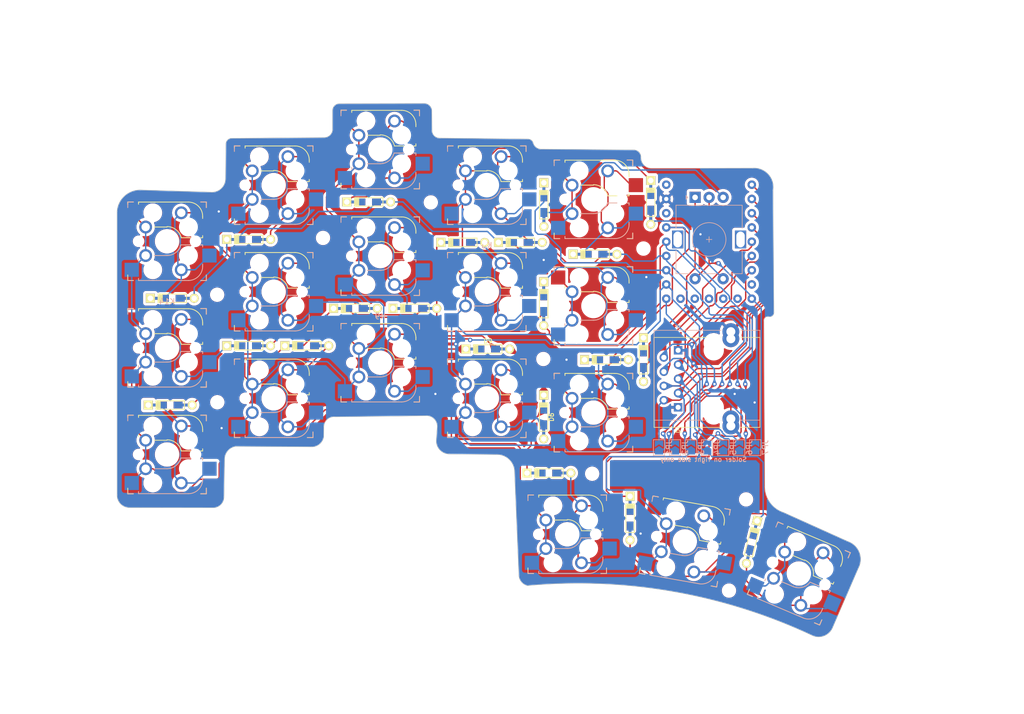
<source format=kicad_pcb>
(kicad_pcb (version 20240108) (generator "pcbnew") (generator_version "8.0")
  (title_block (title "Cheapino") (rev "2") (company "Appman"))
  (layers (0 "F.Cu" signal) (31 "B.Cu" signal) (34 "B.Paste" user) (35 "F.Paste" user) (36 "B.SilkS" user "B.Silkscreen") (37 "F.SilkS" user "F.Silkscreen") (38 "B.Mask" user) (39 "F.Mask" user) (44 "Edge.Cuts" user))
  (net 0 "")
  (net 1 "ROW_1")
  (net 2 "Net-(D1-K)")
  (net 3 "ROW_2")
  (net 4 "Net-(D2-K)")
  (net 5 "ROW_3")
  (net 6 "Net-(D3-K)")
  (net 7 "Net-(D4-A)")
  (net 8 "Net-(D5-A)")
  (net 9 "Net-(D6-A)")
  (net 10 "Net-(D7-K)")
  (net 11 "Net-(D8-K)")
  (net 12 "Net-(D9-K)")
  (net 13 "Net-(D10-A)")
  (net 14 "Net-(D11-A)")
  (net 15 "Net-(D12-A)")
  (net 16 "Net-(D13-K)")
  (net 17 "Net-(D14-K)")
  (net 18 "Net-(D15-K)")
  (net 19 "Net-(D16-A)")
  (net 20 "Net-(D17-A)")
  (net 21 "Net-(D18-A)")
  (net 22 "Net-(D19-A)")
  (net 23 "COL_2")
  (net 24 "Net-(D20-A)")
  (net 25 "COL_3")
  (net 26 "Net-(D21-A)")
  (net 27 "COL_1")
  (net 28 "ROW_4")
  (net 29 "R_COL_1")
  (net 30 "R_COL_2")
  (net 31 "R_COL_3")
  (net 32 "R_ROW_1")
  (net 33 "R_ROW_3")
  (net 34 "R_ROW_2")
  (net 35 "R_ROW_4")
  (net 36 "GND")
  (footprint "MountingHole:MountingHole_2.2mm_M2" (layer "F.Cu") (at 153.924 71.628)
    (property "Reference" "REF**" (hide yes))
    (property "Value" "MountingHole_2.2mm_M2")
  )
  (footprint "keebio:Diode-dual" (layer "F.Cu") (at 126.1648 89.535 180)
    (property "Reference" "D9")
    (property "Value" "DIODE" (hide yes))
  )
  (footprint "MountingHole:MountingHole_2.2mm_M2" (layer "F.Cu") (at 136.080097 91.312195)
    (property "Reference" "REF**" (hide yes))
    (property "Value" "MountingHole_2.2mm_M2")
  )
  (footprint "project_footprints:Kailh_socket_MX_optional_reversible" (layer "F.Cu") (at 69.0118 70.3326)
    (property "Reference" "K13" (hide yes))
    (property "Value" "SW_Push" (hide yes))
  )
  (footprint "keebio:Diode-dual" (layer "F.Cu") (at 83.566 70.0024 180)
    (property "Reference" "D10" (hide yes))
    (property "Value" "DIODE" (hide yes))
  )
  (footprint "keebio:Diode-dual" (layer "F.Cu") (at 151.5364 119.6848 90)
    (property "Reference" "D17" (hide yes))
    (property "Value" "DIODE" (hide yes))
  )
  (footprint "keebio:Diode-dual" (layer "F.Cu") (at 113.1824 82.296 180)
    (property "Reference" "D8" (hide yes))
    (property "Value" "DIODE" (hide yes))
  )
  (footprint "Connector_RJ:RJ45_Ninigi_GE" (layer "F.Cu") (at 160.0962 99.9236 90)
    (property "Reference" "J_1_LEFT1" (hide yes))
    (property "Value" "RJ45_Shielded")
  )
  (footprint "keebio:Diode-dual" (layer "F.Cu") (at 104.9528 63.3222 180)
    (property "Reference" "D7" (hide yes))
    (property "Value" "DIODE" (hide yes))
  )
  (footprint "project_footprints:Kailh_socket_MX_optional_reversible" (layer "F.Cu") (at 145.0086 100.8634)
    (property "Reference" "K3" (hide yes))
    (property "Value" "SW_Push" (hide yes))
  )
  (footprint "rp2040:MCU_RP2040_Zero_34" (layer "F.Cu") (at 163.068 67.8688)
    (property "Reference" "U1" (hide yes))
    (property "Value" "RP2040-Zero" (hide yes))
  )
  (footprint "keebio:Diode-dual" (layer "F.Cu") (at 173.228 123.952 76)
    (property "Reference" "D16" (hide yes))
    (property "Value" "DIODE" (hide yes))
  )
  (footprint "project_footprints:Kailh_socket_MX_optional_reversible" (layer "F.Cu") (at 145.0086 62.865)
    (property "Reference" "K1" (hide yes))
    (property "Value" "SW_Push" (hide yes))
  )
  (footprint "project_footprints:Kailh_socket_MX_optional_reversible" (layer "F.Cu") (at 107.0102 72.9742)
    (property "Reference" "K8" (hide yes))
    (property "Value" "SW_Push" (hide yes))
  )
  (footprint "MountingHole:MountingHole_2.2mm_M2" (layer "F.Cu") (at 144.78 111.76)
    (property "Reference" "REF**" (hide yes))
    (property "Value" "MountingHole_2.2mm_M2")
  )
  (footprint "project_footprints:Kailh_socket_MX_optional_reversible" (layer "F.Cu") (at 88.011 98.3234)
    (property "Reference" "K12" (hide yes))
    (property "Value" "SW_Push" (hide yes))
  )
  (footprint "keebio:Diode-dual" (layer "F.Cu") (at 83.5552 88.9508 180)
    (property "Reference" "D14" (hide yes))
    (property "Value" "DIODE" (hide yes))
  )
  (footprint "keebio:Diode-dual" (layer "F.Cu") (at 131.9814 70.5358 180)
    (property "Reference" "D4" (hide yes))
    (property "Value" "DIODE" (hide yes))
  )
  (footprint "keebio:Diode-dual" (layer "F.Cu") (at 137.07 111.633 180)
    (property "Reference" "D18" (hide yes))
    (property "Value" "DIODE" (hide yes))
  )
  (footprint "MountingHole:MountingHole_2.2mm_M2" (layer "F.Cu") (at 77.970873 99.018711)
    (property "Reference" "REF**" (hide yes))
    (property "Value" "MountingHole_2.2mm_M2")
  )
  (footprint "keebio:Diode-dual" (layer "F.Cu") (at 121.7198 70.5358 180)
    (property "Reference" "D5" (hide yes))
    (property "Value" "DIODE" (hide yes))
  )
  (footprint "project_footprints:Kailh_socket_MX_optional_reversible" (layer "F.Cu") (at 88.011 79.3242)
    (property "Reference" "K11" (hide yes))
    (property "Value" "SW_Push" (hide yes))
  )
  (footprint "keebio:Diode-dual" (layer "F.Cu") (at 147.32 91.44 180)
    (property "Reference" "D3" (hide yes))
    (property "Value" "DIODE" (hide yes))
  )
  (footprint "project_footprints:Kailh_socket_MX_optional_reversible" (layer "F.Cu") (at 69.0118 89.3318)
    (property "Reference" "K14" (hide yes))
    (property "Value" "SW_Push" (hide yes))
  )
  (footprint "keebio:Diode-dual" (layer "F.Cu") (at 136.144 101.6508 90)
    (property "Reference" "D6")
    (property "Value" "DIODE" (hide yes))
  )
  (footprint "MountingHole:MountingHole_2.2mm_M2" (layer "F.Cu") (at 116.023361 63.404057)
    (property "Reference" "REF**" (hide yes))
    (property "Value" "MountingHole_2.2mm_M2" (hide yes))
  )
  (footprint "project_footprints:Kailh_socket_MX_optional_reversible" (layer "F.Cu") (at 126.0094 79.3242)
    (property "Reference" "K5" (hide yes))
    (property "Value" "SW_Push" (hide yes))
  )
  (footprint "project_footprints:Kailh_socket_MX_optional_reversible" (layer "F.Cu") (at 126.0094 60.325)
    (property "Reference" "K4" (hide yes))
    (property "Value" "SW_Push" (hide yes))
  )
  (footprint "MountingHole:MountingHole_2.2mm_M2" (layer "F.Cu") (at 169.164 132.588)
    (property "Reference" "REF**" (hide yes))
    (property "Value" "MountingHole_2.2mm_M2")
  )
  (footprint "keebio:Diode-dual" (layer "F.Cu") (at 155.2194 63.3984 90)
    (property "Reference" "D21" (hide yes))
    (property "Value" "DIODE" (hide yes))
  )
  (footprint "project_footprints:Kailh_socket_MX_optional_reversible" (layer "F.Cu") (at 69.0118 108.331)
    (property "Reference" "K15" (hide yes))
    (property "Value" "SW_Push" (hide yes))
  )
  (footprint "project_footprints:Kailh_socket_MX_optional_reversible" (layer "F.Cu") (at 161.28904 123.825 -10)
    (property "Reference" "K17" (hide yes))
    (property "Value" "SW_Push" (hide yes))
  )
  (footprint "keebio:Diode-dual" (layer "F.Cu") (at 69.5822 99.5172 180)
    (property "Reference" "D15" (hide yes))
    (property "Value" "DIODE" (hide yes))
  )
  (footprint "MountingHole:MountingHole_2.2mm_M2" (layer "F.Cu") (at 96.81265 69.732842)
    (property "Reference" "REF**" (hide yes))
    (property "Value" "MountingHole_2.2mm_M2")
  )
  (footprint "project_footprints:Kailh_socket_MX_optional_reversible" (layer "F.Cu") (at 140.335 122.555)
    (property "Reference" "K18" (hide yes))
    (property "Value" "SW_Push" (hide yes))
  )
  (footprint "MountingHole:MountingHole_2.2mm_M2" (layer "F.Cu") (at 77.94496 79.858898)
    (property "Reference" "REF**" (hide yes))
    (property "Value" "MountingHole_2.2mm_M2")
  )
  (footprint "project_footprints:Kailh_socket_MX_optional_reversible" (layer "F.Cu") (at 88.011 60.325)
    (property "Reference" "K10" (hide yes))
    (property "Value" "SW_Push" (hide yes))
  )
  (footprint "project_footprints:Kailh_socket_MX_optional_reversible" (layer "F.Cu") (at 145.0086 81.8642)
    (property "Reference" "K2" (hide yes))
    (property "Value" "SW_Push" (hide yes))
  )
  (footprint "keebio:Diode-dual" (layer "F.Cu") (at 102.5906 82.296 180)
    (property "Reference" "D11" (hide yes))
    (property "Value" "DIODE" (hide yes))
  )
  (footprint "project_footprints:Kailh_socket_MX_optional_reversible" (layer "F.Cu") (at 107.0102 53.975)
    (property "Reference" "K7" (hide yes))
    (property "Value" "SW_Push" (hide yes))
  )
  (footprint "MountingHole:MountingHole_2.2mm_M2" (layer "F.Cu") (at 172.212 116.332)
    (property "Reference" "REF**" (hide yes))
    (property "Value" "MountingHole_2.2mm_M2")
  )
  (footprint "project_footprints:Kailh_socket_MX_optional_reversible" (layer "F.Cu") (at 181.61 129.540708 -23)
    (property "Reference" "K16" (hide yes))
    (property "Value" "SW_Push" (hide yes))
  )
  (footprint "keebio:Diode-dual" (layer "F.Cu") (at 136.144 81.444 90)
    (property "Reference" "D2" (hide yes))
    (property "Value" "DIODE" (hide yes))
  )
  (footprint "project_footprints:Kailh_socket_MX_optional_reversible" (layer "F.Cu") (at 107.0102 91.9734)
    (property "Reference" "K9" (hide yes))
    (property "Value" "SW_Push" (hide yes))
  )
  (footprint "project_footprints:Kailh_socket_MX_optional_reversible" (layer "F.Cu") (at 126.0094 98.3234)
    (property "Reference" "K6" (hide yes))
    (property "Value" "SW_Push" (hide yes))
  )
  (footprint "keebio:Diode-dual" (layer "F.Cu") (at 93.9154 88.9508 180)
    (property "Reference" "D12" (hide yes))
    (property "Value" "DIODE" (hide yes))
  )
  (footprint "keebio:Diode-dual" (layer "F.Cu") (at 153.924 91.44 90)
    (property "Reference" "D19" (hide yes))
    (property "Value" "DIODE" (hide yes))
  )
  (footprint "keebio:Diode-dual" (layer "F.Cu") (at 69.9486 80.4926 180)
    (property "Reference" "D13" (hide yes))
    (property "Value" "DIODE" (hide yes))
  )
  (footprint "keebio:Diode-dual" (layer "F.Cu") (at 136.1694 63.8048 90)
    (property "Reference" "D20" (hide yes))
    (property "Value" "DIODE" (hide yes))
  )
  (footprint "keebio:Diode-dual" (layer "F.Cu") (at 145.288 72.644 180)
    (property "Reference" "D1" (hide yes))
    (property "Value" "DIODE" (hide yes))
  )
  (footprint "Jumper:SolderJumper-2_P1.3mm_Open_TrianglePad1.0x1.5mm" (layer "B.Cu") (at 168.124266 107.098 90)
    (property "Reference" "JP5")
    (property "Value" "SolderJumper_2_Open")
  )
  (footprint "Jumper:SolderJumper-2_P1.3mm_Open_TrianglePad1.0x1.5mm" (layer "B.Cu") (at 156.690934 107.098 90)
    (property "Reference" "JP1")
    (property "Value" "SolderJumper_2_Open")
  )
  (footprint "Jumper:SolderJumper-2_P1.3mm_Open_TrianglePad1.0x1.5mm" (layer "B.Cu") (at 159.549267 107.098 90)
    (property "Reference" "JP2")
    (property "Value" "SolderJumper_2_Open")
  )
  (footprint "Jumper:SolderJumper-2_P1.3mm_Open_TrianglePad1.0x1.5mm" (layer "B.Cu") (at 165.265933 107.098 90)
    (property "Reference" "JP4")
    (property "Value" "SolderJumper_2_Open" (hide yes))
  )
  (footprint "Jumper:SolderJumper-2_P1.3mm_Open_TrianglePad1.0x1.5mm" (layer "B.Cu") (at 162.4076 107.098 90)
    (property "Reference" "JP3")
    (property "Value" "SolderJumper_2_Open")
  )
  (footprint "Jumper:SolderJumper-2_P1.3mm_Open_TrianglePad1.0x1.5mm" (layer "B.Cu") (at 173.840934 107.098 90)
    (property "Reference" "JP7")
    (property "Value" "SolderJumper_2_Open")
  )
  (footprint "Jumper:SolderJumper-2_P1.3mm_Open_TrianglePad1.0x1.5mm" (layer "B.Cu") (at 170.982599 107.098 90)
    (property "Reference" "JP6")
    (property "Value" "SolderJumper_2_Open")
  )
  (footprint "Rotary_Encoder:RotaryEncoder_Alps_EC11E-Switch_Vertical_H20mm" (layer "B.Cu") (at 163.1226 62.5094 -90)
    (property "Reference" "ENC1" (hide yes))
    (property "Value" "RotaryEncoder_Switch" (hide yes))
  )
  (footprint "Connector_RJ:RJ45_Ninigi_GE" (layer "B.Cu") (at 160.0962 89.7636 -90)
    (property "Reference" "J_2_RIGHT1" (hide yes))
    (property "Value" "RJ45_Shielded")
  )
  (gr_line (start 79.500515 52.914082) (end 79.429508 59.156588) (stroke (width 0.1)) (layer "Edge.Cuts"))
  (gr_arc (start 177.185691 82.985273) (mid 176.90793 83.620631) (end 176.22968 83.764884) (stroke (width 0.1)) (layer "Edge.Cuts"))
  (gr_arc (start 133.23974 131.710931) (mid 132.19387 131.074106) (end 131.716134 129.946649) (stroke (width 0.1)) (layer "Edge.Cuts"))
  (gr_line (start 127.721062 108.3501) (end 119.329201 108.257183) (stroke (width 0.1)) (layer "Edge.Cuts"))
  (gr_arc (start 79.500515 52.914082) (mid 79.796137 52.276064) (end 80.428649 51.968838) (stroke (width 0.1)) (layer "Edge.Cuts"))
  (gr_line (start 116.213579 47.189205) (end 116.246171 50.620072) (stroke (width 0.1)) (layer "Edge.Cuts"))
  (gr_arc (start 190.310839 123.79493) (mid 192.388435 125.746797) (end 192.230067 128.593041) (stroke (width 0.1)) (layer "Edge.Cuts"))
  (gr_line (start 99.7966 45.7962) (end 114.987095 45.766378) (stroke (width 0.1)) (layer "Edge.Cuts"))
  (gr_arc (start 178.879579 118.641349) (mid 176.468183 116.871883) (end 175.5648 114.0206) (stroke (width 0.1)) (layer "Edge.Cuts"))
  (gr_arc (start 98.502059 46.989799) (mid 98.901429 46.124135) (end 99.7966 45.7962) (stroke (width 0.1)) (layer "Edge.Cuts"))
  (gr_arc (start 96.94871 105.155514) (mid 96.221226 106.462658) (end 94.8182 106.981672) (stroke (width 0.1)) (layer "Edge.Cuts"))
  (gr_arc (start 79.429508 59.156588) (mid 78.721671 60.865471) (end 77.012788 61.573308) (stroke (width 0.1)) (layer "Edge.Cuts"))
  (gr_line (start 177.022574 61.262129) (end 177.185691 82.985273) (stroke (width 0.1)) (layer "Edge.Cuts"))
  (gr_line (start 178.879579 118.641349) (end 190.310839 123.79493) (stroke (width 0.1)) (layer "Edge.Cuts"))
  (gr_line (start 81.227791 106.896091) (end 94.8182 106.981672) (stroke (width 0.1)) (layer "Edge.Cuts"))
  (gr_arc (start 60.096401 64.9732) (mid 61.411421 62.269947) (end 64.2112 61.175373) (stroke (width 0.1)) (layer "Edge.Cuts"))
  (gr_line (start 98.501199 50.546) (end 98.502059 46.989799) (stroke (width 0.1)) (layer "Edge.Cuts"))
  (gr_line (start 60.097766 115.541608) (end 60.096401 64.9732) (stroke (width 0.1)) (layer "Edge.Cuts"))
  (gr_arc (start 173.376392 57.279702) (mid 176.176853 58.376067) (end 177.022574 61.262129) (stroke (width 0.1)) (layer "Edge.Cuts"))
  (gr_line (start 62.3062 117.804489) (end 77.241392 117.828012) (stroke (width 0.1)) (layer "Edge.Cuts"))
  (gr_arc (start 155.40539 57.316586) (mid 154.008636 56.737843) (end 153.480443 55.3212) (stroke (width 0.1)) (layer "Edge.Cuts"))
  (gr_line (start 175.397787 84.509486) (end 175.5648 114.0206) (stroke (width 0.1)) (layer "Edge.Cuts"))
  (gr_line (start 135.567935 53.896886) (end 152.1968 54.037558) (stroke (width 0.1)) (layer "Edge.Cuts"))
  (gr_arc (start 62.3062 117.804489) (mid 60.725234 117.138326) (end 60.097766 115.541608) (stroke (width 0.1)) (layer "Edge.Cuts"))
  (gr_arc (start 119.329201 108.257183) (mid 117.683184 107.580049) (end 116.990127 105.940673) (stroke (width 0.1)) (layer "Edge.Cuts"))
  (gr_line (start 79.282174 109.207622) (end 79.169212 115.900208) (stroke (width 0.1)) (layer "Edge.Cuts"))
  (gr_arc (start 114.987095 45.766378) (mid 115.886412 46.231193) (end 116.213579 47.189205) (stroke (width 0.1)) (layer "Edge.Cuts"))
  (gr_line (start 192.230067 128.593041) (end 187.669548 139.120643) (stroke (width 0.1)) (layer "Edge.Cuts"))
  (gr_line (start 117.157805 103.494668) (end 116.990127 105.940673) (stroke (width 0.1)) (layer "Edge.Cuts"))
  (gr_arc (start 79.169212 115.900208) (mid 78.604563 117.263375) (end 77.241392 117.828012) (stroke (width 0.1)) (layer "Edge.Cuts"))
  (gr_line (start 117.659691 51.926875) (end 133.35 52.100427) (stroke (width 0.1)) (layer "Edge.Cuts"))
  (gr_arc (start 79.282174 109.207622) (mid 79.8322 107.696) (end 81.227791 106.896091) (stroke (width 0.1)) (layer "Edge.Cuts"))
  (gr_line (start 64.2112 61.175373) (end 77.012788 61.573308) (stroke (width 0.1)) (layer "Edge.Cuts"))
  (gr_line (start 97.057003 51.832357) (end 80.428649 51.968838) (stroke (width 0.1)) (layer "Edge.Cuts"))
  (gr_arc (start 187.669548 139.120643) (mid 186.176086 140.638018) (end 184.047178 140.613355) (stroke (width 0.1)) (layer "Edge.Cuts"))
  (gr_arc (start 152.1968 54.037558) (mid 153.104472 54.413528) (end 153.480442 55.3212) (stroke (width 0.1)) (layer "Edge.Cuts"))
  (gr_arc (start 98.501199 50.546) (mid 98.010882 51.4494) (end 97.057003 51.832357) (stroke (width 0.1)) (layer "Edge.Cuts"))
  (gr_arc (start 117.659691 51.926875) (mid 116.681009 51.567601) (end 116.246171 50.620072) (stroke (width 0.1)) (layer "Edge.Cuts"))
  (gr_arc (start 133.35 52.100427) (mid 133.964678 52.322967) (end 134.294428 52.88743) (stroke (width 0.1)) (layer "Edge.Cuts"))
  (gr_line (start 96.971982 103.342103) (end 96.94871 105.155514) (stroke (width 0.1)) (layer "Edge.Cuts"))
  (gr_arc (start 127.721062 108.3501) (mid 129.875764 109.124199) (end 130.927972 111.157638) (stroke (width 0.1)) (layer "Edge.Cuts"))
  (gr_line (start 130.927972 111.157638) (end 131.716134 129.946649) (stroke (width 0.1)) (layer "Edge.Cuts"))
  (gr_line (start 115.097757 101.434593) (end 98.988901 101.630126) (stroke (width 0.1)) (layer "Edge.Cuts"))
  (gr_arc (start 115.097757 101.434593) (mid 116.608711 101.983706) (end 117.157805 103.494668) (stroke (width 0.1)) (layer "Edge.Cuts"))
  (gr_line (start 155.40539 57.316586) (end 173.376392 57.279702) (stroke (width 0.1)) (layer "Edge.Cuts"))
  (gr_arc (start 175.397787 84.509486) (mid 175.629661 83.931533) (end 176.22968 83.764884) (stroke (width 0.1)) (layer "Edge.Cuts"))
  (gr_arc (start 96.971982 103.342103) (mid 97.608862 102.048349) (end 98.988901 101.630126) (stroke (width 0.1)) (layer "Edge.Cuts"))
  (gr_arc (start 135.567935 53.896886) (mid 134.786253 53.574997) (end 134.294429 52.88743) (stroke (width 0.1)) (layer "Edge.Cuts"))
  (gr_arc (start 133.23974 131.710931) (mid 159.237601 132.771289) (end 184.047178 140.613356) (stroke (width 0.1)) (layer "Edge.Cuts"))
  (gr_text "Solder on right side only" (at 172.420408 109.686928 0) (layer "B.SilkS") (effects (font (size 0.8 0.8)) (justify left bottom mirror)))
  (segment (start 163.131684 104.821883) (end 163.708954 104.244613) (width 0.25) (layer "F.Cu") (net 1))
  (segment (start 132.264443 72.136) (end 138.093157 72.136) (width 0.25) (layer "F.Cu") (net 1))
  (segment (start 145.222579 74.109421) (end 146.688 72.644) (width 0.25) (layer "F.Cu") (net 1))
  (segment (start 167.336447 97.763353) (end 169.3164 95.7834) (width 0.25) (layer "F.Cu") (net 1))
  (segment (start 130.5814 70.5358) (end 132.123022 72.077422) (width 0.25) (layer "F.Cu") (net 1))
  (segment (start 165.290303 97.9098) (end 166.982893 97.9098) (width 0.25) (layer "F.Cu") (net 1))
  (segment (start 140.290843 74.168) (end 145.081157 74.168) (width 0.25) (layer "F.Cu") (net 1))
  (segment (start 164.001847 98.991149) (end 164.93675 98.056246) (width 0.25) (layer "F.Cu") (net 1))
  (segment (start 138.234579 72.194579) (end 140.149422 74.109422) (width 0.25) (layer "F.Cu") (net 1))
  (segment (start 163.8554 103.89106) (end 163.8554 99.344703) (width 0.25) (layer "F.Cu") (net 1))
  (via (at 163.131684 104.821883) (size 0.8) (drill 0.4) (layers "F.Cu" "B.Cu") (net 1))
  (via (at 169.3164 95.7834) (size 0.8) (drill 0.4) (layers "F.Cu" "B.Cu") (net 1))
  (arc (start 145.222579 74.109421) (mid 145.157694 74.152776) (end 145.081157 74.168) (width 0.25) (layer "F.Cu") (net 1))
  (arc (start 166.982893 97.9098) (mid 167.174235 97.87174) (end 167.336447 97.763353) (width 0.25) (layer "F.Cu") (net 1))
  (arc (start 163.8554 103.89106) (mid 163.81734 104.082401) (end 163.708954 104.244613) (width 0.25) (layer "F.Cu") (net 1))
  (arc (start 164.93675 98.056246) (mid 165.098962 97.94786) (end 165.290303 97.9098) (width 0.25) (layer "F.Cu") (net 1))
  (arc (start 164.001847 98.991149) (mid 163.89346 99.153361) (end 163.8554 99.344703) (width 0.25) (layer "F.Cu") (net 1))
  (arc (start 140.149422 74.109422) (mid 140.214307 74.152776) (end 140.290843 74.168) (width 0.25) (layer "F.Cu") (net 1))
  (arc (start 132.123022 72.077422) (mid 132.187907 72.120776) (end 132.264443 72.136) (width 0.25) (layer "F.Cu") (net 1))
  (arc (start 138.234579 72.194579) (mid 138.169694 72.151224) (end 138.093157 72.136) (width 0.25) (layer "F.Cu") (net 1))
  (segment (start 169.3164 95.7834) (end 169.3164 92.028107) (width 0.25) (layer "B.Cu") (net 1))
  (segment (start 156.608621 73.007379) (end 155.822178 73.793822) (width 0.25) (layer "B.Cu") (net 1))
  (segment (start 96.094843 65.024) (end 104.568157 65.024) (width 0.25) (layer "B.Cu") (net 1))
  (segment (start 104.709579 64.965421) (end 106.3528 63.3222) (width 0.25) (layer "B.Cu") (net 1))
  (segment (start 174.171495 120.167847) (end 175.26 119.079342) (width 0.25) (layer "B.Cu") (net 1))
  (segment (start 157.988 73.554493) (end 157.988 72.9488) (width 0.25) (layer "B.Cu") (net 1))
  (segment (start 83.394843 68.072) (end 92.881157 68.072) (width 0.25) (layer "B.Cu") (net 1))
  (segment (start 169.845893 83.4644) (end 166.108 83.4644) (width 0.25) (layer "B.Cu") (net 1))
  (segment (start 111.132779 63.380779) (end 116.273422 68.521422) (width 0.25) (layer "B.Cu") (net 1))
  (segment (start 150.793157 72.644) (end 149.188 72.644) (width 0.25) (layer "B.Cu") (net 1))
  (segment (start 73.8486 80.4926) (end 73.8486 78.634243) (width 0.25) (layer "B.Cu") (net 1))
  (segment (start 172.281 88.649293) (end 172.281 85.899507) (width 0.25) (layer "B.Cu") (net 1))
  (segment (start 172.134553 85.545953) (end 170.199446 83.610846) (width 0.25) (layer "B.Cu") (net 1))
  (segment (start 157.988 72.9488) (end 156.750043 72.9488) (width 0.25) (layer "B.Cu") (net 1))
  (segment (start 108.8528 63.3222) (end 110.991357 63.3222) (width 0.25) (layer "B.Cu") (net 1))
  (segment (start 126.184179 68.638579) (end 128.0814 70.5358) (width 0.25) (layer "B.Cu") (net 1))
  (segment (start 163.336153 105.026352) (end 163.131684 104.821883) (width 0.25) (layer "B.Cu") (net 1))
  (segment (start 79.666 72.680177) (end 79.666 70.0024) (width 0.25) (layer "B.Cu") (net 1))
  (segment (start 82.224579 69.159421) (end 83.253422 68.130578) (width 0.25) (layer "B.Cu") (net 1))
  (segment (start 93.022579 68.013421) (end 95.953422 65.082578) (width 0.25) (layer "B.Cu") (net 1))
  (segment (start 164.155 80.445944) (end 164.155 80.135707) (width 0.25) (layer "B.Cu") (net 1))
  (segment (start 82.166 70.0024) (end 82.166 69.300843) (width 0.25) (layer "B.Cu") (net 1))
  (segment (start 175.26 109.728) (end 174.244 108.712) (width 0.25) (layer "B.Cu") (net 1))
  (segment (start 164.008553 79.782153) (end 158.134446 73.908046) (width 0.25) (layer "B.Cu") (net 1))
  (segment (start 164.856313 107.823) (end 163.629046 106.595733) (width 0.25) (layer "B.Cu") (net 1))
  (segment (start 116.414843 68.58) (end 126.042757 68.58) (width 0.25) (layer "B.Cu") (net 1))
  (segment (start 76.2 76.2) (end 76.22902 76.2) (width 0.25) (layer "B.Cu") (net 1))
  (segment (start 73.907179 78.492821) (end 76.2 76.2) (width 0.25) (layer "B.Cu") (net 1))
  (segment (start 152.025821 73.793821) (end 150.934578 72.702578) (width 0.25) (layer "B.Cu") (net 1))
  (segment (start 165.461553 81.959604) (end 164.301446 80.799497) (width 0.25) (layer "B.Cu") (net 1))
  (segment (start 155.680757 73.8524) (end 152.167243 73.8524) (width 0.25) (layer "B.Cu") (net 1))
  (segment (start 165.608 82.9644) (end 165.608 82.313158) (width 0.25) (layer "B.Cu") (net 1))
  (segment (start 175.26 119.079342) (end 175.26 109.728) (width 0.25) (layer "B.Cu") (net 1))
  (segment (start 166.154933 108.712) (end 165.265933 107.823) (width 0.25) (layer "B.Cu") (net 1))
  (segment (start 163.4826 106.24218) (end 163.4826 105.379906) (width 0.25) (layer "B.Cu") (net 1))
  (segment (start 76.22902 76.2) (end 79.607422 72.821598) (width 0.25) (layer "B.Cu") (net 1))
  (segment (start 174.244 108.712) (end 166.154933 108.712) (width 0.25) (layer "B.Cu") (net 1))
  (segment (start 169.462847 91.674553) (end 172.134554 89.002846) (width 0.25) (layer "B.Cu") (net 1))
  (arc (start 95.953422 65.082578) (mid 96.018307 65.039224) (end 96.094843 65.024) (width 0.25) (layer "B.Cu") (net 1))
  (arc (start 93.022579 68.013421) (mid 92.957694 68.056776) (end 92.881157 68.072) (width 0.25) (layer "B.Cu") (net 1))
  (arc (start 169.462847 91.674553) (mid 169.35446 91.836765) (end 169.3164 92.028107) (width 0.25) (layer "B.Cu") (net 1))
  (arc (start 172.281 88.649293) (mid 172.24294 88.840634) (end 172.134554 89.002846) (width 0.25) (layer "B.Cu") (net 1))
  (arc (start 172.281 85.899507) (mid 172.24294 85.708165) (end 172.134553 85.545953) (width 0.25) (layer "B.Cu") (net 1))
  (arc (start 169.845893 83.4644) (mid 170.037234 83.50246) (end 170.199446 83.610846) (width 0.25) (layer "B.Cu") (net 1))
  (arc (start 156.608621 73.007379) (mid 156.673506 72.964024) (end 156.750043 72.9488) (width 0.25) (layer "B.Cu") (net 1))
  (arc (start 165.608 82.313158) (mid 165.56994 82.121816) (end 165.461553 81.959604) (width 0.25) (layer "B.Cu") (net 1))
  (arc (start 166.108 83.4644) (mid 165.754447 83.317953) (end 165.608 82.9644) (width 0.25) (layer "B.Cu") (net 1))
  (arc (start 164.155 80.135707) (mid 164.11694 79.944365) (end 164.008553 79.782153) (width 0.25) (layer "B.Cu") (net 1))
  (arc (start 116.273422 68.521422) (mid 116.338307 68.564776) (end 116.414843 68.58) (width 0.25) (layer "B.Cu") (net 1))
  (arc (start 157.988 73.554493) (mid 158.02606 73.745834) (end 158.134446 73.908046) (width 0.25) (layer "B.Cu") (net 1))
  (arc (start 163.4826 106.24218) (mid 163.52066 106.433521) (end 163.629046 106.595733) (width 0.25) (layer "B.Cu") (net 1))
  (arc (start 104.709579 64.965421) (mid 104.644694 65.008776) (end 104.568157 65.024) (width 0.25) (layer "B.Cu") (net 1))
  (arc (start 111.132779 63.380779) (mid 111.067894 63.337424) (end 110.991357 63.3222) (width 0.25) (layer "B.Cu") (net 1))
  (arc (start 152.025821 73.793821) (mid 152.090706 73.837176) (end 152.167243 73.8524) (width 0.25) (layer "B.Cu") (net 1))
  (arc (start 164.155 80.445944) (mid 164.19306 80.637285) (end 164.301446 80.799497) (width 0.25) (layer "B.Cu") (net 1))
  (arc (start 126.042757 68.58) (mid 126.119294 68.595224) (end 126.184179 68.638579) (width 0.25) (layer "B.Cu") (net 1))
  (arc (start 83.394843 68.072) (mid 83.318307 68.087224) (end 83.253422 68.130578) (width 0.25) (layer "B.Cu") (net 1))
  (arc (start 82.166 69.300843) (mid 82.181224 69.224306) (end 82.224579 69.159421) (width 0.25) (layer "B.Cu") (net 1))
  (arc (start 155.822178 73.793822) (mid 155.757293 73.837176) (end 155.680757 73.8524) (width 0.25) (layer "B.Cu") (net 1))
  (arc (start 79.666 72.680177) (mid 79.650776 72.756713) (end 79.607422 72.821598) (width 0.25) (layer "B.Cu") (net 1))
  (arc (start 150.793157 72.644) (mid 150.869693 72.659224) (end 150.934578 72.702578) (width 0.25) (layer "B.Cu") (net 1))
  (arc (start 163.4826 105.379906) (mid 163.44454 105.188564) (end 163.336153 105.026352) (width 0.25) (layer "B.Cu") (net 1))
  (arc (start 73.8486 78.634243) (mid 73.863824 78.557706) (end 73.907179 78.492821) (width 0.25) (layer "B.Cu") (net 1))
  (segment (start 146.552047 64.801353) (end 147.452954 63.900446) (width 0.25) (layer "F.Cu") (net 2))
  (segment (start 146.9436 60.894543) (end 146.9436 58.39) (width 0.25) (layer "F.Cu") (net 2))
  (segment (start 149.311493 57.931447) (end 151.705046 60.325) (width 0.25) (layer "F.Cu") (net 2))
  (segment (start 147.5994 63.546893) (end 147.5994 61.964557) (width 0.25) (layer "F.Cu") (net 2))
  (segment (start 147.452953 61.611003) (end 147.090046 61.248096) (width 0.25) (layer "F.Cu") (net 2))
  (segment (start 146.4056 66.594893) (end 146.4056 65.154907) (width 0.25) (layer "F.Cu") (net 2))
  (segment (start 147.5486 67.945) (end 146.552046 66.948446) (width 0.25) (layer "F.Cu") (net 2))
  (segment (start 147.5486 57.785) (end 148.957939 57.785) (width 0.25) (layer "F.Cu") (net 2))
  (arc (start 147.452954 63.900446) (mid 147.56134 63.738234) (end 147.5994 63.546893) (width 0.25) (layer "F.Cu") (net 2))
  (arc (start 146.9436 60.894543) (mid 146.98166 61.085884) (end 147.090046 61.248096) (width 0.25) (layer "F.Cu") (net 2))
  (arc (start 146.552047 64.801353) (mid 146.44366 64.963565) (end 146.4056 65.154907) (width 0.25) (layer "F.Cu") (net 2))
  (arc (start 147.452953 61.611003) (mid 147.56134 61.773215) (end 147.5994 61.964557) (width 0.25) (layer "F.Cu") (net 2))
  (arc (start 146.4056 66.594893) (mid 146.44366 66.786234) (end 146.552046 66.948446) (width 0.25) (layer "F.Cu") (net 2))
  (arc (start 149.311493 57.931447) (mid 149.149281 57.82306) (end 148.957939 57.785) (width 0.25) (layer "F.Cu") (net 2))
  (segment (start 149.821493 67.945) (end 147.5486 67.945) (width 0.25) (layer "B.Cu") (net 2))
  (segment (start 152.5686 65.405) (end 150.175046 67.798554) (width 0.25) (layer "B.Cu") (net 2))
  (segment (start 142.908179 72.585421) (end 147.5486 67.945) (width 0.25) (layer "B.Cu") (net 2))
  (segment (start 141.388 72.644) (end 142.766757 72.644) (width 0.25) (layer "B.Cu") (net 2))
  (arc (start 150.175046 67.798554) (mid 150.012834 67.90694) (end 149.821493 67.945) (width 0.25) (layer "B.Cu") (net 2))
  (arc (start 142.908179 72.585421) (mid 142.843294 72.628776) (end 142.766757 72.644) (width 0.25) (layer "B.Cu") (net 2))
  (segment (start 170.764447 104.927153) (end 171.174754 104.516846) (width 0.25) (layer "F.Cu") (net 3))
  (segment (start 117.480953 86.238953) (end 117.228846 85.986846) (width 0.25) (layer "F.Cu") (net 3))
  (segment (start 147.32 114.808) (end 147.32 109.728) (width 0.25) (layer "F.Cu") (net 3))
  (segment (start 117.0824 85.633293) (end 117.0824 82.296) (width 0.25) (layer "F.Cu") (net 3))
  (segment (start 167.920627 104.89932) (end 167.948461 104.927154) (width 0.25) (layer "F.Cu") (net 3))
  (segment (start 137.101421 86.301421) (end 136.144 85.344) (width 0.25) (layer "F.Cu") (net 3))
  (segment (start 151.5364 115.7848) (end 148.2968 115.7848) (width 0.25) (layer "F.Cu") (net 3))
  (segment (start 147.32 109.728) (end 148.336 108.712) (width 0.25) (layer "F.Cu") (net 3))
  (segment (start 88.913353 87.492647) (end 87.4552 88.9508) (width 0.25) (layer "F.Cu") (net 3))
  (segment (start 102.169153 83.274553) (end 101.1906 82.296) (width 0.25) (layer "F.Cu") (net 3))
  (segment (start 132.660293 86.3854) (end 117.834507 86.3854) (width 0.25) (layer "F.Cu") (net 3))
  (segment (start 171.3212 104.163293) (end 171.3212 96.623707) (width 0.25) (layer "F.Cu") (net 3))
  (segment (start 156.901 71.578643) (end 156.901 81.268157) (width 0.25) (layer "F.Cu") (net 3))
  (segment (start 157.988 70.4088) (end 156.959578 71.437222) (width 0.25) (layer "F.Cu") (net 3))
  (segment (start 98.6906 82.296) (end 93.786846 87.199754) (width 0.25) (layer "F.Cu") (net 3))
  (segment (start 117.0824 82.296) (end 117.0824 71.480307) (width 0.25) (layer "F.Cu") (net 3))
  (segment (start 171.174753 96.270153) (end 170.688 95.7834) (width 0.25) (layer "F.Cu") (net 3))
  (segment (start 167.194701 104.57532) (end 167.372255 104.752874) (width 0.25) (layer "F.Cu") (net 3))
  (segment (start 148.336 108.712) (end 165.608 108.712) (width 0.25) (layer "F.Cu") (net 3))
  (segment (start 165.608 108.712) (end 165.608 106.162021) (width 0.25) (layer "F.Cu") (net 3))
  (segment (start 114.5824 82.296) (end 113.603846 83.274554) (width 0.25) (layer "F.Cu") (net 3))
  (segment (start 167.725808 104.89932) (end 167.920627 104.89932) (width 0.25) (layer "F.Cu") (net 3))
  (segment (start 136.454753 82.798047) (end 133.013846 86.238954) (width 0.25) (layer "F.Cu") (net 3))
  (segment (start 93.433293 87.3462) (end 89.266907 87.3462) (width 0.25) (layer "F.Cu") (net 3))
  (segment (start 165.608 106.162021) (end 167.194701 104.57532) (width 0.25) (layer "F.Cu") (net 3))
  (segment (start 168.302014 105.0736) (end 170.410893 105.0736) (width 0.25) (layer "F.Cu") (net 3))
  (segment (start 149.269157 88.9) (end 139.274843 88.9) (width 0.25) (layer "F.Cu") (net 3))
  (segment (start 139.133421 88.841421) (end 137.218578 86.926578) (width 0.25) (layer "F.Cu") (net 3))
  (segment (start 148.2968 115.7848) (end 147.32 114.808) (width 0.25) (layer "F.Cu") (net 3))
  (segment (start 156.842421 81.409579) (end 149.410578 88.841422) (width 0.25) (layer "F.Cu") (net 3))
  (segment (start 117.228847 71.126753) (end 117.8198 70.5358) (width 0.25) (layer "F.Cu") (net 3))
  (segment (start 113.250293 83.421) (end 102.522707 83.421) (width 0.25) (layer "F.Cu") (net 3))
  (segment (start 137.16 86.785157) (end 137.16 86.442843) (width 0.25) (layer "F.Cu") (net 3))
  (via (at 167.194701 104.57532) (size 0.8) (drill 0.4) (layers "F.Cu" "B.Cu") (net 3))
  (via (at 170.688 95.7834) (size 0.8) (drill 0.4) (layers "F.Cu" "B.Cu") (net 3))
  (arc (start 171.174754 104.516846) (mid 171.28314 104.354634) (end 171.3212 104.163293) (width 0.25) (layer "F.Cu") (net 3))
  (arc (start 117.0824 71.480307) (mid 117.12046 71.288965) (end 117.228847 71.126753) (width 0.25) (layer "F.Cu") (net 3))
  (arc (start 139.274843 88.9) (mid 139.198306 88.884776) (end 139.133421 88.841421) (width 0.25) (layer "F.Cu") (net 3))
  (arc (start 156.842421 81.409579) (mid 156.885776 81.344694) (end 156.901 81.268157) (width 0.25) (layer "F.Cu") (net 3))
  (arc (start 117.480953 86.238953) (mid 117.643165 86.34734) (end 117.834507 86.3854) (width 0.25) (layer "F.Cu") (net 3))
  (arc (start 168.302014 105.0736) (mid 168.110673 105.03554) (end 167.948461 104.927154) (width 0.25) (layer "F.Cu") (net 3))
  (arc (start 167.372255 104.752874) (mid 167.534467 104.86126) (end 167.725808 104.89932) (width 0.25) (layer "F.Cu") (net 3))
  (arc (start 117.228846 85.986846) (mid 117.12046 85.824634) (end 117.0824 85.633293) (width 0.25) (layer "F.Cu") (net 3))
  (arc (start 93.786846 87.199754) (mid 93.624634 87.30814) (end 93.433293 87.3462) (width 0.25) (layer "F.Cu") (net 3))
  (arc (start 89.266907 87.3462) (mid 89.075565 87.38426) (end 88.913353 87.492647) (width 0.25) (layer "F.Cu") (net 3))
  (arc (start 137.16 86.442843) (mid 137.144776 86.366306) (end 137.101421 86.301421) (width 0.25) (layer "F.Cu") (net 3))
  (arc (start 132.660293 86.3854) (mid 132.851634 86.34734) (end 133.013846 86.238954) (width 0.25) (layer "F.Cu") (net 3))
  (arc (start 149.269157 88.9) (mid 149.345693 88.884776) (end 149.410578 88.841422) (width 0.25) (layer "F.Cu") (net 3))
  (arc (start 102.169153 83.274553) (mid 102.331365 83.38294) (end 102.522707 83.421) (width 0.25) (layer "F.Cu") (net 3))
  (arc (start 137.16 86.785157) (mid 137.175224 86.861693) (end 137.218578 86.926578) (width 0.25) (layer "F.Cu") (net 3))
  (arc (start 156.901 71.578643) (mid 156.916224 71.502107) (end 156.959578 71.437222) (width 0.25) (layer "F.Cu") (net 3))
  (arc (start 113.250293 83.421) (mid 113.441634 83.38294) (end 113.603846 83.274554) (width 0.25) (layer "F.Cu") (net 3))
  (arc (start 170.764447 104.927153) (mid 170.602235 105.03554) (end 170.410893 105.0736) (width 0.25) (layer "F.Cu") (net 3))
  (arc (start 171.174753 96.270153) (mid 171.28314 96.432365) (end 171.3212 96.623707) (width 0.25) (layer "F.Cu") (net 3))
  (segment (start 166.695 81.194693) (end 166.695 78.915074) (width 0.25) (layer "B.Cu") (net 3))
  (segment (start 169.140687 105.589887) (end 169.132978 105.582178) (width 0.25) (layer "B.Cu") (net 3))
  (segment (start 168.991557 105.5236) (end 168.544907 105.5236) (width 0.25) (layer "B.Cu") (net 3))
  (segment (start 172.8724 89.404093) (end 172.8724 85.297107) (width 0.25) (layer "B.Cu") (net 3))
  (segment (start 166.548553 78.56152) (end 160.067879 72.080846) (width 0.25) (layer "B.Cu") (net 3))
  (segment (start 169.744293 82.169) (end 167.669307 82.169) (width 0.25) (layer "B.Cu") (net 3))
  (segment (start 172.725953 84.943553) (end 170.097846 82.315446) (width 0.25) (layer "B.Cu") (net 3))
  (segment (start 169.199266 107.064545) (end 169.199266 105.731309) (width 0.25) (layer "B.Cu") (net 3))
  (segment (start 168.533886 107.823) (end 169.133452 107.223434) (width 0.25) (layer "B.Cu") (net 3))
  (segment (start 167.763675 105.144294) (end 167.194701 104.57532) (width 0.25) (layer "B.Cu") (net 3))
  (segment (start 168.075652 105.261452) (end 168.191353 105.377153) (width 0.25) (layer "B.Cu") (net 3))
  (segment (start 157.988 71.279323) (end 157.988 70.4088) (width 0.25) (layer "B.Cu") (net 3))
  (segment (start 159.714326 71.9344) (end 158.643077 71.9344) (width 0.25) (layer "B.Cu") (net 3))
  (segment (start 167.905097 105.202873) (end 167.93423 105.202873) (width 0.25) (layer "B.Cu") (net 3))
  (segment (start 170.834447 91.649153) (end 172.725954 89.757646) (width 0.25) (layer "B.Cu") (net 3))
  (segment (start 170.688 95.7834) (end 170.688 92.002707) (width 0.25) (layer "B.Cu") (net 3))
  (segment (start 167.315753 82.022553) (end 166.841446 81.548246) (width 0.25) (layer "B.Cu") (net 3))
  (segment (start 158.289523 71.787953) (end 158.134446 71.632876) (width 0.25) (layer "B.Cu") (net 3))
  (arc (start 166.841446 81.548246) (mid 166.73306 81.386034) (end 166.695 81.194693) (width 0.25) (layer "B.Cu") (net 3))
  (arc (start 170.834447 91.649153) (mid 170.72606 91.811365) (end 170.688 92.002707) (width 0.25) (layer "B.Cu") (net 3))
  (arc (start 159.714326 71.9344) (mid 159.905667 71.97246) (end 160.067879 72.080846) (width 0.25) (layer "B.Cu") (net 3))
  (arc (start 158.643077 71.9344) (mid 158.451735 71.89634) (end 158.289523 71.787953) (width 0.25) (layer "B.Cu") (net 3))
  (arc (start 167.315753 82.022553) (mid 167.477965 82.13094) (end 167.669307 82.169) (width 0.25) (layer "B.Cu") (net 3))
  (arc (start 166.695 78.915074) (mid 166.65694 78.723732) (end 166.548553 78.56152) (width 0.25) (layer "B.Cu") (net 3))
  (arc (start 167.763675 105.144294) (mid 167.82856 105.187649) (end 167.905097 105.202873) (width 0.25) (layer "B.Cu") (net 3))
  (arc (start 169.132978 105.582178) (mid 169.068093 105.538824) (end 168.991557 105.5236) (width 0.25) (layer "B.Cu") (net 3))
  (arc (start 169.199266 107.064545) (mid 169.182162 107.150535) (end 169.133452 107.223434) (width 0.25) (layer "B.Cu") (net 3))
  (arc (start 172.8724 89.404093) (mid 172.83434 89.595434) (end 172.725954 89.757646) (width 0.25) (layer "B.Cu") (net 3))
  (arc (start 168.075652 105.261452) (mid 168.010767 105.218097) (end 167.93423 105.202873) (width 0.25) (layer "B.Cu") (net 3))
  (arc (start 172.8724 85.297107) (mid 172.83434 85.105765) (end 172.725953 84.943553) (width 0.25) (layer "B.Cu") (net 3))
  (arc (start 168.544907 105.5236) (mid 168.353565 105.48554) (end 168.191353 105.377153) (width 0.25) (layer "B.Cu") (net 3))
  (arc (start 169.140687 105.589887) (mid 169.184042 105.654772) (end 169.199266 105.731309) (width 0.25) (layer "B.Cu") (net 3))
  (arc (start 170.097846 82.315446) (mid 169.935634 82.20706) (end 169.744293 82.169) (width 0.25) (layer "B.Cu") (net 3))
  (arc (start 158.134446 71.632876) (mid 158.02606 71.470664) (end 157.988 71.279323) (width 0.25) (layer "B.Cu") (net 3))
  (segment (start 148.723143 76.7842) (end 147.5486 76.7842) (width 0.25) (layer "F.Cu") (net 4))
  (segment (start 152.5686 79.3242) (end 151.677357 79.3242) (width 0.25) (layer "F.Cu") (net 4))
  (segment (start 151.323803 79.177753) (end 149.076696 76.930646) (width 0.25) (layer "F.Cu") (net 4))
  (arc (start 151.323803 79.177753) (mid 151.486015 79.28614) (end 151.677357 79.3242) (width 0.25) (layer "F.Cu") (net 4))
  (arc (start 149.076696 76.930646) (mid 148.914484 76.82226) (end 148.723143 76.7842) (width 0.25) (layer "F.Cu") (net 4))
  (segment (start 147.231053 83.340097) (end 147.090046 83.481104) (width 0.25) (layer "B.Cu") (net 4))
  (segment (start 146.552047 79.978647) (end 147.231054 80.657654) (width 0.25) (layer "B.Cu") (net 4))
  (segment (start 147.5486 76.7842) (end 146.552046 77.780754) (width 0.25) (layer "B.Cu") (net 4))
  (segment (start 146.9436 83.834657) (end 146.9436 86.132093) (width 0.25) (layer "B.Cu") (net 4))
  (segment (start 145.792179 75.027779) (end 147.5486 76.7842) (width 0.25) (layer "B.Cu") (net 4))
  (segment (start 138.801643 74.9692) (end 145.650757 74.9692) (width 0.25) (layer "B.Cu") (net 4))
  (segment (start 149.821493 86.9442) (end 147.5486 86.9442) (width 0.25) (layer "B.Cu") (net 4))
  (segment (start 146.4056 78.134307) (end 146.4056 79.625093) (width 0.25) (layer "B.Cu") (net 4))
  (segment (start 147.3775 81.011207) (end 147.3775 82.986543) (width 0.25) (layer "B.Cu") (net 4))
  (segment (start 136.144 77.544) (end 138.660222 75.027778) (width 0.25) (layer "B.Cu") (net 4))
  (segment (start 147.090047 86.485647) (end 147.5486 86.9442) (width 0.25) (layer "B.Cu") (net 4))
  (segment (start 152.5686 84.4042) (end 150.175046 86.797754) (width 0.25) (layer "B.Cu") (net 4))
  (arc (start 146.552047 79.978647) (mid 146.44366 79.816435) (end 146.4056 79.625093) (width 0.25) (layer "B.Cu") (net 4))
  (arc (start 149.821493 86.9442) (mid 150.012834 86.90614) (end 150.175046 86.797754) (width 0.25) (layer "B.Cu") (net 4))
  (arc (start 145.792179 75.027779) (mid 145.727294 74.984424) (end 145.650757 74.9692) (width 0.25) (layer "B.Cu") (net 4))
  (arc (start 146.9436 86.132093) (mid 146.98166 86.323435) (end 147.090047 86.485647) (width 0.25) (layer "B.Cu") (net 4))
  (arc (start 147.3775 81.011207) (mid 147.33944 80.819866) (end 147.231054 80.657654) (width 0.25) (layer "B.Cu") (net 4))
  (arc (start 146.4056 78.134307) (mid 146.44366 77.942966) (end 146.552046 77.780754) (width 0.25) (layer "B.Cu") (net 4))
  (arc (start 146.9436 83.834657) (mid 146.98166 83.643316) (end 147.090046 83.481104) (width 0.25) (layer "B.Cu") (net 4))
  (arc (start 138.801643 74.9692) (mid 138.725107 74.984424) (end 138.660222 75.027778) (width 0.25) (layer "B.Cu") (net 4))
  (arc (start 147.3775 82.986543) (mid 147.33944 83.177885) (end 147.231053 83.340097) (width 0.25) (layer "B.Cu") (net 4))
  (segment (start 136.085421 95.124421) (end 136.0505 95.0895) (width 0.25) (layer "F.Cu") (net 5))
  (segment (start 172.102621 95.826421) (end 172.0596 95.7834) (width 0.25) (layer "F.Cu") (net 5))
  (segment (start 133.9088 102.893107) (end 133.9088 106.523693) (width 0.25) (layer "F.Cu") (net 5))
  (segment (start 146.605157 93.472) (end 137.750843 93.472) (width 0.25) (layer "F.Cu") (net 5))
  (segment (start 148.778579 90.625801) (end 157.557802 81.846578) (width 0.25) (layer "F.Cu") (net 5))
  (segment (start 148.72 91.44) (end 146.746578 93.413422) (width 0.25) (layer "F.Cu") (net 5))
  (segment (start 133.762353 106.877247) (end 133.316446 107.323154) (width 0.25) (layer "F.Cu") (net 5))
  (segment (start 88.335093 90.424) (end 80.039307 90.424) (width 0.25) (layer "F.Cu") (net 5))
  (segment (start 157.699223 81.788) (end 158.413157 81.788) (width 0.25) (layer "F.Cu") (net 5))
  (segment (start 161.993421 68.920601) (end 161.000198 67.927378) (width 0.25) (layer "F.Cu") (net 5))
  (segment (start 114.220093 83.871) (end 98.911307 83.871) (width 0.25) (layer "F.Cu") (net 5))
  (segment (start 97.887693 84.4804) (end 97.854643 84.4804) (width 0.25) (layer "F.Cu") (net 5))
  (segment (start 133.17 107.676707) (end 133.17 111.633) (width 0.25) (layer "F.Cu") (net 5))
  (segment (start 159.075 81.126157) (end 159.075 74.687843) (width 0.25) (layer "F.Cu") (net 5))
  (segment (start 159.133579 74.546421) (end 161.993422 71.686578) (width 0.25) (layer "F.Cu") (net 5))
  (segment (start 97.713221 84.538979) (end 93.447846 88.804354) (width 0.25) (layer "F.Cu") (net 5))
  (segment (start 90.0154 88.9508) (end 88.688646 90.277554) (width 0.25) (layer "F.Cu") (net 5))
  (segment (start 78.7654 91.697907) (end 78.7654 94.2848) (width 0.25) (layer "F.Cu") (net 5))
  (segment (start 78.7146 94.2848) (end 73.4822 99.5172) (width 0.25) (layer "F.Cu") (net 5))
  (segment (start 93.094293 88.9508) (end 92.5154 88.9508) (width 0.25) (layer "F.Cu") (net 5))
  (segment (start 160.858777 67.8688) (end 157.988 67.8688) (width 0.25) (layer "F.Cu") (net 5))
  (segment (start 79.685753 90.570447) (end 78.911846 91.344354) (width 0.25) (layer "F.Cu") (net 5))
  (segment (start 148.72 91.44) (end 148.72 90.767223) (width 0.25) (layer "F.Cu") (net 5))
  (segment (start 125.020893 87.1982) (end 117.961507 87.1982) (width 0.25) (layer "F.Cu") (net 5))
  (segment (start 172.1612 104.6226) (end 172.1612 95.967843) (width 0.25) (layer "F.Cu") (net 5))
  (segment (start 136.144 100.4508) (end 134.055246 102.539554) (width 0.25) (layer "F.Cu") (net 5))
  (segment (start 162.052 71.545157) (end 162.052 69.062023) (width 0.25) (layer "F.Cu") (net 5))
  (segment (start 98.557753 84.017447) (end 98.241246 84.333954) (width 0.25) (layer "F.Cu") (net 5))
  (segment (start 78.7654 94.2848) (end 78.7146 94.2848) (width 0.25) (layer "F.Cu") (net 5))
  (segment (start 117.607953 87.051753) (end 114.573646 84.017446) (width 0.25) (layer "F.Cu") (net 5))
  (segment (start 158.554579 81.729421) (end 159.016422 81.267578) (width 0.25) (layer "F.Cu") (net 5))
  (segment (start 127.5648 89.535) (end 125.374446 87.344646) (width 0.25) (layer "F.Cu") (net 5))
  (segment (start 137.609421 93.530579) (end 136.0505 95.0895) (width 0.25) (layer "F.Cu") (net 5))
  (segment (start 136.144 95.265843) (end 136.144 97.7508) (width 0.25) (layer "F.Cu") (net 5))
  (segment (start 136.0505 95.0895) (end 130.496 89.535) (width 0.25) (layer "F.Cu") (net 5))
  (via (at 172.0596 95.7834) (size 0.8) (drill 0.4) (layers "F.Cu" "B.Cu") (net 5))
  (via (at 172.1612 104.6226) (size 0.8) (drill 0.4) (layers "F.Cu" "B.Cu") (net 5))
  (arc (start 79.685753 90.570447) (mid 79.847965 90.46206) (end 80.039307 90.424) (width 0.25) (layer "F.Cu") (net 5))
  (arc (start 159.075 74.687843) (mid 159.090224 74.611306) (end 159.133579 74.546421) (width 0.25) (layer "F.Cu") (net 5))
  (arc (start 136.144 95.265843) (mid 136.128776 95.189306) (end 136.085421 95.124421) (width 0.25) (layer "F.Cu") (net 5))
  (arc (start 93.094293 88.9508) (mid 93.285634 88.91274) (end 93.447846 88.804354) (width 0.25) (layer "F.Cu") (net 5))
  (arc (start 159.016422 81.267578) (mid 159.059776 81.202693) (end 159.075 81.126157) (width 0.25) (layer "F.Cu") (net 5))
  (arc (start 158.413157 81.788) (mid 158.489694 81.772776) (end 158.554579 81.729421) (width 0.25) (layer "F.Cu") (net 5))
  (arc (start 162.052 69.062023) (mid 162.036776 68.985486) (end 161.993421 68.920601) (width 0.25) (layer "F.Cu") (net 5))
  (arc (start 160.858777 67.8688) (mid 160.935313 67.884024) (end 161.000198 67.927378) (width 0.25) (layer "F.Cu") (net 5))
  (arc (start 97.854643 84.4804) (mid 97.778106 84.495624) (end 97.713221 84.538979) (width 0.25) (layer "F.Cu") (net 5))
  (arc (start 117.961507 87.1982) (mid 117.770165 87.16014) (end 117.607953 87.051753) (width 0.25) (layer "F.Cu") (net 5))
  (arc (start 162.052 71.545157) (mid 162.036776 71.621693) (end 161.993422 71.686578) (width 0.25) (layer "F.Cu") (net 5))
  (arc (start 98.911307 83.871) (mid 98.719965 83.90906) (end 98.557753 84.017447) (width 0.25) (layer "F.Cu") (net 5))
  (arc (start 97.887693 84.4804) (mid 98.079034 84.44234) (end 98.241246 84.333954) (width 0.25) (layer "F.Cu") (net 5))
  (arc (start 134.055246 102.539554) (mid 133.94686 102.701766) (end 133.9088 102.893107) (width 0.25) (layer "F.Cu") (net 5))
  (arc (start 133.9088 106.523693) (mid 133.87074 106.715035) (end 133.762353 106.877247) (width 0.25) (layer "F.Cu") (net 5))
  (arc (start 125.020893 87.1982) (mid 125.212234 87.23626) (end 125.374446 87.344646) (width 0.25) (layer "F.Cu") (net 5))
  (arc (start 172.102621 95.826421) (mid 172.145976 95.891306) (end 172.1612 95.967843) (width 0.25) (layer "F.Cu") (net 5))
  (arc (start 133.316446 107.323154) (mid 133.20806 107.485366) (end 133.17 107.676707) (width 0.25) (layer "F.Cu") (net 5))
  (arc (start 88.688646 90.277554) (mid 88.526434 90.38594) (end 88.335093 90.424) (width 0.25) (layer "F.Cu") (net 5))
  (arc (start 146.746578 93.413422) (mid 146.681693 93.456776) (end 146.605157 93.472) (width 0.25) (layer "F.Cu") (net 5))
  (arc (start 157.699223 81.788) (mid 157.622687 81.803224) (end 157.557802 81.846578) (width 0.25) (layer "F.Cu") (net 5))
  (arc (start 114.220093 83.871) (mid 114.411434 83.90906) (end 114.573646 84.017446) (width 0.25) (layer "F.Cu") (net 5))
  (arc (start 148.72 90.767223) (mid 148.735224 90.690686) (end 148.778579 90.625801) (width 0.25) (layer "F.Cu") (net 5))
  (arc (start 137.609421 93.530579) (mid 137.674306 93.487224) (end 137.750843 93.472) (width 0.25) (layer "F.Cu") (net 5))
  (arc (start 78.7654 91.697907) (mid 78.80346 91.506566) (end 78.911846 91.344354) (width 0.25) (layer "F.Cu") (net 5))
  (segment (start 172.1612 106.846912) (end 172.1612 104.6226) (width 0.25) (layer "B.Cu") (net 5))
  (segment (start 169.088553 79.934553) (end 167.749378 78.595378) (width 0.25) (layer "B.Cu") (net 5))
  (segment (start 172.206047 91.953953) (end 173.175954 90.984046) (width 0.25) (layer "B.Cu") (net 5))
  (segment (start 161.289021 68.025821) (end 161.278446 68.015246) (width 0.25) (layer "B.Cu") (net 5))
  (segment (start 173.175953 84.072753) (end 171.875846 82.772646) (width 0.25) (layer "B.Cu") (net 5))
  (segment (start 167.5638 78.5368) (end 161.494046 72.467046) (width 0.25) (layer "B.Cu") (net 5))
  (segment (start 172.0596 95.7834) (end 172.0596 92.307507) (width 0.25) (layer "B.Cu") (net 5))
  (segment (start 173.3224 90.630493) (end 173.3224 84.426307) (width 0.25) (layer "B.Cu") (net 5))
  (segment (start 171.522293 82.6262) (end 171.415256 82.6262) (width 0.25) (layer "B.Cu") (net 5))
  (segment (start 169.235 80.445944) (end 169.235 80.288107) (width 0.25) (layer "B.Cu") (net 5))
  (segment (start 160.924893 67.8688) (end 157.988 67.8688) (width 0.25) (layer "B.Cu") (net 5))
  (segment (start 167.607957 78.5368) (end 167.5638 78.5368) (width 0.25) (layer "B.Cu") (net 5))
  (segment (start 171.392219 107.823) (end 172.014754 107.200465) (width 0.25) (layer "B.Cu") (net 5))
  (segment (start 161.3476 72.113493) (end 161.3476 68.167243) (width 0.25) (layer "B.Cu") (net 5))
  (segment (start 171.061702 82.479753) (end 169.381446 80.799497) (width 0.25) (layer "B.Cu") (net 5))
  (arc (start 161.289021 68.025821) (mid 161.332376 68.090706) (end 161.3476 68.167243) (width 0.25) (layer "B.Cu") (net 5))
  (arc (start 172.206047 91.953953) (mid 172.09766 92.116165) (end 172.0596 92.307507) (width 0.25) (layer "B.Cu") (net 5))
  (arc (start 161.3476 72.113493) (mid 161.38566 72.304834) (end 161.494046 72.467046) (width 0.25) (layer "B.Cu") (net 5))
  (arc (start 171.061702 82.479753) (mid 171.223914 82.58814) (end 171.415256 82.6262) (width 0.25) (layer "B.Cu") (net 5))
  (arc (start 173.175954 90.984046) (mid 173.28434 90.821834) (end 173.3224 90.630493) (width 0.25) (layer "B.Cu") (net 5))
  (arc (start 171.875846 82.772646) (mid 171.713634 82.66426) (end 171.522293 82.6262) (width 0.25) (layer "B.Cu") (net 5))
  (arc (start 172.1612 106.846912) (mid 172.12314 107.038253) (end 172.014754 107.200465) (width 0.25) (layer "B.Cu") (net 5))
  (arc (start 167.749378 78.595378) (mid 167.684493 78.552024) (end 167.607957 78.5368) (width 0.25) (layer "B.Cu") (net 5))
  (arc (start 173.175953 84.072753) (mid 173.28434 84.234965) (end 173.3224 84.426307) (width 0.25) (layer "B.Cu") (net 5))
  (arc (start 169.381446 80.799497) (mid 169.27306 80.637285) (end 169.235 80.445944) (width 0.25) (layer "B.Cu") (net 5))
  (arc (start 160.924893 67.8688) (mid 161.116234 67.90686) (end 161.278446 68.015246) (width 0.25) (layer "B.Cu") (net 5))
  (arc (start 169.088553 79.934553) (mid 169.19694 80.096765) (end 169.235 80.288107) (width 0.25) (layer "B.Cu") (net 5))
  (segment (start 151.323803 98.176953) (end 149.076696 95.929846) (width 0.25) (layer "F.Cu") (net 6))
  (segment (start 152.5686 98.3234) (end 151.677357 98.3234) (width 0.25) (layer "F.Cu") (net 6))
  (segment (start 148.723143 95.7834) (end 147.5486 95.7834) (width 0.25) (layer "F.Cu") (net 6))
  (arc (start 148.723143 95.7834) (mid 148.914484 95.82146) (end 149.076696 95.929846) (width 0.25) (layer "F.Cu") (net 6))
  (arc (start 151.677357 98.3234) (mid 151.486015 98.28534) (end 151.323803 98.176953) (width 0.25) (layer "F.Cu") (net 6))
  (segment (start 146.958447 105.353247) (end 147.5486 105.9434) (width 0.25) (layer "B.Cu") (net 6))
  (segment (start 152.5686 103.4034) (end 150.175046 105.796954) (width 0.25) (layer "B.Cu") (net 6))
  (segment (start 149.821493 105.9434) (end 147.5486 105.9434) (width 0.25) (layer "B.Cu") (net 6))
  (segment (start 146.812 102.965457) (end 146.812 104.999693) (width 0.25) (layer "B.Cu") (net 6))
  (segment (start 146.4056 97.133507) (end 146.4056 98.395693) (width 0.25) (layer "B.Cu") (net 6))
  (segment (start 145.92 91.44) (end 145.92 94.071957) (width 0.25) (layer "B.Cu") (net 6))
  (segment (start 147.5486 95.7834) (end 146.552046 96.779954) (width 0.25) (layer "B.Cu") (net 6))
  (segment (start 145.978579 94.213379) (end 147.5486 95.7834) (width 0.25) (layer "B.Cu") (net 6))
  (segment (start 147.574 99.978307) (end 147.574 101.789243) (width 0.25) (layer "B.Cu") (net 6))
  (segment (start 147.427553 102.142797) (end 146.958446 102.611904) (width 0.25) (layer "B.Cu") (net 6))
  (segment (start 146.552047 98.749247) (end 147.427554 99.624754) (width 0.25) (layer "B.Cu") (net 6))
  (arc (start 147.574 99.978307) (mid 147.53594 99.786966) (end 147.427554 99.624754) (width 0.25) (layer "B.Cu") (net 6))
  (arc (start 147.427553 102.142797) (mid 147.53594 101.980585) (end 147.574 101.789243) (width 0.25) (layer "B.Cu") (net 6))
  (arc (start 146.812 102.965457) (mid 146.85006 102.774116) (end 146.958446 102.611904) (width 0.25) (layer "B.Cu") (net 6))
  (arc (start 145.978579 94.213379) (mid 145.935224 94.148494) (end 145.92 94.071957) (width 0.25) (layer "B.Cu") (net 6))
  (arc (start 146.4056 98.395693) (mid 146.44366 98.587035) (end 146.552047 98.749247) (width 0.25) (layer "B.Cu") (net 6))
  (arc (start 146.812 104.999693) (mid 146.85006 105.191035) (end 146.958447 105.353247) (width 0.25) (layer "B.Cu") (net 6))
  (arc (start 146.4056 97.133507) (mid 146.44366 96.942166) (end 146.552046 96.779954) (width 0.25) (layer "B.Cu") (net 6))
  (arc (start 149.821493 105.9434) (mid 150.012834 105.90534) (end 150.175046 105.796954) (width 0.25) (layer "B.Cu") (net 6))
  (segment (start 127.552847 62.131684) (end 128.334429 61.350102) (width 0.25) (layer "F.Cu") (net 7))
  (segment (start 133.5694 57.785) (end 131.175846 55.391446) (width 0.25) (layer "F.Cu") (net 7))
  (segment (start 128.480875 60.996549) (end 128.480875 59.305232) (width 0.25) (layer "F.Cu") (net 7))
  (segment (start 130.822293 55.245) (end 128.5494 55.245) (width 0.25) (layer "F.Cu") (net 7))
  (segment (start 127.4064 64.054893) (end 127.4064 62.485238) (width 0.25) (layer "F.Cu") (net 7))
  (segment (start 133.3814 70.5358) (end 133.3814 70.444107) (width 0.25) (layer "F.Cu") (net 7))
  (segment (start 128.334428 58.951678) (end 128.090846 58.708096) (width 0.25) (layer "F.Cu") (net 7))
  (segment (start 127.9444 58.354543) (end 127.9444 55.85) (width 0.25) (layer "F.Cu") (net 7))
  (segment (start 128.5494 65.405) (end 127.552846 64.408446) (width 0.25) (layer "F.Cu") (net 7))
  (segment (start 133.234953 70.090553) (end 128.5494 65.405) (width 0.25) (layer "F.Cu") (net 7))
  (arc (start 128.480875 60.996549) (mid 128.442815 61.18789) (end 128.334429 61.350102) (width 0.25) (layer "F.Cu") (net 7))
  (arc (start 133.3814 70.444107) (mid 133.34334 70.252765) (end 133.234953 70.090553) (width 0.25) (layer "F.Cu") (net 7))
  (arc (start 127.4064 64.054893) (mid 127.44446 64.246234) (end 127.552846 64.408446) (width 0.25) (layer "F.Cu") (net 7))
  (arc (start 131.175846 55.391446) (mid 131.013634 55.28306) (end 130.822293 55.245) (width 0.25) (layer "F.Cu") (net 7))
  (arc (start 128.334428 58.951678) (mid 128.442815 59.11389) (end 128.480875 59.305232) (width 0.25) (layer "F.Cu") (net 7))
  (arc (start 128.090846 58.708096) (mid 127.98246 58.545884) (end 127.9444 58.354543) (width 0.25) (layer "F.Cu") (net 7))
  (arc (start 127.4064 62.485238) (mid 127.44446 62.293896) (end 127.552847 62.131684) (width 0.25) (layer "F.Cu") (net 7))
  (segment (start 133.5694 62.865) (end 131.175846 65.258554) (width 0.25) (layer "B.Cu") (net 7))
  (segment (start 130.822293 65.405) (end 128.5494 65.405) (width 0.25) (layer "B.Cu") (net 7))
  (arc (start 130.822293 65.405) (mid 131.013634 65.36694) (end 131.175846 65.258554) (width 0.25) (layer "B.Cu") (net 7))
  (segment (start 133.5694 76.7842) (end 131.175846 74.390646) (width 0.25) (layer "F.Cu") (net 8))
  (segment (start 130.822293 74.2442) (end 128.5494 74.2442) (width 0.25) (layer "F.Cu") (net 8))
  (arc (start 130.822293 74.2442) (mid 131.013634 74.28226) (end 131.175846 74.390646) (width 0.25) (layer "F.Cu") (net 8))
  (segment (start 128.231853 80.733947) (end 128.090846 80.874954) (width 0.25) (layer "B.Cu") (net 8))
  (segment (start 133.5694 81.8642) (end 131.175846 84.257754) (width 0.25) (layer "B.Cu") (net 8))
  (segment (start 128.3783 78.550076) (end 128.3783 80.380393) (width 0.25) (layer "B.Cu") (net 8))
  (segment (start 128.5494 74.2442) (end 125.766246 71.461046) (width 0.25) (layer "B.Cu") (net 8))
  (segment (start 125.6198 71.107493) (end 125.6198 70.5358) (width 0.25) (layer "B.Cu") (net 8))
  (segment (start 127.552847 77.517516) (end 128.231854 78.196523) (width 0.25) (layer "B.Cu") (net 8))
  (segment (start 130.822293 84.4042) (end 128.5494 84.4042) (width 0.25) (layer "B.Cu") (net 8))
  (segment (start 127.4064 75.594307) (end 127.4064 77.163962) (width 0.25) (layer "B.Cu") (net 8))
  (segment (start 128.5494 74.2442) (end 127.552846 75.240754) (width 0.25) (layer "B.Cu") (net 8))
  (segment (start 128.090847 83.945647) (end 128.5494 84.4042) (width 0.25) (layer "B.Cu") (net 8))
  (segment (start 127.9444 81.228507) (end 127.9444 83.592093) (width 0.25) (layer "B.Cu") (net 8))
  (arc (start 127.4064 77.163962) (mid 127.44446 77.355304) (end 127.552847 77.517516) (width 0.25) (layer "B.Cu") (net 8))
  (arc (start 128.3783 80.380393) (mid 128.34024 80.571735) (end 128.231853 80.733947) (width 0.25) (layer "B.Cu") (net 8))
  (arc (start 127.9444 81.228507) (mid 127.98246 81.037166) (end 128.090846 80.874954) (width 0.25) (layer "B.Cu") (net 8))
  (arc (start 128.3783 78.550076) (mid 128.34024 78.358735) (end 128.231854 78.196523) (width 0.25) (layer "B.Cu") (net 8))
  (arc (start 125.6198 71.107493) (mid 125.65786 71.298834) (end 125.766246 71.461046) (width 0.25) (layer "B.Cu") (net 8))
  (arc (start 131.175846 84.257754) (mid 131.013634 84.36614) (end 130.822293 84.4042) (width 0.25) (layer "B.Cu") (net 8))
  (arc (start 127.9444 83.592093) (mid 127.98246 83.783435) (end 128.090847 83.945647) (width 0.25) (layer "B.Cu") (net 8))
  (arc (start 127.4064 75.594307) (mid 127.44446 75.402966) (end 127.552846 75.240754) (width 0.25) (layer "B.Cu") (net 8))
  (segment (start 132.324603 95.636953) (end 130.077496 93.389846) (width 0.25) (layer "F.Cu") (net 9))
  (segment (start 129.723943 93.2434) (end 128.5494 93.2434) (width 0.25) (layer "F.Cu") (net 9))
  (segment (start 133.5694 95.7834) (end 132.678157 95.7834) (width 0.25) (layer "F.Cu") (net 9))
  (arc (start 132.678157 95.7834) (mid 132.486815 95.74534) (end 132.324603 95.636953) (width 0.25) (layer "F.Cu") (net 9))
  (arc (start 130.077496 93.389846) (mid 129.915284 93.28146) (end 129.723943 93.2434) (width 0.25) (layer "F.Cu") (net 9))
  (segment (start 128.231853 99.799297) (end 128.090846 99.940304) (width 0.25) (layer "B.Cu") (net 9))
  (segment (start 130.822293 103.4034) (end 128.5494 103.4034) (width 0.25) (layer "B.Cu") (net 9))
  (segment (start 127.9444 100.293857) (end 127.9444 102.591293) (width 0.25) (layer "B.Cu") (net 9))
  (segment (start 128.5494 93.2434) (end 127.552846 94.239954) (width 0.25) (layer "B.Cu") (net 9))
  (segment (start 127.552847 96.183847) (end 128.231854 96.862854) (width 0.25) (layer "B.Cu") (net 9))
  (segment (start 134.103047 101.009847) (end 136.144 103.0508) (width 0.25) (layer "B.Cu") (net 9))
  (segment (start 133.5694 100.8634) (end 133.749493 100.8634) (width 0.25) (layer "B.Cu") (net 9))
  (segment (start 128.3783 97.216407) (end 128.3783 99.445743) (width 0.25) (layer "B.Cu") (net 9))
  (segment (start 133.5694 100.8634) (end 131.175846 103.256954) (width 0.25) (layer "B.Cu") (net 9))
  (segment (start 128.090847 102.944847) (end 128.5494 103.4034) (width 0.25) (layer "B.Cu") (net 9))
  (segment (start 127.4064 94.593507) (end 127.4064 95.830293) (width 0.25) (layer "B.Cu") (net 9))
  (arc (start 131.175846 103.256954) (mid 131.013634 103.36534) (end 130.822293 103.4034) (width 0.25) (layer "B.Cu") (net 9))
  (arc (start 128.231853 99.799297) (mid 128.34024 99.637085) (end 128.3783 99.445743) (width 0.25) (layer "B.Cu") (net 9))
  (arc (start 133.749493 100.8634) (mid 133.940835 100.90146) (end 134.103047 101.009847) (width 0.25) (layer "B.Cu") (net 9))
  (arc (start 128.231854 96.862854) (mid 128.34024 97.025066) (end 128.3783 97.216407) (width 0.25) (layer "B.Cu") (net 9))
  (arc (start 128.090847 102.944847) (mid 127.98246 102.782635) (end 127.9444 102.591293) (width 0.25) (layer "B.Cu") (net 9))
  (arc (start 127.552847 96.183847) (mid 127.44446 96.021635) (end 127.4064 95.830293) (width 0.25) (layer "B.Cu") (net 9))
  (arc (start 128.090846 99.940304) (mid 127.98246 100.102516) (end 127.9444 100.293857) (width 0.25) (layer "B.Cu") (net 9))
  (arc (start 127.4064 94.593507) (mid 127.44446 94.402166) (end 127.552846 94.239954) (width 0.25) (layer "B.Cu") (net 9))
  (segment (start 104.348447 62.4332) (end 102.235907 62.4332) (width 0.25) (layer "F.Cu") (net 10))
  (segment (start 109.5502 59.055) (end 108.140861 59.055) (width 0.25) (layer "F.Cu") (net 10))
  (segment (start 108.4072 50.245107) (end 108.4072 51.814762) (width 0.25) (layer "F.Cu") (net 10))
  (segment (start 108.883847 58.388647) (end 109.5502 59.055) (width 0.25) (layer "F.Cu") (net 10))
  (segment (start 113.47185 51.435) (end 111.078296 49.041446) (width 0.25) (layer "F.Cu") (net 10))
  (segment (start 109.5502 48.895) (end 108.553646 49.891554) (width 0.25) (layer "F.Cu") (net 10))
  (segment (start 109.3791 53.200876) (end 109.3791 55.097343) (width 0.25) (layer "F.Cu") (net 10))
  (segment (start 110.724743 48.895) (end 109.5502 48.895) (width 0.25) (layer "F.Cu") (net 10))
  (segment (start 107.787307 59.201447) (end 104.702 62.286754) (width 0.25) (layer "F.Cu") (net 10))
  (segment (start 108.553647 52.168316) (end 109.232654 52.847323) (width 0.25) (layer "F.Cu") (net 10))
  (segment (start 109.232653 55.450897) (end 108.883846 55.799704) (width 0.25) (layer "F.Cu") (net 10))
  (segment (start 108.7374 56.153257) (end 108.7374 58.035093) (width 0.25) (layer "F.Cu") (net 10))
  (segment (start 101.882353 62.579647) (end 101.0636 63.3984) (width 0.25) (layer "F.Cu") (net 10))
  (arc (start 108.553646 49.891554) (mid 108.44526 50.053766) (end 108.4072 50.245107) (width 0.25) (layer "F.Cu") (net 10))
  (arc (start 109.232653 55.450897) (mid 109.34104 55.288685) (end 109.3791 55.097343) (width 0.25) (layer "F.Cu") (net 10))
  (arc (start 109.232654 52.847323) (mid 109.34104 53.009535) (end 109.3791 53.200876) (width 0.25) (layer "F.Cu") (net 10))
  (arc (start 111.078296 49.041446) (mid 110.916084 48.93306) (end 110.724743 48.895) (width 0.25) (layer "F.Cu") (net 10))
  (arc (start 108.553647 52.168316) (mid 108.44526 52.006104) (end 108.4072 51.814762) (width 0.25) (layer "F.Cu") (net 10))
  (arc (start 104.348447 62.4332) (mid 104.539788 62.39514) (end 104.702 62.286754) (width 0.25) (layer "F.Cu") (net 10))
  (arc (start 107.787307 59.201447) (mid 107.949519 59.09306) (end 108.140861 59.055) (width 0.25) (layer "F.Cu") (net 10))
  (arc (start 102.235907 62.4332) (mid 102.044565 62.47126) (end 101.882353 62.579647) (width 0.25) (layer "F.Cu") (net 10))
  (arc (start 108.7374 58.035093) (mid 108.77546 58.226435) (end 108.883847 58.388647) (width 0.25) (layer "F.Cu") (net 10))
  (arc (start 108.7374 56.153257) (mid 108.77546 55.961916) (end 108.883846 55.799704) (width 0.25) (layer "F.Cu") (net 10))
  (segment (start 114.5702 56.515) (end 112.176646 58.908554) (width 0.25) (layer "B.Cu") (net 10))
  (segment (start 111.823093 59.055) (end 109.5502 59.055) (width 0.25) (layer "B.Cu") (net 10))
  (arc (start 111.823093 59.055) (mid 112.014434 59.01694) (end 112.176646 58.908554) (width 0.25) (layer "B.Cu") (net 10))
  (segment (start 114.5702 70.4342) (end 112.176646 68.040646) (width 0.25) (layer "F.Cu") (net 11))
  (segment (start 111.823093 67.8942) (end 109.5502 67.8942) (width 0.25) (layer "F.Cu") (net 11))
  (arc (start 111.823093 67.8942) (mid 112.014434 67.93226) (end 112.176646 68.040646) (width 0.25) (layer "F.Cu") (net 11))
  (segment (start 109.5502 82.0282) (end 109.2824 82.296) (width 0.25) (layer "B.Cu") (net 11))
  (segment (start 109.232653 74.104547) (end 108.553646 74.783554) (width 0.25) (layer "B.Cu") (net 11))
  (segment (start 109.3791 72.045007) (end 109.3791 73.750993) (width 0.25) (layer "B.Cu") (net 11))
  (segment (start 108.553647 77.057647) (end 109.5502 78.0542) (width 0.25) (layer "B.Cu") (net 11))
  (segment (start 111.823093 78.0542) (end 109.5502 78.0542) (width 0.25) (layer "B.Cu") (net 11))
  (segment (start 111.7824 82.296) (end 111.7824 80.493507) (width 0.25) (layer "B.Cu") (net 11))
  (segment (start 108.4072 69.244307) (end 108.4072 70.658893) (width 0.25) (layer "B.Cu") (net 11))
  (segment (start 111.635953 80.139953) (end 109.5502 78.0542) (width 0.25) (layer "B.Cu") (net 11))
  (segment (start 108.4072 75.137107) (end 108.4072 76.704093) (width 0.25) (layer "B.Cu") (net 11))
  (segment (start 109.5502 67.8942) (end 108.553646 68.890754) (width 0.25) (layer "B.Cu") (net 11))
  (segment (start 108.553647 71.012447) (end 109.232654 71.691454) (width 0.25) (layer "B.Cu") (net 11))
  (segment (start 114.5702 75.5142) (end 112.176646 77.907754) (width 0.25) (layer "B.Cu") (net 11))
  (arc (start 108.553647 77.057647) (mid 108.44526 76.895435) (end 108.4072 76.704093) (width 0.25) (layer "B.Cu") (net 11))
  (arc (start 109.232654 71.691454) (mid 109.34104 71.853666) (end 109.3791 72.045007) (width 0.25) (layer "B.Cu") (net 11))
  (arc (start 108.553646 68.890754) (mid 108.44526 69.052966) (end 108.4072 69.244307) (width 0.25) (layer "B.Cu") (net 11))
  (arc (start 108.553646 74.783554) (mid 108.44526 74.945766) (end 108.4072 75.137107) (width 0.25) (layer "B.Cu") (net 11))
  (arc (start 108.553647 71.012447) (mid 108.44526 70.850235) (end 108.4072 70.658893) (width 0.25) (layer "B.Cu") (net 11))
  (arc (start 111.635953 80.139953) (mid 111.74434 80.302165) (end 111.7824 80.493507) (width 0.25) (layer "B.Cu") (net 11))
  (arc (start 109.232653 74.104547) (mid 109.34104 73.942335) (end 109.3791 73.750993) (width 0.25) (layer "B.Cu") (net 11))
  (arc (start 111.823093 78.0542) (mid 112.014434 78.01614) (end 112.176646 77.907754) (width 0.25) (layer "B.Cu") (net 11))
  (segment (start 122.2648 89.535) (end 114.754643 89.535) (width 0.25) (layer "F.Cu") (net 12))
  (segment (start 111.823093 86.8934) (end 109.5502 86.8934) (width 0.25) (layer "F.Cu") (net 12))
  (segment (start 114.5702 89.4334) (end 112.176646 87.039846) (width 0.25) (layer "F.Cu") (net 12))
  (segment (start 114.613221 89.476421) (end 114.5702 89.4334) (width 0.25) (layer "F.Cu") (net 12))
  (arc (start 114.754643 89.535) (mid 114.678106 89.519776) (end 114.613221 89.476421) (width 0.25) (layer "F.Cu") (net 12))
  (arc (start 112.176646 87.039846) (mid 112.014434 86.93146) (end 111.823093 86.8934) (width 0.25) (layer "F.Cu") (net 12))
  (segment (start 109.5502 86.8934) (end 108.553646 87.889954) (width 0.25) (layer "B.Cu") (net 12))
  (segment (start 111.823093 97.0534) (end 109.5502 97.0534) (width 0.25) (layer "B.Cu") (net 12))
  (segment (start 114.5702 94.5134) (end 112.176646 96.906954) (width 0.25) (layer "B.Cu") (net 12))
  (segment (start 109.3791 91.199276) (end 109.3791 93.095743) (width 0.25) (layer "B.Cu") (net 12))
  (segment (start 108.8898 93.999257) (end 108.8898 96.393) (width 0.25) (layer "B.Cu") (net 12))
  (segment (start 108.553647 90.166716) (end 109.232654 90.845723) (width 0.25) (layer "B.Cu") (net 12))
  (segment (start 109.232653 93.449297) (end 109.036246 93.645704) (width 0.25) (layer "B.Cu") (net 12))
  (segment (start 108.4072 88.243507) (end 108.4072 89.813162) (width 0.25) (layer "B.Cu") (net 12))
  (arc (start 111.823093 97.0534) (mid 112.014434 97.01534) (end 112.176646 96.906954) (width 0.25) (layer "B.Cu") (net 12))
  (arc (start 108.8898 93.999257) (mid 108.92786 93.807916) (end 109.036246 93.645704) (width 0.25) (layer "B.Cu") (net 12))
  (arc (start 108.4072 89.813162) (mid 108.44526 90.004504) (end 108.553647 90.166716) (width 0.25) (layer "B.Cu") (net 12))
  (arc (start 109.3791 91.199276) (mid 109.34104 91.007935) (end 109.232654 90.845723) (width 0.25) (layer "B.Cu") (net 12))
  (arc (start 109.3791 93.095743) (mid 109.34104 93.287085) (end 109.232653 93.449297) (width 0.25) (layer "B.Cu") (net 12))
  (arc (start 108.4072 88.243507) (mid 108.44526 88.052166) (end 108.553646 87.889954) (width 0.25) (layer "B.Cu") (net 12))
  (segment (start 95.571 57.785) (end 93.177446 55.391446) (width 0.25) (layer "F.Cu") (net 13))
  (segment (start 87.466 70.0024) (end 87.466 68.697107) (width 0.25) (layer "F.Cu") (net 13))
  (segment (start 92.823893 55.245) (end 90.551 55.245) (width 0.25) (layer "F.Cu") (net 13))
  (segment (start 87.612447 68.343553) (end 90.551 65.405) (width 0.25) (layer "F.Cu") (net 13))
  (arc (start 87.612447 68.343553) (mid 87.50406 68.505765) (end 87.466 68.697107) (width 0.25) (layer "F.Cu") (net 13))
  (arc (start 93.177446 55.391446) (mid 93.015234 55.28306) (end 92.823893 55.245) (width 0.25) (layer "F.Cu") (net 13))
  (segment (start 92.823893 65.405) (end 90.551 65.405) (width 0.25) (layer "B.Cu") (net 13))
  (segment (start 95.571 62.865) (end 93.177446 65.258554) (width 0.25) (layer "B.Cu") (net 13))
  (segment (start 89.408 56.595107) (end 89.408 58.164762) (width 0.25) (layer "B.Cu") (net 13))
  (segment (start 89.554447 58.518316) (end 90.233454 59.197323) (width 0.25) (layer "B.Cu") (net 13))
  (segment (start 90.551 55.245) (end 89.554446 56.241554) (width 0.25) (layer "B.Cu") (net 13))
  (segment (start 90.3799 59.550876) (end 90.3799 61.447343) (width 0.25) (layer "B.Cu") (net 13))
  (segment (start 89.478247 64.332247) (end 90.551 65.405) (width 0.25) (layer "B.Cu") (net 13))
  (segment (start 90.233453 61.800897) (end 89.478246 62.556104) (width 0.25) (layer "B.Cu") (net 13))
  (segment (start 89.3318 62.909657) (end 89.3318 63.978693) (width 0.25) (layer "B.Cu") (net 13))
  (arc (start 89.554447 58.518316) (mid 89.44606 58.356104) (end 89.408 58.164762) (width 0.25) (layer "B.Cu") (net 13))
  (arc (start 92.823893 65.405) (mid 93.015234 65.36694) (end 93.177446 65.258554) (width 0.25) (layer "B.Cu") (net 13))
  (arc (start 90.233453 61.800897) (mid 90.34184 61.638685) (end 90.3799 61.447343) (width 0.25) (layer "B.Cu") (net 13))
  (arc (start 89.478247 64.332247) (mid 89.36986 64.170035) (end 89.3318 63.978693) (width 0.25) (layer "B.Cu") (net 13))
  (arc (start 89.3318 62.909657) (mid 89.36986 62.718316) (end 89.478246 62.556104) (width 0.25) (layer "B.Cu") (net 13))
  (arc (start 90.3799 59.550876) (mid 90.34184 59.359535) (end 90.233454 59.197323) (width 0.25) (layer "B.Cu") (net 13))
  (arc (start 89.408 56.595107) (mid 89.44606 56.403766) (end 89.554446 56.241554) (width 0.25) (layer "B.Cu") (net 13))
  (segment (start 92.823893 74.2442) (end 90.551 74.2442) (width 0.25) (layer "F.Cu") (net 14))
  (segment (start 95.571 76.7842) (end 93.177446 74.390646) (width 0.25) (layer "F.Cu") (net 14))
  (arc (start 93.177446 74.390646) (mid 93.015234 74.28226) (end 92.823893 74.2442) (width 0.25) (layer "F.Cu") (net 14))
  (segment (start 89.554447 77.517516) (end 90.233454 78.196523) (width 0.25) (layer "B.Cu") (net 14))
  (segment (start 89.408 75.594307) (end 89.408 77.163962) (width 0.25) (layer "B.Cu") (net 14))
  (segment (start 96.471307 81.171) (end 102.658493 81.171) (width 0.25) (layer "B.Cu") (net 14))
  (segment (start 89.408 81.832657) (end 89.408 83.054093) (width 0.25) (layer "B.Cu") (net 14))
  (segment (start 92.823893 84.4042) (end 90.551 84.4042) (width 0.25) (layer "B.Cu") (net 14))
  (segment (start 95.571 81.8642) (end 93.177446 84.257754) (width 0.25) (layer "B.Cu") (net 14))
  (segment (start 89.554447 83.407647) (end 90.551 84.4042) (width 0.25) (layer "B.Cu") (net 14))
  (segment (start 90.551 74.2442) (end 89.554446 75.240754) (width 0.25) (layer "B.Cu") (net 14))
  (segment (start 95.571 81.8642) (end 96.117754 81.317446) (width 0.25) (layer "B.Cu") (net 14))
  (segment (start 90.3799 78.550076) (end 90.3799 80.446543) (width 0.25) (layer "B.Cu") (net 14))
  (segment (start 103.012047 81.317447) (end 103.9906 82.296) (width 0.25) (layer "B.Cu") (net 14))
  (segment (start 90.233453 80.800097) (end 89.554446 81.479104) (width 0.25) (layer "B.Cu") (net 14))
  (arc (start 93.177446 84.257754) (mid 93.015234 84.36614) (end 92.823893 84.4042) (width 0.25) (layer "B.Cu") (net 14))
  (arc (start 90.3799 80.446543) (mid 90.34184 80.637885) (end 90.233453 80.800097) (width 0.25) (layer "B.Cu") (net 14))
  (arc (start 90.3799 78.550076) (mid 90.34184 78.358735) (end 90.233454 78.196523) (width 0.25) (layer "B.Cu") (net 14))
  (arc (start 89.408 81.832657) (mid 89.44606 81.641316) (end 89.554446 81.479104) (width 0.25) (layer "B.Cu") (net 14))
  (arc (start 89.408 77.163962) (mid 89.44606 77.355304) (end 89.554447 77.517516) (width 0.25) (layer "B.Cu") (net 14))
  (arc (start 89.408 83.054093) (mid 89.44606 83.245435) (end 89.554447 83.407647) (width 0.25) (layer "B.Cu") (net 14))
  (arc (start 103.012047 81.317447) (mid 102.849835 81.20906) (end 102.658493 81.171) (width 0.25) (layer "B.Cu") (net 14))
  (arc (start 96.471307 81.171) (mid 96.279966 81.20906) (end 96.117754 81.317446) (width 0.25) (layer "B.Cu") (net 14))
  (arc (start 89.554446 75.240754) (mid 89.44606 75.402966) (end 89.408 75.594307) (width 0.25) (layer "B.Cu") (net 14))
  (segment (start 93.031 93.2434) (end 90.551 93.2434) (width 0.25) (layer "F.Cu") (net 15))
  (segment (start 93.031 93.2434) (end 93.315693 93.2434) (width 0.25) (layer "F.Cu") (net 15))
  (segment (start 95.571 95.7834) (end 93.031 93.2434) (width 0.25) (layer "F.Cu") (net 15))
  (segment (start 93.669247 93.096953) (end 97.8154 88.9508) (width 0.25) (layer "F.Cu") (net 15))
  (arc (start 93.315693 93.2434) (mid 93.507035 93.20534) (end 93.669247 93.096953) (width 0.25) (layer "F.Cu") (net 15))
  (segment (start 90.551 93.2434) (end 89.554446 94.239954) (width 0.25) (layer "B.Cu") (net 15))
  (segment (start 90.233453 99.758547) (end 89.529046 100.462954) (width 0.25) (layer "B.Cu") (net 15))
  (segment (start 92.823893 103.4034) (end 90.551 103.4034) (width 0.25) (layer "B.Cu") (net 15))
  (segment (start 89.408 94.593507) (end 89.408 96.163162) (width 0.25) (layer "B.Cu") (net 15))
  (segment (start 89.554447 96.516716) (end 90.233454 97.195723) (width 0.25) (layer "B.Cu") (net 15))
  (segment (start 90.3799 97.549276) (end 90.3799 99.404993) (width 0.25) (layer "B.Cu") (net 15))
  (segment (start 89.3826 100.816507) (end 89.3826 102.027893) (width 0.25) (layer "B.Cu") (net 15))
  (segment (start 95.571 100.8634) (end 93.177446 103.256954) (width 0.25) (layer "B.Cu") (net 15))
  (segment (start 89.529047 102.381447) (end 90.551 103.4034) (width 0.25) (layer "B.Cu") (net 15))
  (arc (start 90.3799 99.404993) (mid 90.34184 99.596335) (end 90.233453 99.758547) (width 0.25) (layer "B.Cu") (net 15))
  (arc (start 90.3799 97.549276) (mid 90.34184 97.357935) (end 90.233454 97.195723) (width 0.25) (layer "B.Cu") (net 15))
  (arc (start 89.554447 96.516716) (mid 89.44606 96.354504) (end 89.408 96.163162) (width 0.25) (layer "B.Cu") (net 15))
  (arc (start 93.177446 103.256954) (mid 93.015234 103.36534) (end 92.823893 103.4034) (width 0.25) (layer "B.Cu") (net 15))
  (arc (start 89.529047 102.381447) (mid 89.42066 102.219235) (end 89.3826 102.027893) (width 0.25) (layer "B.Cu") (net 15))
  (arc (start 89.529046 100.462954) (mid 89.42066 100.625166) (end 89.3826 100.816507) (width 0.25) (layer "B.Cu") (net 15))
  (arc (start 89.554446 94.239954) (mid 89.44606 94.402166) (end 89.408 94.593507) (width 0.25) (layer "B.Cu") (net 15))
  (segment (start 76.5718 67.7926) (end 74.178246 65.399046) (width 0.25) (layer "F.Cu") (net 16))
  (segment (start 73.824693 65.2526) (end 71.5518 65.2526) (width 0.25) (layer "F.Cu") (net 16))
  (arc (start 73.824693 65.2526) (mid 74.016034 65.29066) (end 74.178246 65.399046) (width 0.25) (layer "F.Cu") (net 16))
  (segment (start 71.3807 69.555807) (end 71.3807 71.414193) (width 0.25) (layer "B.Cu") (net 16))
  (segment (start 73.824693 75.4126) (end 71.5518 75.4126) (width 0.25) (layer "B.Cu") (net 16))
  (segment (start 71.405353 77.635847) (end 68.5486 80.4926) (width 0.25) (layer "B.Cu") (net 16))
  (segment (start 76.5718 72.8726) (end 74.178246 75.266154) (width 0.25) (layer "B.Cu") (net 16))
  (segment (start 70.4088 66.602707) (end 70.4088 68.169693) (width 0.25) (layer "B.Cu") (net 16))
  (segment (start 70.9468 72.262307) (end 70.9468 74.8076) (width 0.25) (layer "B.Cu") (net 16))
  (segment (start 70.555247 68.523247) (end 71.234254 69.202254) (width 0.25) (layer "B.Cu") (net 16))
  (segment (start 71.234253 71.767747) (end 71.093246 71.908754) (width 0.25) (layer "B.Cu") (net 16))
  (segment (start 71.5518 75.4126) (end 71.5518 77.282293) (width 0.25) (layer "B.Cu") (net 16))
  (segment (start 71.5518 65.2526) (end 70.555246 66.249154) (width 0.25) (layer "B.Cu") (net 16))
  (arc (start 70.555247 68.523247) (mid 70.44686 68.361035) (end 70.4088 68.169693) (width 0.25) (layer "B.Cu") (net 16))
  (arc (start 71.234254 69.202254) (mid 71.34264 69.364466) (end 71.3807 69.555807) (width 0.25) (layer "B.Cu") (net 16))
  (arc (start 71.234253 71.767747) (mid 71.34264 71.605535) (end 71.3807 71.414193) (width 0.25) (layer "B.Cu") (net 16))
  (arc (start 71.5518 77.282293) (mid 71.51374 77.473635) (end 71.405353 77.635847) (width 0.25) (layer "B.Cu") (net 16))
  (arc (start 70.555246 66.249154) (mid 70.44686 66.411366) (end 70.4088 66.602707) (width 0.25) (layer "B.Cu") (net 16))
  (arc (start 74.178246 75.266154) (mid 74.016034 75.37454) (end 73.824693 75.4126) (width 0.25) (layer "B.Cu") (net 16))
  (arc (start 70.9468 72.262307) (mid 70.98486 72.070966) (end 71.093246 71.908754) (width 0.25) (layer "B.Cu") (net 16))
  (segment (start 76.5718 86.7918) (end 74.178246 84.398246) (width 0.25) (layer "F.Cu") (net 17))
  (segment (start 73.824693 84.2518) (end 71.5518 84.2518) (width 0.25) (layer "F.Cu") (net 17))
  (arc (start 74.178246 84.398246) (mid 74.016034 84.28986) (end 73.824693 84.2518) (width 0.25) (layer "F.Cu") (net 17))
  (segment (start 73.824693 94.4118) (end 71.5518 94.4118) (width 0.25) (layer "B.Cu") (net 17))
  (segment (start 71.3807 88.557676) (end 71.3807 90.454143) (width 0.25) (layer "B.Cu") (net 17))
  (segment (start 79.6552 88.9508) (end 76.7342 91.8718) (width 0.25) (layer "B.Cu") (net 17))
  (segment (start 70.555247 87.525116) (end 71.234254 88.204123) (width 0.25) (layer "B.Cu") (net 17))
  (segment (start 70.555247 93.415247) (end 71.5518 94.4118) (width 0.25) (layer "B.Cu") (net 17))
  (segment (start 70.4088 85.601907) (end 70.4088 87.171562) (width 0.25) (layer "B.Cu") (net 17))
  (segment (start 71.234253 90.807697) (end 70.555246 91.486704) (width 0.25) (layer "B.Cu") (net 17))
  (segment (start 76.5718 91.8718) (end 74.178246 94.265354) (width 0.25) (layer "B.Cu") (net 17))
  (segment (start 70.4088 91.840257) (end 70.4088 93.061693) (width 0.25) (layer "B.Cu") (net 17))
  (segment (start 71.5518 84.2518) (end 70.555246 85.248354) (width 0.25) (layer "B.Cu") (net 17))
  (arc (start 71.3807 88.557676) (mid 71.34264 88.366335) (end 71.234254 88.204123) (width 0.25) (layer "B.Cu") (net 17))
  (arc (start 70.555247 93.415247) (mid 70.44686 93.253035) (end 70.4088 93.061693) (width 0.25) (layer "B.Cu") (net 17))
  (arc (start 71.3807 90.454143) (mid 71.34264 90.645485) (end 71.234253 90.807697) (width 0.25) (layer "B.Cu") (net 17))
  (arc (start 73.824693 94.4118) (mid 74.016034 94.37374) (end 74.178246 94.265354) (width 0.25) (layer "B.Cu") (net 17))
  (arc (start 70.4088 87.171562) (mid 70.44686 87.362904) (end 70.555247 87.525116) (width 0.25) (layer "B.Cu") (net 17))
  (arc (start 70.555246 91.486704) (mid 70.44686 91.648916) (end 70.4088 91.840257) (width 0.25) (layer "B.Cu") (net 17))
  (arc (start 70.4088 85.601907) (mid 70.44686 85.410566) (end 70.555246 85.248354) (width 0.25) (layer "B.Cu") (net 17))
  (segment (start 76.5718 105.791) (end 74.178246 103.397446) (width 0.25) (layer "F.Cu") (net 18))
  (segment (start 73.824693 103.251) (end 71.5518 103.251) (width 0.25) (layer "F.Cu") (net 18))
  (arc (start 73.824693 103.251) (mid 74.016034 103.28906) (end 74.178246 103.397446) (width 0.25) (layer "F.Cu") (net 18))
  (segment (start 70.9468 106.360543) (end 70.9468 103.856) (width 0.25) (layer "B.Cu") (net 18))
  (segment (start 71.3994 109.114493) (end 71.3994 107.227357) (width 0.25) (layer "B.Cu") (net 18))
  (segment (start 71.5518 103.251) (end 68.1822 99.8814) (width 0.25) (layer "B.Cu") (net 18))
  (segment (start 76.5718 110.871) (end 74.178246 113.264554) (width 0.25) (layer "B.Cu") (net 18))
  (segment (start 70.555247 110.165753) (end 71.252954 109.468046) (width 0.25) (layer "B.Cu") (net 18))
  (segment (start 71.5518 113.411) (end 70.555246 112.414446) (width 0.25) (layer "B.Cu") (net 18))
  (segment (start 70.4088 112.060893) (end 70.4088 110.519307) (width 0.25) (layer "B.Cu") (net 18))
  (segment (start 73.824693 113.411) (end 71.5518 113.411) (width 0.25) (layer "B.Cu") (net 18))
  (segment (start 71.252953 106.873803) (end 71.093246 106.714096) (width 0.25) (layer "B.Cu") (net 18))
  (arc (start 70.4088 112.060893) (mid 70.44686 112.252234) (end 70.555246 112.414446) (width 0.25) (layer "B.Cu") (net 18))
  (arc (start 70.4088 110.519307) (mid 70.44686 110.327965) (end 70.555247 110.165753) (width 0.25) (layer "B.Cu") (net 18))
  (arc (start 70.9468 106.360543) (mid 70.98486 106.551884) (end 71.093246 106.714096) (width 0.25) (layer "B.Cu") (net 18))
  (arc (start 73.824693 113.411) (mid 74.016034 113.37294) (end 74.178246 113.264554) (width 0.25) (layer "B.Cu") (net 18))
  (arc (start 71.3994 107.227357) (mid 71.36134 107.036015) (end 71.252953 106.873803) (width 0.25) (layer "B.Cu") (net 18))
  (arc (start 71.3994 109.114493) (mid 71.36134 109.305834) (end 71.252954 109.468046) (width 0.25) (layer "B.Cu") (net 18))
  (segment (start 172.240289 130.622244) (end 172.284505 130.578028) (width 0.25) (layer "F.Cu") (net 19))
  (segment (start 185.932996 125.857) (end 184.381027 127.408969) (width 0.25) (layer "F.Cu") (net 19))
  (segment (start 172.284505 130.578028) (end 172.284505 127.650025) (width 0.25) (layer "F.Cu") (net 19))
  (segment (start 189.561474 129.485478) (end 185.932996 125.857) (width 0.25) (layer "F.Cu") (net 19))
  (segment (start 184.088134 130.752358) (end 182.109614 132.730878) (width 0.25) (layer "F.Cu") (net 19))
  (segment (start 176.473821 135.062883) (end 172.386735 130.975797) (width 0.25) (layer "F.Cu") (net 19))
  (segment (start 172.284505 127.650025) (end 172.240289 127.605809) (width 0.25) (layer "F.Cu") (net 19))
  (segment (start 181.963168 135.20933) (end 176.827375 135.20933) (width 0.25) (layer "F.Cu") (net 19))
  (segment (start 181.963168 133.084431) (end 181.963168 135.20933) (width 0.25) (layer "F.Cu") (net 19))
  (segment (start 184.234581 127.762522) (end 184.234581 130.398804) (width 0.25) (layer "F.Cu") (net 19))
  (arc (start 182.109614 132.730878) (mid 182.001228 132.89309) (end 181.963168 133.084431) (width 0.25) (layer "F.Cu") (net 19))
  (arc (start 172.386735 130.975797) (mid 172.278349 130.813585) (end 172.240289 130.622244) (width 0.25) (layer "F.Cu") (net 19))
  (arc (start 176.827375 135.20933) (mid 176.636033 135.17127) (end 176.473821 135.062883) (width 0.25) (layer "F.Cu") (net 19))
  (arc (start 184.381027 127.408969) (mid 184.272641 127.571181) (end 184.234581 127.762522) (width 0.25) (layer "F.Cu") (net 19))
  (arc (start 184.088134 130.752358) (mid 184.196521 130.590146) (end 184.234581 130.398804) (width 0.25) (layer "F.Cu") (net 19))
  (segment (start 187.57656 134.832718) (end 186.769707 135.639571) (width 0.25) (layer "B.Cu") (net 19))
  (segment (start 186.416154 135.786017) (end 182.539855 135.786017) (width 0.25) (layer "B.Cu") (net 19))
  (arc (start 186.769707 135.639571) (mid 186.607495 135.747957) (end 186.416154 135.786017) (width 0.25) (layer "B.Cu") (net 19))
  (segment (start 168.785055 122.636369) (end 165.411929 119.263243) (width 0.25) (layer "F.Cu") (net 20))
  (segment (start 162.908319 129.26889) (end 164.803167 129.26889) (width 0.25) (layer "F.Cu") (net 20))
  (segment (start 161.118843 130.048) (end 162.046366 130.048) (width 0.25) (layer "F.Cu") (net 20))
  (segment (start 160.078579 131.005421) (end 160.977422 130.106578) (width 0.25) (layer "F.Cu") (net 20))
  (segment (start 151.594979 126.194979) (end 156.405422 131.005422) (width 0.25) (layer "F.Cu") (net 20))
  (segment (start 162.187788 129.989421) (end 162.908319 129.26889) (width 0.25) (layer "F.Cu") (net 20))
  (segment (start 164.944589 129.210311) (end 169.116675 125.038225) (width 0.25) (layer "F.Cu") (net 20))
  (segment (start 169.175253 124.896804) (end 169.175253 122.636369) (width 0.25) (layer "F.Cu") (net 20))
  (segment (start 151.5364 123.5848) (end 151.5364 126.053557) (width 0.25) (layer "F.Cu") (net 20))
  (segment (start 156.546843 131.064) (end 159.937157 131.064) (width 0.25) (layer "F.Cu") (net 20))
  (arc (start 161.118843 130.048) (mid 161.042307 130.063224) (end 160.977422 130.106578) (width 0.25) (layer "F.Cu") (net 20))
  (arc (start 169.116675 125.038225) (mid 169.160029 124.97334) (end 169.175253 124.896804) (width 0.25) (layer "F.Cu") (net 20))
  (arc (start 164.803167 129.26889) (mid 164.879704 129.253666) (end 164.944589 129.210311) (width 0.25) (layer "F.Cu") (net 20))
  (arc (start 159.937157 131.064) (mid 160.013694 131.048776) (end 160.078579 131.005421) (width 0.25) (layer "F.Cu") (net 20))
  (arc (start 156.405422 131.005422) (mid 156.470307 131.048776) (end 156.546843 131.064) (width 0.25) (layer "F.Cu") (net 20))
  (arc (start 151.594979 126.194979) (mid 151.551624 126.130094) (end 151.5364 126.053557) (width 0.25) (layer "F.Cu") (net 20))
  (arc (start 162.187788 129.989421) (mid 162.122903 130.032776) (end 162.046366 130.048) (width 0.25) (layer "F.Cu") (net 20))
  (segment (start 168.29312 127.639192) (end 166.809868 129.122444) (width 0.25) (layer "B.Cu") (net 20))
  (segment (start 166.456315 129.26889) (end 162.908319 129.26889) (width 0.25) (layer "B.Cu") (net 20))
  (arc (start 166.809868 129.122444) (mid 166.647656 129.23083) (end 166.456315 129.26889) (width 0.25) (layer "B.Cu") (net 20))
  (segment (start 142.875 117.475) (end 141.878446 118.471554) (width 0.25) (layer "F.Cu") (net 21))
  (segment (start 142.875 121.898507) (end 142.875 123.506243) (width 0.25) (layer "F.Cu") (net 21))
  (segment (start 141.878447 120.694847) (end 142.728554 121.544954) (width 0.25) (layer "F.Cu") (net 21))
  (segment (start 142.27 124.525457) (end 142.27 127.03) (width 0.25) (layer "F.Cu") (net 21))
  (segment (start 141.732 118.825107) (end 141.732 120.341293) (width 0.25) (layer "F.Cu") (net 21))
  (segment (start 142.875 117.475) (end 145.147893 117.475) (width 0.25) (layer "F.Cu") (net 21))
  (segment (start 142.728553 123.859797) (end 142.416446 124.171904) (width 0.25) (layer "F.Cu") (net 21))
  (segment (start 145.501447 117.621447) (end 147.895 120.015) (width 0.25) (layer "F.Cu") (net 21))
  (arc (start 142.875 123.506243) (mid 142.83694 123.697585) (end 142.728553 123.859797) (width 0.25) (layer "F.Cu") (net 21))
  (arc (start 142.416446 124.171904) (mid 142.30806 124.334116) (end 142.27 124.525457) (width 0.25) (layer "F.Cu") (net 21))
  (arc (start 145.147893 117.475) (mid 145.339235 117.51306) (end 145.501447 117.621447) (width 0.25) (layer "F.Cu") (net 21))
  (arc (start 141.732 120.341293) (mid 141.77006 120.532635) (end 141.878447 120.694847) (width 0.25) (layer "F.Cu") (net 21))
  (arc (start 141.732 118.825107) (mid 141.77006 118.633766) (end 141.878446 118.471554) (width 0.25) (layer "F.Cu") (net 21))
  (arc (start 142.875 121.898507) (mid 142.83694 121.707166) (end 142.728554 121.544954) (width 0.25) (layer "F.Cu") (net 21))
  (segment (start 145.147893 127.635) (end 142.875 127.635) (width 0.25) (layer "B.Cu") (net 21))
  (segment (start 147.895 125.095) (end 145.501446 127.488554) (width 0.25) (layer "B.Cu") (net 21))
  (segment (start 141.028579 115.628579) (end 142.875 117.475) (width 0.25) (layer "B.Cu") (net 21))
  (segment (start 140.97 111.633) (end 140.97 115.487157) (width 0.25) (layer "B.Cu") (net 21))
  (arc (start 140.97 115.487157) (mid 140.985224 115.563694) (end 141.028579 115.628579) (width 0.25) (layer "B.Cu") (net 21))
  (arc (start 145.501446 127.488554) (mid 145.339234 127.59694) (end 145.147893 127.635) (width 0.25) (layer "B.Cu") (net 21))
  (segment (start 154.94 88.666463) (end 154.94 91.741157) (width 0.25) (layer "F.Cu") (net 22))
  (segment (start 161.615 76.726009) (end 161.615 81.825777) (width 0.25) (layer "F.Cu") (net 22))
  (segment (start 161.556421 81.967199) (end 154.998578 88.525042) (width 0.25) (layer "F.Cu") (net 22))
  (segment (start 163.064021 75.194145) (end 161.673578 76.584588) (width 0.25) (layer "F.Cu") (net 22))
  (segment (start 163.1226 62.5094) (end 163.1226 75.052723) (width 0.25) (layer "F.Cu") (net 22))
  (segment (start 154.881421 91.882579) (end 153.924 92.84) (width 0.25) (layer "F.Cu") (net 22))
  (arc (start 154.998578 88.525042) (mid 154.955224 88.589927) (end 154.94 88.666463) (width 0.25) (layer "F.Cu") (net 22))
  (arc (start 163.064021 75.194145) (mid 163.107376 75.12926) (end 163.1226 75.052723) (width 0.25) (layer "F.Cu") (net 22))
  (arc (start 161.615 76.726009) (mid 161.630224 76.649473) (end 161.673578 76.584588) (width 0.25) (layer "F.Cu") (net 22))
  (arc (start 161.556421 81.967199) (mid 161.599776 81.902314) (end 161.615 81.825777) (width 0.25) (layer "F.Cu") (net 22))
  (arc (start 154.881421 91.882579) (mid 154.924776 91.817694) (end 154.94 91.741157) (width 0.25) (layer "F.Cu") (net 22))
  (segment (start 97.4386 64.405493) (end 97.4386 62.483707) (width 0.25) (layer "F.Cu") (net 23))
  (segment (start 100.7202 48.955) (end 103.2002 51.435) (width 0.25) (layer "F.Cu") (net 23))
  (segment (start 103.2002 51.435) (end 103.2002 56.515) (width 0.25) (layer "F.Cu") (net 23))
  (segment (start 165.678247 96.678353) (end 166.5732 95.7834) (width 0.25) (layer "F.Cu") (net 23))
  (segment (start 114.985748 85.0784) (end 117.638948 87.7316) (width 0.25) (layer "F.Cu") (net 23))
  (segment (start 100.7202 86.9534) (end 103.2002 89.4334) (width 0.25) (layer "F.Cu") (net 23))
  (segment (start 102.5352 85.0784) (end 114.985748 85.0784) (width 0.25) (layer "F.Cu") (net 23))
  (segment (start 77.8002 70.531893) (end 77.8002 69.846507) (width 0.25) (layer "F.Cu") (net 23))
  (segment (start 100.7202 67.8942) (end 100.7202 67.9542) (width 0.25) (layer "F.Cu") (net 23))
  (segment (start 77.946647 69.492953) (end 84.201 63.2386) (width 0.25) (layer "F.Cu") (net 23))
  (segment (start 165.078507 96.8248) (end 165.324693 96.8248) (width 0.25) (layer "F.Cu") (net 23))
  (segment (start 81.721 55.305) (end 84.201 57.785) (width 0.25) (layer "F.Cu") (net 23))
  (segment (start 81.721 93.3034) (end 84.201 95.7834) (width 0.25) (layer "F.Cu") (net 23))
  (segment (start 97.585047 62.130153) (end 103.2002 56.515) (width 0.25) (layer "F.Cu") (net 23))
  (segment (start 117.638948 87.7316) (end 122.8465 87.7316) (width 0.25) (layer "F.Cu") (net 23))
  (segment (start 81.721 74.3042) (end 84.201 76.7842) (width 0.25) (layer "F.Cu") (net 23))
  (segment (start 162.681047 99.015153) (end 164.724954 96.971246) (width 0.25) (layer "F.Cu") (net 23))
  (segment (start 122.8465 87.7316) (end 123.0376 87.9227) (width 0.25) (layer "F.Cu") (net 23))
  (segment (start 158.4452 104.648) (end 162.388154 100.705046) (width 0.25) (layer "F.Cu") (net 23))
  (segment (start 100.7202 86.8934) (end 102.5352 85.0784) (width 0.25) (layer "F.Cu") (net 23))
  (segment (start 81.3054 74.2442) (end 77.946646 70.885446) (width 0.25) (layer "F.Cu") (net 23))
  (segment (start 162.5346 100.351493) (end 162.5346 99.368707) (width 0.25) (layer "F.Cu") (net 23))
  (segment (start 100.7202 67.9542) (end 103.2002 70.4342) (width 0.25) (layer "F.Cu") (net 23))
  (segment (start 100.7202 67.8942) (end 97.585046 64.759046) (width 0.25) (layer "F.Cu") (net 23))
  (via (at 166.5732 95.7834) (size 0.8) (drill 0.4) (layers "F.Cu" "B.Cu") (net 23))
  (via (at 158.4452 104.648) (size 0.8) (drill 0.4) (layers "F.Cu" "B.Cu") (net 23))
  (via (at 123.0376 87.9227) (size 0.8) (drill 0.4) (layers "F.Cu" "B.Cu") (net 23))
  (arc (start 162.681047 99.015153) (mid 162.57266 99.177365) (end 162.5346 99.368707) (width 0.25) (layer "F.Cu") (net 23))
  (arc (start 162.388154 100.705046) (mid 162.49654 100.542834) (end 162.5346 100.351493) (width 0.25) (layer "F.Cu") (net 23))
  (arc (start 165.678247 96.678353) (mid 165.516035 96.78674) (end 165.324693 96.8248) (width 0.25) (layer "F.Cu") (net 23))
  (arc (start 77.8002 70.531893) (mid 77.83826 70.723234) (end 77.946646 70.885446) (width 0.25) (layer "F.Cu") (net 23))
  (arc (start 97.4386 62.483707) (mid 97.47666 62.292365) (end 97.585047 62.130153) (width 0.25) (layer "F.Cu") (net 23))
  (arc (start 165.078507 96.8248) (mid 164.887166 96.86286) (end 164.724954 96.971246) (width 0.25) (layer "F.Cu") (net 23))
  (arc (start 77.8002 69.846507) (mid 77.83826 69.655165) (end 77.946647 69.492953) (width 0.25) (layer "F.Cu") (net 23))
  (arc (start 97.585046 64.759046) (mid 97.47666 64.596834) (end 97.4386 64.405493) (width 0.25) (layer "F.Cu") (net 23))
  (segment (start 103.2002 70.4342) (end 103.2002 75.5142) (width 0.25) (layer "B.Cu") (net 23))
  (segment (start 83.4136 92.71) (end 83.3882 92.7354) (width 0.25) (layer "B.Cu") (net 23))
  (segment (start 83.4136 86.303907) (end 83.4136 92.71) (width 0.25) (layer "B.Cu") (net 23))
  (segment (start 123.0376 87.9227) (end 136.5221 87.9227) (width 0.25) (layer "B.Cu") (net 23))
  (segment (start 81.721 84.4042) (end 83.267154 85.950354) (width 0.25) (layer "B.Cu") (net 23))
  (segment (start 100.573753 94.757153) (end 97.738446 91.921846) (width 0.25) (layer "B.Cu") (net 23))
  (segment (start 83.534647 95.117047) (end 84.201 95.7834) (width 0.25) (layer "B.Cu") (net 23))
  (segment (start 102.203647 78.354445) (end 104.873756 81.024554) (width 0.25) (layer "B.Cu") (net 23))
  (segment (start 137.3586 88.7592) (end 152.7048 88.7592) (width 0.25) (layer "B.Cu") (net 23))
  (segment (start 163.9062 90.242293) (end 163.9062 85.691358) (width 0.25) (layer "B.Cu") (net 23))
  (segment (start 136.5221 87.9227) (end 137.3586 88.7592) (width 0.25) (layer "B.Cu") (net 23))
  (segment (start 84.201 76.7842) (end 84.201 81.8642) (width 0.25) (layer "B.Cu") (net 23))
  (segment (start 88.849953 91.921847) (end 88.8492 91.9226) (width 0.25) (layer "B.Cu") (net 23))
  (segment (start 84.201 100.8634) (end 81.721 103.3434) (width 0.25) (layer "B.Cu") (net 23))
  (segment (start 105.227309 81.171) (end 106.749484 81.171) (width 0.25) (layer "B.Cu") (net 23))
  (segment (start 107.6198 82.041316) (end 107.6198 86.103491) (width 0.25) (layer "B.Cu") (net 23))
  (segment (start 166.5732 95.7834) (end 166.5732 93.323507) (width 0.25) (layer "B.Cu") (net 23))
  (segment (start 103.2002 89.4334) (end 103.2002 94.5134) (width 0.25) (layer "B.Cu") (net 23))
  (segment (start 107.103038 81.317447) (end 107.473354 81.687763) (width 0.25) (layer "B.Cu") (net 23))
  (segment (start 88.8492 91.9226) (end 88.8492 92.309743) (width 0.25) (layer "B.Cu") (net 23))
  (segment (start 156.901 84.480157) (end 156.901 79.198643) (width 0.25) (layer "B.Cu") (net 23))
  (segment (start 81.721 65.345) (end 84.201 62.865) (width 0.25) (layer "B.Cu") (net 23))
  (segment (start 156.959579 79.057221) (end 157.988 78.0288) (width 0.25) (layer "B.Cu") (net 23))
  (segment (start 81.721 84.3442) (end 84.201 81.8642) (width 0.25) (layer "B.Cu") (net 23))
  (segment (start 85.375543 95.7834) (end 84.201 95.7834) (width 0.25) (layer "B.Cu") (net 23))
  (segment (start 107.473353 86.457045) (end 104.643444 89.286954) (width 0.25) (layer "B.Cu") (net 23))
  (segment (start 88.702753 92.663297) (end 85.729096 95.636954) (width 0.25) (layer "B.Cu") (net 23))
  (segment (start 100.7202 78.0542) (end 100.7202 77.9942) (width 0.25) (layer "B.Cu") (net 23))
  (segment (start 166.426753 92.969953) (end 164.052646 90.595846) (width 0.25) (layer "B.Cu") (net 23))
  (segment (start 104.289891 89.4334) (end 103.2002 89.4334) (width 0.25) (layer "B.Cu") (net 23))
  (segment (start 159.139647 107.823) (end 158.473939 107.157292) (width 0.25) (layer "B.Cu") (net 23))
  (segment (start 103.2002 75.5142) (end 102.203646 76.510754) (width 0.25) (layer "B.Cu") (net 23))
  (segment (start 83.3882 92.7354) (end 83.3882 94.763493) (width 0.25) (layer "B.Cu") (net 23))
  (segment (start 100.7202 77.9942) (end 103.2002 75.5142) (width 0.25) (layer "B.Cu") (net 23))
  (segment (start 84.201 95.7834) (end 84.201 100.8634) (width 0.25) (layer "B.Cu") (net 23))
  (segment (start 158.4452 107.08791) (end 158.4452 104.648) (width 0.25) (layer "B.Cu") (net 23))
  (segment (start 103.2002 94.5134) (end 100.7202 96.9934) (width 0.25) (layer "B.Cu") (net 23))
  (segment (start 100.7202 58.995) (end 103.2002 56.515) (width 0.25) (layer "B.Cu") (net 23))
  (segment (start 158.928553 78.969353) (end 157.988 78.0288) (width 0.25) (layer "B.Cu") (net 23))
  (segment (start 100.7202 97.0534) (end 100.7202 95.110707) (width 0.25) (layer "B.Cu") (net 23))
  (segment (start 84.201 57.785) (end 84.201 62.865) (width 0.25) (layer "B.Cu") (net 23))
  (segment (start 152.7048 88.7592) (end 153.924 87.54) (width 0.25) (layer "B.Cu") (net 23))
  (segment (start 163.759753 85.337804) (end 159.221446 80.799497) (width 0.25) (layer "B.Cu") (net 23))
  (segment (start 97.384893 91.7754) (end 89.203507 91.7754) (width 0.25) (layer "B.Cu") (net 23))
  (segment (start 159.075 80.445944) (end 159.075 79.322907) (width 0.25) (layer "B.Cu") (net 23))
  (segment (start 153.924 87.54) (end 156.842422 84.621578) (width 0.25) (layer "B.Cu") (net 23))
  (segment (start 102.0572 76.864307) (end 102.0572 78.000891) (width 0.25) (layer "B.Cu") (net 23))
  (arc (start 107.6198 86.103491) (mid 107.58174 86.294833) (end 107.473353 86.457045) (width 0.25) (layer "B.Cu") (net 23))
  (arc (start 89.203507 91.7754) (mid 89.012165 91.81346) (end 88.849953 91.921847) (width 0.25) (layer "B.Cu") (net 23))
  (arc (start 156.959579 79.057221) (mid 156.916224 79.122106) (end 156.901 79.198643) (width 0.25) (layer "B.Cu") (net 23))
  (arc (start 102.203647 78.354445) (mid 102.09526 78.192233) (end 102.0572 78.000891) (width 0.25) (layer "B.Cu") (net 23))
  (arc (start 107.103038 81.317447) (mid 106.940826 81.20906) (end 106.749484 81.171) (width 0.25) (layer "B.Cu") (net 23))
  (arc (start 97.384893 91.7754) (mid 97.576234 91.81346) (end 97.738446 91.921846) (width 0.25) (layer "B.Cu") (net 23))
  (arc (start 85.729096 95.636954) (mid 85.566884 95.74534) (end 85.375543 95.7834) (width 0.25) (layer "B.Cu") (net 23))
  (arc (start 163.9062 90.242293) (mid 163.94426 90.433634) (end 164.052646 90.595846) (width 0.25) (layer "B.Cu") (net 23))
  (arc (start 107.6198 82.041316) (mid 107.58174 81.849975) (end 107.473354 81.687763) (width 0.25) (layer "B.Cu") (net 23))
  (arc (start 104.873756 81.024554) (mid 105.035968 81.13294) (end 105.227309 81.171) (width 0.25) (layer "B.Cu") (net 23))
  (arc (start 159.075 79.322907) (mid 159.03694 79.131565) (end 158.928553 78.969353) (width 0.25) (layer "B.Cu") (net 23))
  (arc (start 83.534647 95.117047) (mid 83.42626 94.954835) (end 83.3882 94.763493) (width 0.25) (layer "B.Cu") (net 23))
  (arc (start 104.289891 89.4334) (mid 104.481232 89.39534) (end 104.643444 89.286954) (width 0.25) (layer "B.Cu") (net 23))
  (arc (start 163.759753 85.337804) (mid 163.86814 85.500016) (end 163.9062 85.691358) (width 0.25) (layer "B.Cu") (net 23))
  (arc (start 166.426753 92.969953) (mid 166.53514 93.132165) (end 166.5732 93.323507) (width 0.25) (layer "B.Cu") (net 23))
  (arc (start 100.7202 95.110707) (mid 100.68214 94.919365) (end 100.573753 94.757153) (width 0.25) (layer "B.Cu") (net 23))
  (arc (start 102.0572 76.864307) (mid 102.09526 76.672966) (end 102.203646 76.510754) (width 0.25) (layer "B.Cu") (net 23))
  (arc (start 159.221446 80.799497) (mid 159.11306 80.637285) (end 159.075 80.445944) (width 0.25) (layer "B.Cu") (net 23))
  (arc (start 83.4136 86.303907) (mid 83.37554 86.112566) (end 83.267154 85.950354) (width 0.25) (layer "B.Cu") (net 23))
  (arc (start 158.473939 107.157292) (mid 158.452669 107.125459) (end 158.4452 107.08791) (width 0.25) (layer "B.Cu") (net 23))
  (arc (start 156.842422 84.621578) (mid 156.885776 84.556693) (end 156.901 84.480157) (width 0.25) (layer "B.Cu") (net 23))
  (arc (start 88.8492 92.309743) (mid 88.81114 92.501085) (end 88.702753 92.663297) (width 0.25) (layer "B.Cu") (net 23))
  (segment (start 148.515093 56.317) (end 147.090107 56.317) (width 0.25) (layer "B.Cu") (net 24))
  (segment (start 142.703153 61.824131) (end 139.46893 65.058354) (width 0.25) (layer "B.Cu") (net 24))
  (segment (start 163.038693 57.6326) (end 150.244907 57.6326) (width 0.25) (layer "B.Cu") (net 24))
  (segment (start 139.115377 65.2048) (end 136.1694 65.2048) (width 0.25) (layer "B.Cu") (net 24))
  (segment (start 146.736553 56.463447) (end 142.996046 60.203954) (width 0.25) (layer "B.Cu") (net 24))
  (segment (start 142.8496 60.557507) (end 142.8496 61.470577) (width 0.25) (layer "B.Cu") (net 24))
  (segment (start 168.1226 62.5094) (end 163.392246 57.779046) (width 0.25) (layer "B.Cu") (net 24))
  (segment (start 149.891353 57.486153) (end 148.868646 56.463446) (width 0.25) (layer "B.Cu") (net 24))
  (arc (start 142.703153 61.824131) (mid 142.81154 61.661919) (end 142.8496 61.470577) (width 0.25) (layer "B.Cu") (net 24))
  (arc (start 163.038693 57.6326) (mid 163.230034 57.67066) (end 163.392246 57.779046) (width 0.25) (layer "B.Cu") (net 24))
  (arc (start 142.8496 60.557507) (mid 142.88766 60.366166) (end 142.996046 60.203954) (width 0.25) (layer "B.Cu") (net 24))
  (arc (start 148.868646 56.463446) (mid 148.706434 56.35506) (end 148.515093 56.317) (width 0.25) (layer "B.Cu") (net 24))
  (arc (start 150.244907 57.6326) (mid 150.053565 57.59454) (end 149.891353 57.486153) (width 0.25) (layer "B.Cu") (net 24))
  (arc (start 147.090107 56.317) (mid 146.898765 56.35506) (end 146.736553 56.463447) (width 0.25) (layer "B.Cu") (net 24))
  (arc (start 139.115377 65.2048) (mid 139.306718 65.16674) (end 139.46893 65.058354) (width 0.25) (layer "B.Cu") (net 24))
  (segment (start 166.973647 96.754553) (end 167.9448 95.7834) (width 0.25) (layer "F.Cu") (net 25))
  (segment (start 165.754447 97.313353) (end 165.915445 97.152355) (width 0.25) (layer "F.Cu") (net 25))
  (segment (start 175.545201 118.872) (end 167.722843 118.872) (width 0.25) (layer "F.Cu") (net 25))
  (segment (start 62.868247 94.205353) (end 65.2018 91.8718) (width 0.25) (layer "F.Cu") (net 25))
  (segment (start 162.9846 100.663493) (end 162.9846 99.579107) (width 0.25) (layer "F.Cu") (net 25))
  (segment (start 119.690753 106.254153) (end 119.690753 101.536396) (width 0.25) (layer "F.Cu") (net 25))
  (segment (start 62.7218 103.251) (end 62.7218 94.558907) (width 0.25) (layer "F.Cu") (net 25))
  (segment (start 62.7218 84.3118) (end 65.2018 86.7918) (width 0.25) (layer "F.Cu") (net 25))
  (segment (start 130.958493 106.4006) (end 120.044307 106.4006) (width 0.25) (layer "F.Cu") (net 25))
  (segment (start 161.436447 102.418753) (end 162.838154 101.017046) (width 0.25) (layer "F.Cu") (net 25))
  (segment (start 179.095334 123.904347) (end 179.095334 125.71394) (width 0.25) (layer "F.Cu") (net 25))
  (segment (start 134.045 117.535) (end 136.525 120.015) (width 0.25) (layer "F.Cu") (net 25))
  (segment (start 66.376343 110.871) (end 65.2018 110.871) (width 0.25) (layer "F.Cu") (net 25))
  (segment (start 62.7218 65.3126) (end 65.2018 67.7926) (width 0.25) (layer "F.Cu") (net 25))
  (segment (start 134.045 117.475) (end 134.045 115.532307) (width 0.25) (layer "F.Cu") (net 25))
  (segment (start 97.121821 100.413979) (end 94.515224 103.020576) (width 0.25) (layer "F.Cu") (net 25))
  (segment (start 100.327587 100.3554) (end 100.256254 100.358881) (width 0.25) (layer "F.Cu") (net 25))
  (segment (start 131.9784 113.051493) (end 131.9784 107.420507) (width 0.25) (layer "F.Cu") (net 25))
  (segment (start 62.7218 103.311) (end 65.2018 105.791) (width 0.25) (layer "F.Cu") (net 25))
  (segment (start 163.131047 99.225553) (end 164.750354 97.606246) (width 0.25) (layer "F.Cu") (net 25))
  (segment (start 167.581421 118.813421) (end 165.392688 116.624688) (width 0.25) (layer "F.Cu") (net 25))
  (segment (start 165.103907 97.4598) (end 165.400893 97.4598) (width 0.25) (layer "F.Cu") (net 25))
  (segment (start 177.804939 122.406845) (end 177.804939 121.131738) (width 0.25) (layer "F.Cu") (net 25))
  (segment (start 100.256254 100.358881) (end 100.252773 100.3554) (width 0.25) (layer "F.Cu") (net 25))
  (segment (start 94.103093 106.2228) (end 82.198307 106.2228) (width 0.25) (layer "F.Cu") (net 25))
  (segment (start 119.690753 101.536396) (end 118.509757 100.3554) (width 0.25) (layer "F.Cu") (net 25))
  (segment (start 70.678803 114.966353) (end 66.729896 111.017446) (width 0.25) (layer "F.Cu") (net 25))
  (segment (start 100.252773 100.3554) (end 97.263243 100.3554) (width 0.25) (layer "F.Cu") (net 25))
  (segment (start 177.804939 122.406845) (end 178.948888 123.550794) (width 0.25) (layer "F.Cu") (net 25))
  (segment (start 131.831953 107.066953) (end 131.312046 106.547046) (width 0.25) (layer "F.Cu") (net 25))
  (segment (start 165.251267 116.56611) (end 157.223395 116.56611) (width 0.25) (layer "F.Cu") (net 25))
  (segment (start 177.74636 120.990316) (end 175.686622 118.930578) (width 0.25) (layer "F.Cu") (net 25))
  (segment (start 78.7908 106.4228) (end 78.7908 109.340357) (width 0.25) (layer "F.Cu") (net 25))
  (segment (start 81.970178 106.2228) (end 78.9908 106.2228) (width 0.25) (layer "F.Cu") (net 25))
  (segment (start 157.081973 116.624689) (end 155.976732 117.72993) (width 0.25) (layer "F.Cu") (net 25))
  (segment (start 82.006064 106.258686) (end 81.970178 106.2228) (width 0.25) (layer "F.Cu") (net 25))
  (segment (start 118.509757 100.3554) (end 100.327587 100.3554) (width 0.25) (layer "F.Cu") (net 25))
  (segment (start 166.522269 96.901) (end 166.620093 96.901) (width 0.25) (layer "F.Cu") (net 25))
  (segment (start 133.898553 115.178753) (end 132.124846 113.405046) (width 0.25) (layer "F.Cu") (net 25))
  (segment (start 155.976732 118.660732) (end 157.977989 120.661989) (width 0.25) (layer "F.Cu") (net 25))
  (segment (start 72.208293 115.1128) (end 71.032357 115.1128) (width 0.25) (layer "F.Cu") (net 25))
  (segment (start 78.3082 110.112907) (end 78.3082 112.2506) (width 0.25) (layer "F.Cu") (net 25))
  (segment (start 74.631153 112.897047) (end 72.561846 114.966354) (width 0.25) (layer "F.Cu") (net 25))
  (segment (start 78.732221 109.481779) (end 78.454646 109.759354) (width 0.25) (layer "F.Cu") (net 25))
  (segment (start 77.8082 112.7506) (end 74.984707 112.7506) (width 0.25) (layer "F.Cu") (net 25))
  (segment (start 161.29 104.5972) (end 161.29 102.772307) (width 0.25) (layer "F.Cu") (net 25))
  (segment (start 94.456646 103.161997) (end 94.456646 106.076354) (width 0.25) (layer "F.Cu") (net 25))
  (via (at 167.9448 95.7834) (size 0.8) (drill 0.4) (layers "F.Cu" "B.Cu") (net 25))
  (via (at 161.29 104.5972) (size 0.8) (drill 0.4) (layers "F.Cu" "B.Cu") (net 25))
  (arc (start 177.74636 120.990316) (mid 177.789715 121.055201) (end 177.804939 121.131738) (width 0.25) (layer "F.Cu") (net 25))
  (arc (start 78.9908 106.2228) (mid 78.849379 106.281379) (end 78.7908 106.4228) (width 0.25) (layer "F.Cu") (net 25))
  (arc (start 165.915445 97.152355) (mid 166.193858 96.966325) (end 166.522269 96.901) (width 0.25) (layer "F.Cu") (net 25))
  (arc (start 178.948888 123.550794) (mid 179.057274 123.713006) (end 179.095334 123.904347) (width 0.25) (layer "F.Cu") (net 25))
  (arc (start 166.973647 96.754553) (mid 166.811435 96.86294) (end 166.620093 96.901) (width 0.25) (layer "F.Cu") (net 25))
  (arc (start 74.984707 112.7506) (mid 74.793365 112.78866) (end 74.631153 112.897047) (width 0.25) (layer "F.Cu") (net 25))
  (arc (start 72.561846 114.966354) (mid 72.399634 115.07474) (end 72.208293 115.1128) (width 0.25) (layer "F.Cu") (net 25))
  (arc (start 163.131047 99.225553) (mid 163.02266 99.387765) (end 162.9846 99.579107) (width 0.25) (layer "F.Cu") (net 25))
  (arc (start 78.454646 109.759354) (mid 78.346258 109.921564) (end 78.3082 110.112907) (width 0.25) (layer "F.Cu") (net 25))
  (arc (start 97.263243 100.3554) (mid 97.186706 100.370624) (end 97.121821 100.413979) (width 0.25) (layer "F.Cu") (net 25))
  (arc (start 120.044307 106.4006) (mid 119.852965 106.36254) (end 119.690753 106.254153) (width 0.25) (layer "F.Cu") (net 25))
  (arc (start 161.29 102.772307) (mid 161.32806 102.580965) (end 161.436447 102.418753) (width 0.25) (layer "F.Cu") (net 25))
  (arc (start 82.198307 106.2228) (mid 82.100761 106.232406) (end 82.006064 106.258686) (width 0.25) (layer "F.Cu") (net 25))
  (arc (start 165.754447 97.313353) (mid 165.592235 97.42174) (end 165.400893 97.4598) (width 0.25) (layer "F.Cu") (net 25))
  (arc (start 94.456646 106.076354) (mid 94.294434 106.18474) (end 94.103093 106.2228) (width 0.25) (layer "F.Cu") (net 25))
  (arc (start 164.750354 97.606246) (mid 164.912566 97.49786) (end 165.103907 97.4598) (width 0.25) (layer "F.Cu") (net 25))
  (arc (start 131.9784 107.420507) (mid 131.94034 107.229165) (end 131.831953 107.066953) (width 0.25) (layer "F.Cu") (net 25))
  (arc (start 78.3082 112.2506) (mid 78.161753 112.604153) (end 77.8082 112.7506) (width 0.25) (layer "F.Cu") (net 25))
  (arc (start 167.581421 118.813421) (mid 167.646306 118.856776) (end 167.722843 118.872) (width 0.25) (layer "F.Cu") (net 25))
  (arc (start 132.124846 113.405046) (mid 132.01646 113.242834) (end 131.9784 113.051493) (width 0.25) (layer "F.Cu") (net 25))
  (arc (start 71.032357 115.1128) (mid 70.841015 115.07474) (end 70.678803 114.966353) (width 0.25) (layer "F.Cu") (net 25))
  (arc (start 94.515224 103.020576) (mid 94.47187 103.085461) (end 94.456646 103.161997) (width 0.25) (layer "F.Cu") (net 25))
  (arc (start 78.7908 109.340357) (mid 78.775576 109.416894) (end 78.732221 109.481779) (width 0.25) (layer "F.Cu") (net 25))
  (arc (start 165.392688 116.624688) (mid 165.327803 116.581334) (end 165.251267 116.56611) (width 0.25) (layer "F.Cu") (net 25))
  (arc (start 131.312046 106.547046) (mid 131.149834 106.43866) (end 130.958493 106.4006) (width 0.25) (layer "F.Cu") (net 25))
  (arc (start 62.7218 94.558907) (mid 62.75986 94.367565) (end 62.868247 94.205353) (width 0.25) (layer "F.Cu") (net 25))
  (arc (start 66.729896 111.017446) (mid 66.567684 110.90906) (end 66.376343 110.871) (width 0.25) (layer "F.Cu") (net 25))
  (arc (start 162.9846 100.663493) (mid 162.94654 100.854834) (end 162.838154 101.017046) (width 0.25) (layer "F.Cu") (net 25))
  (arc (start 175.686622 118.930578) (mid 175.621737 118.887224) (end 175.545201 118.872) (width 0.25) (layer "F.Cu") (net 25))
  (arc (start 134.045 115.532307) (mid 134.00694 115.340965) (end 133.898553 115.178753) (width 0.25) (layer "F.Cu") (net 25))
  (arc (start 157.081973 116.624689) (mid 157.146858 116.581334) (end 157.223395 116.56611) (width 0.25) (layer "F.Cu") (net 25))
  (segment (start 167.9448 95.7834) (end 167.9448 92.383707) (width 0.25) (layer "B.Cu") (net 25))
  (segment (start 157.988 75.4888) (end 152.279643 75.4888) (width 0.25) (layer "B.Cu") (net 25))
  (segment (start 168.091247 92.030153) (end 171.684554 88.436846) (width 0.25) (layer "B.Cu") (net 25))
  (segment (start 177.110419 130.390105) (end 178.948888 128.551636) (width 0.25) (layer "B.Cu") (net 25))
  (segment (start 139.133421 71.569421) (end 136.710578 69.146578) (width 0.25) (layer "B.Cu") (net 25))
  (segment (start 153.416 116.1) (end 153.416 114.808) (width 0.25) (layer "B.Cu") (net 25))
  (segment (start 139.641421 74.109421) (end 139.250578 73.718578) (width 0.25) (layer "B.Cu") (net 25))
  (segment (start 136.1694 63.262337) (end 136.1694 62.4048) (width 0.25) (layer "B.Cu") (net 25))
  (segment (start 136.525 120.015) (end 136.525 125.095) (width 0.25) (layer "B.Cu") (net 25))
  (segment (start 65.2018 91.8718) (end 65.2018 86.7918) (width 0.25) (layer "B.Cu") (net 25))
  (segment (start 169.505433 84.074) (end 165.243056 84.074) (width 0.25) (layer "B.Cu") (net 25))
  (segment (start 136.569157 69.088) (end 135.210843 69.088) (width 0.25) (layer "B.Cu") (net 25))
  (segment (start 136.525 125.095) (end 134.045 127.575) (width 0.25) (layer "B.Cu") (net 25))
  (segment (start 147.32 109.22) (end 147.828 108.712) (width 0.25) (layer "B.Cu") (net 25))
  (segment (start 147.6798 114.6598) (end 147.32 114.3) (width 0.25) (layer "B.Cu") (net 25))
  (segment (start 62.7218 75.3526) (end 65.2018 72.8726) (width 0.25) (layer "B.Cu") (net 25))
  (segment (start 154.212466 127.735576) (end 152.46662 129.481422) (width 0.25) (layer "B.Cu") (net 25))
  (segment (start 161.29 106.907913) (end 161.29 104.5972) (width 0.25) (layer "B.Cu") (net 25))
  (segment (start 179.095334 128.198083) (end 179.095334 125.71394) (width 0.25) (layer "B.Cu") (net 25))
  (segment (start 157.977989 120.661989) (end 153.416 116.1) (width 0.25) (layer "B.Cu") (net 25))
  (segment (start 155.025092 127.735576) (end 157.095856 125.664812) (width 0.25) (layer "B.Cu") (net 25))
  (segment (start 161.6964 80.527344) (end 161.6964 79.404307) (width 0.25) (layer "B.Cu") (net 25))
  (segment (start 150.793157 74.168) (end 139.782843 74.168) (width 0.25) (layer "B.Cu") (net 25))
  (segment (start 161.99798 107.823) (end 161.436446 107.261466) (width 0.25) (layer "B.Cu") (net 25))
  (segment (start 62.7218 75.4126) (end 62.7218 84.104693) (width 0.25) (layer "B.Cu") (net 25))
  (segment (start 147.32 114.3) (end 147.32 109.22) (width 0.25) (layer "B.Cu") (net 25))
  (segment (start 152.138221 75.430221) (end 150.934578 74.226578) (width 0.25) (layer "B.Cu") (net 25))
  (segment (start 157.831542 124.929126) (end 157.095856 125.664812) (width 0.25) (layer "B.Cu") (net 25))
  (segment (start 164.889502 83.927553) (end 161.842846 80.880897) (width 0.25) (layer "B.Cu") (net 25))
  (segment (start 171.831 88.083293) (end 171.831 86.399567) (width 0.25) (layer "B.Cu") (net 25))
  (segment (start 135.069421 69.029421) (end 134.678578 68.638578) (width 0.25) (layer "B.Cu") (net 25))
  (segment (start 62.7218 94.3518) (end 65.2018 91.8718) (width 0.25) (layer "B.Cu") (net 25))
  (segment (start 65.2018 67.7926) (end 65.2018 72.8726) (width 0.25) (layer "B.Cu") (net 25))
  (segment (start 135.891421 129.481421) (end 134.045 127.635) (width 0.25) (layer "B.Cu") (net 25))
  (segment (start 153.2678 114.6598) (end 147.6798 114.6598) (width 0.25) (layer "B.Cu") (net 25))
  (segment (start 175.887797 131.612727) (end 177.110419 130.390105) (width 0.25) (layer "B.Cu") (net 25))
  (segment (start 139.192 73.577157) (end 139.192 71.710843) (width 0.25) (layer "B.Cu") (net 25))
  (segment (start 161.5186 108.712) (end 162.4076 107.823) (width 0.25) (layer "B.Cu") (net 25))
  (segment (start 134.678579 64.836001) (end 136.110822 63.403758) (width 0.25) (layer "B.Cu") (net 25))
  (segment (start 147.828 108.712) (end 161.5186 108.712) (width 0.25) (layer "B.Cu") (net 25))
  (segment (start 173.83511 131.759174) (end 175.534243 131.759174) (width 0.25) (layer "B.Cu") (net 25))
  (segment (start 171.684553 86.046013) (end 169.858986 84.220446) (width 0.25) (layer "B.Cu") (net 25))
  (segment (start 152.325199 129.54) (end 136.032843 129.54) (width 0.25) (layer "B.Cu") (net 25))
  (segment (start 157.977989 120.661989) (end 157.977989 124.575572) (width 0.25) (layer "B.Cu") (net 25))
  (segment (start 134.62 68.497157) (end 134.62 64.977423) (width 0.25) (layer "B.Cu") (net 25))
  (segment (start 62.868247 84.458247) (end 65.2018 86.7918) (width 0.25) (layer "B.Cu") (net 25))
  (segment (start 153.416 114.808) (end 153.2678 114.6598) (width 0.25) (layer "B.Cu") (net 25))
  (segment (start 65.2018 110.871) (end 62.7218 113.351) (width 0.25) (layer "B.Cu") (net 25))
  (segment (start 65.2018 105.791) (end 65.2018 110.871) (width 0.25) (layer "B.Cu") (net 25))
  (segment (start 161.549953 79.050753) (end 157.988 75.4888) (width 0.25) (layer "B.Cu") (net 25))
  (arc (start 168.091247 92.030153) (mid 167.98286 92.192365) (end 167.9448 92.383707) (width 0.25) (layer "B.Cu") (net 25))
  (arc (start 169.505433 84.074) (mid 169.696774 84.11206) (end 169.858986 84.220446) (width 0.25) (layer "B.Cu") (net 25))
  (arc (start 139.192 71.710843) (mid 139.176776 71.634306) (end 139.133421 71.569421) (width 0.25) (layer "B.Cu") (net 25))
  (arc (start 134.62 68.497157) (mid 134.635224 68.573693) (end 134.678578 68.638578) (width 0.25) (layer "B.Cu") (net 25))
  (arc (start 135.069421 69.029421) (mid 135.134306 69.072776) (end 135.210843 69.088) (width 0.25) (layer "B.Cu") (net 25))
  (arc (start 171.831 86.399567) (mid 171.79294 86.208225) (end 171.684553 86.046013) (width 0.25) (layer "B.Cu") (net 25))
  (arc (start 157.977989 124.575572) (mid 157.939929 124.766914) (end 157.831542 124.929126) (width 0.25) (layer "B.Cu") (net 25))
  (arc (start 152.138221 75.430221) (mid 152.203106 75.473576) (end 152.279643 75.4888) (width 0.25) (layer "B.Cu") (net 25))
  (arc (start 134.678579 64.836001) (mid 134.635224 64.900886) (end 134.62 64.977423) (width 0.25) (layer "B.Cu") (net 25))
  (arc (start 175.887797 131.612727) (mid 175.725585 131.721114) (end 175.534243 131.759174) (width 0.25) (layer "B.Cu") (net 25))
  (arc (start 152.46662 129.481422) (mid 152.401735 129.524776) (end 152.325199 129.54) (width 0.25) (layer "B.Cu") (net 25))
  (arc (start 161.6964 79.404307) (mid 161.65834 79.212965) (end 161.549953 79.050753) (width 0.25) (layer "B.Cu") (net 25))
  (arc (start 171.684554 88.436846) (mid 171.79294 88.274634) (end 171.831 88.083293) (width 0.25) (layer "B.Cu") (net 25))
  (arc (start 139.192 73.577157) (mid 139.207224 73.653693) (end 139.250578 73.718578) (width 0.25) (layer "B.Cu") (net 25))
  (arc (start 136.110822 63.403758) (mid 136.154176 63.338873) (end 136.1694 63.262337) (width 0.25) (layer "B.Cu") (net 25))
  (arc (start 178.948888 128.551636) (mid 179.057274 128.389424) (end 179.095334 128.198083) (width 0.25) (layer "B.Cu") (net 25))
  (arc (start 161.6964 80.527344) (mid 161.73446 80.718685) (end 161.842846 80.880897) (width 0.25) (layer "B.Cu") (net 25))
  (arc (start 161.29 106.907913) (mid 161.32806 107.099254) (end 161.436446 107.261466) (width 0.25) (layer "B.Cu") (net 25))
  (arc (start 165.243056 84.074) (mid 165.051714 84.03594) (end 164.889502 83.927553) (width 0.25) (layer "B.Cu") (net 25))
  (arc (start 136.569157 69.088) (mid 136.645693 69.103224) (end 136.710578 69.146578) (width 0.25) (layer "B.Cu") (net 25))
  (arc (start 135.891421 129.481421) (mid 135.956306 129.524776) (end 136.032843 129.54) (width 0.25) (layer "B.Cu") (net 25))
  (arc (start 139.641421 74.109421) (mid 139.706306 74.152776) (end 139.782843 74.168) (width 0.25) (layer "B.Cu") (net 25))
  (arc (start 150.934578 74.226578) (mid 150.869693 74.183224) (end 150.793157 74.168) (width 0.25) (layer "B.Cu") (net 25))
  (arc (start 62.7218 84.104693) (mid 62.75986 84.296035) (end 62.868247 84.458247) (width 0.25) (layer "B.Cu") (net 25))
  (segment (start 160.418289 66.7258) (end 155.999107 66.7258) (width 0.25) (layer "B.Cu") (net 26))
  (segment (start 161.958002 68.058406) (end 160.771842 66.872246) (width 0.25) (layer "B.Cu") (net 26))
  (segment (start 168.1226 77.0094) (end 163.312497 72.199297) (width 0.25) (layer "B.Cu") (net 26))
  (segment (start 155.645553 66.872247) (end 155.2194 67.2984) (width 0.25) (layer "B.Cu") (net 26))
  (segment (start 162.958944 72.052851) (end 162.604449 72.052851) (width 0.25) (layer "B.Cu") (net 26))
  (segment (start 162.104449 71.552851) (end 162.104449 68.41196) (width 0.25) (layer "B.Cu") (net 26))
  (arc (start 162.104449 68.41196) (mid 162.066389 68.220618) (end 161.958002 68.058406) (width 0.25) (layer "B.Cu") (net 26))
  (arc (start 160.418289 66.7258) (mid 160.60963 66.76386) (end 160.771842 66.872246) (width 0.25) (layer "B.Cu") (net 26))
  (arc (start 162.604449 72.052851) (mid 162.250896 71.906404) (end 162.104449 71.552851) (width 0.25) (layer "B.Cu") (net 26))
  (arc (start 162.958944 72.052851) (mid 163.150285 72.090911) (end 163.312497 72.199297) (width 0.25) (layer "B.Cu") (net 26))
  (arc (start 155.999107 66.7258) (mid 155.807765 66.76386) (end 155.645553 66.872247) (width 0.25) (layer "B.Cu") (net 26))
  (segment (start 141.110107 55.6006) (end 151.114493 55.6006) (width 0.25) (layer "F.Cu") (net 27))
  (segment (start 151.468047 55.747047) (end 155.2194 59.4984) (width 0.25) (layer "F.Cu") (net 27))
  (segment (start 141.1986 65.405) (end 141.1986 60.325) (width 0.25) (layer "F.Cu") (net 27))
  (segment (start 119.7194 93.2434) (end 119.7194 93.3034) (width 0.25) (layer "F.Cu") (net 27))
  (segment (start 138.7186 76.7842) (end 138.7186 76.8442) (width 0.25) (layer "F.Cu") (net 27))
  (segment (start 122.1994 62.865) (end 121.800846 63.263554) (width 0.25) (layer "F.Cu") (net 27))
  (segment (start 138.7186 76.8442) (end 141.1986 79.3242) (width 0.25) (layer "F.Cu") (net 27))
  (segment (start 127.794887 53.923447) (end 124.07978 57.638554) (width 0.25) (layer "F.Cu") (net 27))
  (segment (start 129.934097 53.777) (end 128.148441 53.777) (width 0.25) (layer "F.Cu") (net 27))
  (segment (start 138.7186 57.845) (end 141.1986 60.325) (width 0.25) (layer "F.Cu") (net 27))
  (segment (start 119.7194 74.2442) (end 119.7194 74.3042) (width 0.25) (layer "F.Cu") (net 27))
  (segment (start 138.7186 95.7834) (end 138.7186 95.8434) (width 0.25) (layer "F.Cu") (net 27))
  (segment (start 138.7186 95.8434) (end 141.1986 98.3234) (width 0.25) (layer "F.Cu") (net 27))
  (segment (start 161.538047 99.446953) (end 165.2016 95.7834) (width 0.25) (layer "F.Cu") (net 27))
  (segment (start 119.7194 93.3034) (end 122.1994 95.7834) (width 0.25) (layer "F.Cu") (net 27))
  (segment (start 138.7186 57.785) (end 138.088098 57.154498) (width 0.25) (layer "F.Cu") (net 27))
  (segment (start 121.6544 63.617107) (end 121.6544 72.102093) (width 0.25) (layer "F.Cu") (net 27))
  (segment (start 157.415434 104.6226) (end 161.245154 100.79288) (width 0.25) (layer "F.Cu") (net 27))
  (segment (start 119.7194 55.305) (end 122.1994 57.785) (width 0.25) (layer "F.Cu") (net 27))
  (segment (start 121.507953 72.455647) (end 119.7194 74.2442) (width 0.25) (layer "F.Cu") (net 27))
  (segment (start 123.726227 57.785) (end 122.1994 57.785) (width 0.25) (layer "F.Cu") (net 27))
  (segment (start 119.7194 74.3042) (end 122.1994 76.7842) (width 0.25) (layer "F.Cu") (net 27))
  (segment (start 138.7186 57.785) (end 140.756554 55.747046) (width 0.25) (layer "F.Cu") (net 27))
  (segment (start 161.3916 100.439327) (end 161.3916 99.800507) (width 0.25) (layer "F.Cu") (net 27))
  (segment (start 122.1994 57.785) (end 122.1994 62.865) (width 0.25) (layer "F.Cu") (net 27))
  (via (at 165.2016 95.7834) (size 0.8) (drill 0.4) (layers "F.Cu" "B.Cu") (net 27))
  (via (at 157.415434 104.6226) (size 0.8) (drill 0.4) (layers "F.Cu" "B.Cu") (net 27))
  (arc (start 151.114493 55.6006) (mid 151.305835 55.63866) (end 151.468047 55.747047) (width 0.25) (layer "F.Cu") (net 27))
  (arc (start 140.756554 55.747046) (mid 140.918766 55.63866) (end 141.110107 55.6006) (width 0.25) (layer "F.Cu") (net 27))
  (arc (start 161.538047 99.446953) (mid 161.42966 99.609165) (end 161.3916 99.800507) (width 0.25) (layer "F.Cu") (net 27))
  (arc (start 161.3916 100.439327) (mid 161.35354 100.630668) (end 161.245154 100.79288) (width 0.25) (layer "F.Cu") (net 27))
  (arc (start 123.726227 57.785) (mid 123.917568 57.74694) (end 124.07978 57.638554) (width 0.25) (layer "F.Cu") (net 27))
  (arc (start 121.507953 72.455647) (mid 121.61634 72.293435) (end 121.6544 72.102093) (width 0.25) (layer "F.Cu") (net 27))
  (arc (start 138.088098 57.154498) (mid 134.34701 54.654783) (end 129.934097 53.777) (width 0.25) (layer "F.Cu") (net 27))
  (arc (start 127.794887 53.923447) (mid 127.957099 53.81506) (end 128.148441 53.777) (width 0.25) (layer "F.Cu") (net 27))
  (arc (start 121.800846 63.263554) (mid 121.69246 63.425766) (end 121.6544 63.617107) (width 0.25) (layer "F.Cu") (net 27))
  (segment (start 122.1994 81.8642) (end 122.1994 76.7842) (width 0.25) (layer "B.Cu") (net 27))
  (segment (start 157.988 83.104893) (end 157.988 80.5688) (width 0.25) (layer "B.Cu") (net 27))
  (segment (start 122.112953 86.797753) (end 119.7194 84.4042) (width 0.25) (layer "B.Cu") (net 27))
  (segment (start 119.7194 84.4042) (end 119.7194 84.3442) (width 0.25) (layer "B.Cu") (net 27))
  (segment (start 162.467162 87.6808) (end 162.439643 87.6808) (width 0.25) (layer "B.Cu") (net 27))
  (segment (start 165.2016 95.7834) (end 165.2016 92.866307) (width 0.25) (layer "B.Cu") (net 27))
  (segment (start 119.7194 65.345) (end 122.1994 62.865) (width 0.25) (layer "B.Cu") (net 27))
  (segment (start 138.7186 105.9434) (end 138.132646 106.529354) (width 0.25) (layer "B.Cu") (net 27))
  (segment (start 141.1986 98.3234) (end 141.1986 103.4034) (width 0.25) (layer "B.Cu") (net 27))
  (segment (start 119.865847 93.449847) (end 122.1994 95.7834) (width 0.25) (layer "B.Cu") (net 27))
  (segment (start 156.690934 107.823) (end 140.805307 107.823) (width 0.25) (layer "B.Cu") (net 27))
  (segment (start 119.7194 103.4034) (end 119.7194 103.3434) (width 0.25) (layer "B.Cu") (net 27))
  (segment (start 163.120502 88.251297) (end 162.608583 87.739378) (width 0.25) (layer "B.Cu") (net 27))
  (segment (start 138.7186 86.8842) (end 141.1986 84.4042) (width 0.25) (layer "B.Cu") (net 27))
  (segment (start 140.451753 107.676553) (end 138.7186 105.9434) (width 0.25) (layer "B.Cu") (net 27))
  (segment (start 162.298221 87.622221) (end 158.134446 83.458446) (width 0.25) (layer "B.Cu") (net 27))
  (segment (start 138.7186 86.9442) (end 122.466507 86.9442) (width 0.25) (layer "B.Cu") (net 27))
  (segment (start 138.7186 86.9442) (end 138.7186 86.8842) (width 0.25) (layer "B.Cu") (net 27))
  (segment (start 157.415434 104.6226) (end 157.619488 104.826654) (width 0.25) (layer "B.Cu") (net 27))
  (segment (start 138.7186 67.885) (end 141.1986 65.405) (width 0.25) (layer "B.Cu") (net 27))
  (segment (start 157.765934 105.180207) (end 157.765934 107.101907) (width 0.25) (layer "B.Cu") (net 27))
  (segment (start 138.7186 105.8834) (end 141.1986 103.4034) (width 0.25) (layer "B.Cu") (net 27))
  (segment (start 141.1986 79.3242) (end 141.1986 84.4042) (width 0.25) (layer "B.Cu") (net 27))
  (segment (start 163.266949 90.517442) (end 163.266949 88.604851) (width 0.25) (layer "B.Cu") (net 27))
  (segment (start 165.055153 92.512753) (end 163.413395 90.870995) (width 0.25) (layer "B.Cu") (net 27))
  (segment (start 122.845353 106.529353) (end 119.7194 103.4034) (width 0.25) (layer "B.Cu") (net 27))
  (segment (start 119.7194 103.3434) (end 122.1994 100.8634) (width 0.25) (layer "B.Cu") (net 27))
  (segment (start 119.7194 84.3442) (end 122.1994 81.8642) (width 0.25) (layer "B.Cu") (net 27))
  (segment (start 138.7186 105.9434) (end 138.7186 105.8834) (width 0.25) (layer "B.Cu") (net 27))
  (segment (start 122.1994 95.7834) (end 122.1994 100.8634) (width 0.25) (layer "B.Cu") (net 27))
  (segment (start 137.779093 106.6758) (end 123.198907 106.6758) (width 0.25) (layer "B.Cu") (net 27))
  (segment (start 157.726539 107.197015) (end 157.100554 107.823) (width 0.25) (layer "B.Cu") (net 27))
  (segment (start 119.7194 84.4042) (end 119.7194 93.096293) (width 0.25) (layer "B.Cu") (net 27))
  (arc (start 119.865847 93.449847) (mid 119.75746 93.287635) (end 119.7194 93.096293) (width 0.25) (layer "B.Cu") (net 27))
  (arc (start 157.765934 105.180207) (mid 157.727874 104.988866) (end 157.619488 104.826654) (width 0.25) (layer "B.Cu") (net 27))
  (arc (start 123.198907 106.6758) (mid 123.007565 106.63774) (end 122.845353 106.529353) (width 0.25) (layer "B.Cu") (net 27))
  (arc (start 157.988 83.104893) (mid 158.02606 83.296234) (end 158.134446 83.458446) (width 0.25) (layer "B.Cu") (net 27))
  (arc (start 165.055153 92.512753) (mid 165.16354 92.674965) (end 165.2016 92.866307) (width 0.25) (layer "B.Cu") (net 27))
  (arc (start 138.132646 106.529354) (mid 137.970434 106.63774) (end 137.779093 106.6758) (width 0.25) (layer "B.Cu") (net 27))
  (arc (start 163.413395 90.870995) (mid 163.305009 90.708783) (end 163.266949 90.517442) (width 0.25) (layer "B.Cu") (net 27))
  (arc (start 162.467162 87.6808) (mid 162.543698 87.696024) (end 162.608583 87.739378) (width 0.25) (layer "B.Cu") (net 27))
  (arc (start 157.765934 107.101907) (mid 157.755696 107.153379) (end 157.726539 107.197015) (width 0.25) (layer "B.Cu") (net 27))
  (arc (start 162.439643 87.6808) (mid 162.363106 87.665576) (end 162.298221 87.622221) (width 0.25) (layer "B.Cu") (net 27))
  (arc (start 122.112953 86.797753) (mid 122.275165 86.90614) (end 122.466507 86.9442) (width 0.25) (layer "B.Cu") (net 27))
  (arc (start 163.266949 88.604851) (mid 163.228889 88.413509) (end 163.120502 88.251297) (width 0.25) (layer "B.Cu") (net 27))
  (arc (start 140.805307 107.823) (mid 140.613965 107.78494) (end 140.451753 107.676553) (width 0.25) (layer "B.Cu") (net 27))
  (segment (start 165.6226 62.5094) (end 165.6226 74.5094) (width 0.25) (layer "F.Cu") (net 28))
  (segment (start 167.2844 74.2442) (end 166.094907 74.2442) (width 0.25) (layer "F.Cu") (net 28))
  (segment (start 165.6226 74.5094) (end 163.1226 77.0094) (width 0.25) (layer "F.Cu") (net 28))
  (segment (start 165.741353 74.390647) (end 165.6226 74.5094) (width 0.25) (layer "F.Cu") (net 28))
  (via (at 167.2844 74.2442) (size 0.8) (drill 0.4) (layers "F.Cu" "B.Cu") (net 28))
  (arc (start 165.741353 74.390647) (mid 165.903565 74.28226) (end 166.094907 74.2442) (width 0.25) (layer "F.Cu") (net 28))
  (segment (start 167.2844 74.2442) (end 173.228 80.1878) (width 0.25) (layer "B.Cu") (net 28))
  (segment (start 174.915934 82.463841) (end 174.915934 107.153674) (width 0.25) (layer "B.Cu") (net 28))
  (segment (start 173.228 80.5688) (end 174.769488 82.110288) (width 0.25) (layer "B.Cu") (net 28))
  (segment (start 174.913144 107.16041) (end 174.250554 107.823) (width 0.25) (layer "B.Cu") (net 28))
  (arc (start 174.915934 82.463841) (mid 174.877874 82.2725) (end 174.769488 82.110288) (width 0.25) (layer "B.Cu") (net 28))
  (arc (start 174.915934 107.153674) (mid 174.915209 107.157319) (end 174.913144 107.16041) (width 0.25) (layer "B.Cu") (net 28))
  (segment (start 176.260353 63.281153) (end 173.228 60.2488) (width 0.25) (layer "F.Cu") (net 29))
  (segment (start 173.443447 83.504349) (end 176.260354 80.687442) (width 0.25) (layer "F.Cu") (net 29))
  (segment (start 164.900707 94.4118) (end 167.916889 94.4118) (width 0.25) (layer "F.Cu") (net 29))
  (segment (start 157.5562 98.6536) (end 160.244693 98.6536) (width 0.25) (layer "F.Cu") (net 29))
  (segment (start 173.297 89.031689) (end 173.297 83.857903) (width 0.25) (layer "F.Cu") (net 29))
  (segment (start 168.270443 94.265353) (end 173.150554 89.385242) (width 0.25) (layer "F.Cu") (net 29))
  (segment (start 176.4068 80.333889) (end 176.4068 63.634707) (width 0.25) (layer "F.Cu") (net 29))
  (segment (start 160.598247 98.507153) (end 164.547154 94.558246) (width 0.25) (layer "F.Cu") (net 29))
  (arc (start 176.4068 63.634707) (mid 176.36874 63.443365) (end 176.260353 63.281153) (width 0.25) (layer "F.Cu") (net 29))
  (arc (start 164.547154 94.558246) (mid 164.709366 94.44986) (end 164.900707 94.4118) (width 0.25) (layer "F.Cu") (net 29))
  (arc (start 173.297 83.857903) (mid 173.33506 83.666561) (end 173.443447 83.504349) (width 0.25) (layer "F.Cu") (net 29))
  (arc (start 176.4068 80.333889) (mid 176.36874 80.52523) (end 176.260354 80.687442) (width 0.25) (layer "F.Cu") (net 29))
  (arc (start 168.270443 94.265353) (mid 168.108231 94.37374) (end 167.916889 94.4118) (width 0.25) (layer "F.Cu") (net 29))
  (arc (start 173.297 89.031689) (mid 173.25894 89.22303) (end 173.150554 89.385242) (width 0.25) (layer "F.Cu") (net 29))
  (arc (start 160.598247 98.507153) (mid 160.436035 98.61554) (end 160.244693 98.6536) (width 0.25) (layer "F.Cu") (net 29))
  (segment (start 156.837381 99.372419) (end 157.5562 98.6536) (width 0.25) (layer "B.Cu") (net 29))
  (segment (start 156.690934 106.373) (end 156.690934 99.725973) (width 0.25) (layer "B.Cu") (net 29))
  (arc (start 156.690934 99.725973) (mid 156.728994 99.534631) (end 156.837381 99.372419) (width 0.25) (layer "B.Cu") (net 29))
  (segment (start 175.810353 65.371153) (end 173.228 62.7888) (width 0.25) (layer "F.Cu") (net 30))
  (segment (start 175.9568 80.147493) (end 175.9568 65.724707) (width 0.25) (layer "F.Cu") (net 30))
  (segment (start 172.993447 83.317953) (end 175.810354 80.501046) (width 0.25) (layer "F.Cu") (net 30))
  (segment (start 172.847 88.845293) (end 172.847 83.671507) (width 0.25) (layer "F.Cu") (net 30))
  (segment (start 163.732307 93.9546) (end 167.737693 93.9546) (width 0.25) (layer "F.Cu") (net 30))
  (segment (start 168.091247 93.808153) (end 172.700554 89.198846) (width 0.25) (layer "F.Cu") (net 30))
  (segment (start 160.0962 97.3836) (end 163.378754 94.101046) (width 0.25) (layer "F.Cu") (net 30))
  (arc (start 172.993447 83.317953) (mid 172.88506 83.480165) (end 172.847 83.671507) (width 0.25) (layer "F.Cu") (net 30))
  (arc (start 168.091247 93.808153) (mid 167.929035 93.91654) (end 167.737693 93.9546) (width 0.25) (layer "F.Cu") (net 30))
  (arc (start 175.9568 65.724707) (mid 175.91874 65.533365) (end 175.810353 65.371153) (width 0.25) (layer "F.Cu") (net 30))
  (arc (start 172.700554 89.198846) (mid 172.80894 89.036634) (end 172.847 88.845293) (width 0.25) (layer "F.Cu") (net 30))
  (arc (start 163.732307 93.9546) (mid 163.540966 93.99266) (end 163.378754 94.101046) (width 0.25) (layer "F.Cu") (net 30))
  (arc (start 175.810354 80.501046) (mid 175.91874 80.338834) (end 175.9568 80.147493) (width 0.25) (layer "F.Cu") (net 30))
  (segment (start 159.549267 106.373) (end 159.302846 106.126579) (width 0.25) (layer "B.Cu") (net 30))
  (segment (start 161.1712 100.791493) (end 161.1712 98.665707) (width 0.25) (layer "B.Cu") (net 30))
  (segment (start 159.1564 104.962105) (end 159.1702 104.948305) (width 0.25) (layer "B.Cu") (net 30))
  (segment (start 161.024753 98.312153) (end 160.0962 97.3836) (width 0.25) (layer "B.Cu") (net 30))
  (segment (start 159.1564 105.773026) (end 159.1564 104.962105) (width 0.25) (layer "B.Cu") (net 30))
  (segment (start 159.1702 104.948305) (end 159.1702 103.206707) (width 0.25) (layer "B.Cu") (net 30))
  (segment (start 159.316647 102.853153) (end 161.024754 101.145046) (width 0.25) (layer "B.Cu") (net 30))
  (arc (start 161.1712 98.665707) (mid 161.13314 98.474365) (end 161.024753 98.312153) (width 0.25) (layer "B.Cu") (net 30))
  (arc (start 161.1712 100.791493) (mid 161.13314 100.982834) (end 161.024754 101.145046) (width 0.25) (layer "B.Cu") (net 30))
  (arc (start 159.302846 106.126579) (mid 159.19446 105.964367) (end 159.1564 105.773026) (width 0.25) (layer "B.Cu") (net 30))
  (arc (start 159.1702 103.206707) (mid 159.20826 103.015365) (end 159.316647 102.853153) (width 0.25) (layer "B.Cu") (net 30))
  (segment (start 172.397 87.949093) (end 172.397 83.485111) (width 0.25) (layer "F.Cu") (net 31))
  (segment (start 160.492927 95.967153) (end 163.298834 93.161246) (width 0.25) (layer "F.Cu") (net 31))
  (segment (start 157.5562 96.1136) (end 160.139373 96.1136) (width 0.25) (layer "F.Cu") (net 31))
  (segment (start 167.684847 92.868353) (end 172.250554 88.302646) (width 0.25) (layer "F.Cu") (net 31))
  (segment (start 163.652387 93.0148) (end 167.331293 93.0148) (width 0.25) (layer "F.Cu") (net 31))
  (segment (start 172.543447 83.131557) (end 175.360354 80.31465) (width 0.25) (layer "F.Cu") (net 31))
  (segment (start 175.360353 67.461153) (end 173.228 65.3288) (width 0.25) (layer "F.Cu") (net 31))
  (segment (start 175.5068 79.961097) (end 175.5068 67.814707) (width 0.25) (layer "F.Cu") (net 31))
  (arc (start 167.684847 92.868353) (mid 167.522635 92.97674) (end 167.331293 93.0148) (width 0.25) (layer "F.Cu") (net 31))
  (arc (start 175.360353 67.461153) (mid 175.46874 67.623365) (end 175.5068 67.814707) (width 0.25) (layer "F.Cu") (net 31))
  (arc (start 172.397 83.485111) (mid 172.43506 83.293769) (end 172.543447 83.131557) (width 0.25) (layer "F.Cu") (net 31))
  (arc (start 163.298834 93.161246) (mid 163.461046 93.05286) (end 163.652387 93.0148) (width 0.25) (layer "F.Cu") (net 31))
  (arc (start 160.492927 95.967153) (mid 160.330715 96.07554) (end 160.139373 96.1136) (width 0.25) (layer "F.Cu") (net 31))
  (arc (start 172.250554 88.302646) (mid 172.35894 88.140434) (end 172.397 87.949093) (width 0.25) (layer "F.Cu") (net 31))
  (arc (start 175.360354 80.31465) (mid 175.46874 80.152438) (end 175.5068 79.961097) (width 0.25) (layer "F.Cu") (net 31))
  (segment (start 160.139373 96.1136) (end 157.5562 96.1136) (width 0.25) (layer "B.Cu") (net 31))
  (segment (start 162.4076 106.373) (end 162.339178 106.304578) (width 0.25) (layer "B.Cu") (net 31))
  (segment (start 162.134153 97.901273) (end 160.492926 96.260046) (width 0.25) (layer "B.Cu") (net 31))
  (segment (start 162.2806 106.163157) (end 162.2806 98.254827) (width 0.25) (layer "B.Cu") (net 31))
  (arc (start 162.339178 106.304578) (mid 162.295824 106.239693) (end 162.2806 106.163157) (width 0.25) (layer "B.Cu") (net 31))
  (arc (start 160.492926 96.260046) (mid 160.330714 96.15166) (end 160.139373 96.1136) (width 0.25) (layer "B.Cu") (net 31))
  (arc (start 162.134153 97.901273) (mid 162.24254 98.063485) (end 162.2806 98.254827) (width 0.25) (layer "B.Cu") (net 31))
  (segment (start 165.418051 84.836) (end 165.3794 84.836) (width 0.25) (layer "F.Cu") (net 32))
  (segment (start 161.669753 93.270047) (end 160.0962 94.8436) (width 0.25) (layer "F.Cu") (net 32))
  (segment (start 173.813493 74.0358) (end 173.008507 74.0358) (width 0.25) (layer "F.Cu") (net 32))
  (segment (start 175.0568 69.904707) (end 175.0568 72.792493) (width 0.25) (layer "F.Cu") (net 32))
  (segment (start 161.8162 88.606307) (end 161.8162 92.916493) (width 0.25) (layer "F.Cu") (net 32))
  (segment (start 169.454553 80.799498) (end 165.418051 84.836) (width 0.25) (layer "F.Cu") (net 32))
  (segment (start 173.228 67.8688) (end 174.910354 69.551154) (width 0.25) (layer "F.Cu") (net 32))
  (segment (start 170.000953 77.828243) (end 169.747446 78.08175) (width 0.25) (layer "F.Cu") (net 32))
  (segment (start 165.3794 84.836) (end 161.962646 88.252754) (width 0.25) (layer "F.Cu") (net 32))
  (segment (start 170.1474 76.896907) (end 170.1474 77.474689) (width 0.25) (layer "F.Cu") (net 32))
  (segment (start 174.910353 73.146047) (end 174.167046 73.889354) (width 0.25) (layer "F.Cu") (net 32))
  (segment (start 172.654953 74.182247) (end 170.293846 76.543354) (width 0.25) (layer "F.Cu") (net 32))
  (segment (start 169.601 78.435303) (end 169.601 80.445944) (width 0.25) (layer "F.Cu") (net 32))
  (arc (start 161.8162 88.606307) (mid 161.85426 88.414966) (end 161.962646 88.252754) (width 0.25) (layer "F.Cu") (net 32))
  (arc (start 173.008507 74.0358) (mid 172.817165 74.07386) (end 172.654953 74.182247) (width 0.25) (layer "F.Cu") (net 32))
  (arc (start 169.601 78.435303) (mid 169.63906 78.243962) (end 169.747446 78.08175) (width 0.25) (layer "F.Cu") (net 32))
  (arc (start 174.910354 69.551154) (mid 175.01874 69.713366) (end 175.0568 69.904707) (width 0.25) (layer "F.Cu") (net 32))
  (arc (start 170.1474 76.896907) (mid 170.18546 76.705566) (end 170.293846 76.543354) (width 0.25) (layer "F.Cu") (net 32))
  (arc (start 174.167046 73.889354) (mid 174.004834 73.99774) (end 173.813493 74.0358) (width 0.25) (layer "F.Cu") (net 32))
  (arc (start 170.000953 77.828243) (mid 170.10934 77.666031) (end 170.1474 77.474689) (width 0.25) (layer "F.Cu") (net 32))
  (arc (start 169.601 80.445944) (mid 169.56294 80.637286) (end 169.454553 80.799498) (width 0.25) (layer "F.Cu") (net 32))
  (arc (start 161.8162 92.916493) (mid 161.77814 93.107835) (end 161.669753 93.270047) (width 0.25) (layer "F.Cu") (net 32))
  (arc (start 174.910353 73.146047) (mid 175.01874 72.983835) (end 175.0568 72.792493) (width 0.25) (layer "F.Cu") (net 32))
  (segment (start 165.265933 106.373) (end 165.265933 106.13864) (width 0.25) (layer "B.Cu") (net 32))
  (segment (start 163.068 103.526493) (end 163.068 98.022507) (width 0.25) (layer "B.Cu") (net 32))
  (segment (start 162.921553 97.668953) (end 160.0962 94.8436) (width 0.25) (layer "B.Cu") (net 32))
  (segment (start 165.119486 105.785086) (end 163.214446 103.880046) (width 0.25) (layer "B.Cu") (net 32))
  (arc (start 163.068 98.022507) (mid 163.02994 97.831165) (end 162.921553 97.668953) (width 0.25) (layer "B.Cu") (net 32))
  (arc (start 163.214446 103.880046) (mid 163.10606 103.717834) (end 163.068 103.526493) (width 0.25) (layer "B.Cu") (net 32))
  (arc (start 165.265933 106.13864) (mid 165.227873 105.947298) (end 165.119486 105.785086) (width 0.25) (layer "B.Cu") (net 32))
  (segment (start 166.338647 81.692353) (end 166.807754 81.223246) (width 0.25) (layer "F.Cu") (net 33))
  (segment (start 167.857447 79.335353) (end 169.550954 77.641846) (width 0.25) (layer "F.Cu") (net 33))
  (segment (start 160.0962 92.3036) (end 161.219754 91.180046) (width 0.25) (layer "F.Cu") (net 33))
  (segment (start 170.758247 75.418553) (end 173.228 72.9488) (width 0.25) (layer "F.Cu") (net 33))
  (segment (start 169.6974 77.288293) (end 169.6974 76.065) (width 0.25) (layer "F.Cu") (net 33))
  (segment (start 170.1974 75.565) (end 170.404693 75.565) (width 0.25) (layer "F.Cu") (net 33))
  (segment (start 161.3662 90.826493) (end 161.3662 86.490907) (width 0.25) (layer "F.Cu") (net 33))
  (segment (start 167.100647 79.609553) (end 167.169822 79.540378) (width 0.25) (layer "F.Cu") (net 33))
  (segment (start 166.9542 80.869693) (end 166.9542 79.963107) (width 0.25) (layer "F.Cu") (net 33))
  (segment (start 167.311243 79.4818) (end 167.503893 79.4818) (width 0.25) (layer "F.Cu") (net 33))
  (segment (start 161.512647 86.137353) (end 165.752622 81.897378) (width 0.25) (layer "F.Cu") (net 33))
  (segment (start 165.894043 81.8388) (end 165.985093 81.8388) (width 0.25) (layer "F.Cu") (net 33))
  (arc (start 169.550954 77.641846) (mid 169.65934 77.479634) (end 169.6974 77.288293) (width 0.25) (layer "F.Cu") (net 33))
  (arc (start 166.338647 81.692353) (mid 166.176435 81.80074) (end 165.985093 81.8388) (width 0.25) (layer "F.Cu") (net 33))
  (arc (start 166.9542 80.869693) (mid 166.91614 81.061034) (end 166.807754 81.223246) (width 0.25) (layer "F.Cu") (net 33))
  (arc (start 170.1974 75.565) (mid 169.843847 75.711447) (end 169.6974 76.065) (width 0.25) (layer "F.Cu") (net 33))
  (arc (start 167.100647 79.609553) (mid 166.99226 79.771765) (end 166.9542 79.963107) (width 0.25) (layer "F.Cu") (net 33))
  (arc (start 161.3662 90.826493) (mid 161.32814 91.017834) (end 161.219754 91.180046) (width 0.25) (layer "F.Cu") (net 33))
  (arc (start 167.503893 79.4818) (mid 167.695235 79.44374) (end 167.857447 79.335353) (width 0.25) (layer "F.Cu") (net 33))
  (arc (start 170.758247 75.418553) (mid 170.596035 75.52694) (end 170.404693 75.565) (width 0.25) (layer "F.Cu") (net 33))
  (arc (start 165.752622 81.897378) (mid 165.817507 81.854024) (end 165.894043 81.8388) (width 0.25) (layer "F.Cu") (net 33))
  (arc (start 167.169822 79.540378) (mid 167.234707 79.497024) (end 167.311243 79.4818) (width 0.25) (layer "F.Cu") (net 33))
  (arc (start 161.3662 86.490907) (mid 161.40426 86.299565) (end 161.512647 86.137353) (width 0.25) (layer "F.Cu") (net 33))
  (segment (start 163.518 103.112893) (end 163.518 95.932507) (width 0.25) (layer "B.Cu") (net 33))
  (segment (start 164.851953 104.653953) (end 163.664446 103.466446) (width 0.25) (layer "B.Cu") (net 33))
  (segment (start 163.371553 95.578953) (end 160.0962 92.3036) (width 0.25) (layer "B.Cu") (net 33))
  (segment (start 168.124266 106.373) (end 167.503502 105.752236) (width 0.25) (layer "B.Cu") (net 33))
  (arc (start 167.503502 105.752236) (mid 166.4492 105.047774) (end 165.205507 104.8004) (width 0.25) (layer "B.Cu") (net 33))
  (arc (start 163.371553 95.578953) (mid 163.47994 95.741165) (end 163.518 95.932507) (width 0.25) (layer "B.Cu") (net 33))
  (arc (start 164.851953 104.653953) (mid 165.014165 104.76234) (end 165.205507 104.8004) (width 0.25) (layer "B.Cu") (net 33))
  (arc (start 163.664446 103.466446) (mid 163.55606 103.304234) (end 163.518 103.112893) (width 0.25) (layer "B.Cu") (net 33))
  (segment (start 158.777647 87.348353) (end 164.318554 81.807446) (width 0.25) (layer "F.Cu") (net 34))
  (segment (start 157.5562 93.5736) (end 158.484754 92.645046) (width 0.25) (layer "F.Cu") (net 34))
  (segment (start 164.611447 78.64672) (end 171.177321 72.080846) (width 0.25) (layer "F.Cu") (net 34))
  (segment (start 164.465 81.453893) (end 164.465 79.000274) (width 0.25) (layer "F.Cu") (net 34))
  (segment (start 172.694047 71.787953) (end 173.081554 71.400446) (width 0.25) (layer "F.Cu") (net 34))
  (segment (start 171.530874 71.9344) (end 172.340493 71.9344) (width 0.25) (layer "F.Cu") (net 34))
  (segment (start 173.228 71.046893) (end 173.228 70.4088) (width 0.25) (layer "F.Cu") (net 34))
  (segment (start 158.6312 92.291493) (end 158.6312 87.701907) (width 0.25) (layer "F.Cu") (net 34))
  (arc (start 158.6312 87.701907) (mid 158.66926 87.510565) (end 158.777647 87.348353) (width 0.25) (layer "F.Cu") (net 34))
  (arc (start 164.465 81.453893) (mid 164.42694 81.645234) (end 164.318554 81.807446) (width 0.25) (layer "F.Cu") (net 34))
  (arc (start 172.694047 71.787953) (mid 172.531835 71.89634) (end 172.340493 71.9344) (width 0.25) (layer "F.Cu") (net 34))
  (arc (start 158.6312 92.291493) (mid 158.59314 92.482834) (end 158.484754 92.645046) (width 0.25) (layer "F.Cu") (net 34))
  (arc (start 171.177321 72.080846) (mid 171.339533 71.97246) (end 171.530874 71.9344) (width 0.25) (layer "F.Cu") (net 34))
  (arc (start 173.081554 71.400446) (mid 173.18994 71.238234) (end 173.228 71.046893) (width 0.25) (layer "F.Cu") (net 34))
  (arc (start 164.465 79.000274) (mid 164.50306 78.808932) (end 164.611447 78.64672) (width 0.25) (layer "F.Cu") (net 34))
  (segment (start 163.821553 94.30566) (end 160.88423 91.368337) (width 0.25) (layer "B.Cu") (net 34))
  (segment (start 160.530677 91.221891) (end 159.403773 91.221891) (width 0.25) (layer "B.Cu") (net 34))
  (segment (start 159.050219 91.368338) (end 157.702646 92.715911) (width 0.25) (layer "B.Cu") (net 34))
  (segment (start 168.452553 104.927153) (end 168.003378 104.477978) (width 0.25) (layer "B.Cu") (net 34))
  (segment (start 157.5562 93.069464) (end 157.5562 93.5736) (width 0.25) (layer "B.Cu") (net 34))
  (segment (start 167.243953 103.7844) (end 165.844414 103.7844) (width 0.25) (layer "B.Cu") (net 34))
  (segment (start 167.9448 104.27814) (end 167.597506 103.930846) (width 0.25) (layer "B.Cu") (net 34))
  (segment (start 163.968 101.907986) (end 163.968 94.659214) (width 0.25) (layer "B.Cu") (net 34))
  (segment (start 169.661893 105.0736) (end 168.806107 105.0736) (width 0.25) (layer "B.Cu") (net 34))
  (segment (start 170.982599 106.187199) (end 170.015446 105.220046) (width 0.25) (layer "B.Cu") (net 34))
  (segment (start 167.9448 104.336557) (end 167.9448 104.27814) (width 0.25) (layer "B.Cu") (net 34))
  (segment (start 165.49086 103.637953) (end 164.114446 102.261539) (width 0.25) (layer "B.Cu") (net 34))
  (arc (start 159.050219 91.368338) (mid 159.212431 91.259951) (end 159.403773 91.221891) (width 0.25) (layer "B.Cu") (net 34))
  (arc (start 163.968 94.659214) (mid 163.92994 94.467872) (end 163.821553 94.30566) (width 0.25) (layer "B.Cu") (net 34))
  (arc (start 164.114446 102.261539) (mid 164.00606 102.099327) (end 163.968 101.907986) (width 0.25) (layer "B.Cu") (net 34))
  (arc (start 165.49086 103.637953) (mid 165.653072 103.74634) (end 165.844414 103.7844) (width 0.25) (layer "B.Cu") (net 34))
  (arc (start 168.003378 104.477978) (mid 167.960024 104.413093) (end 167.9448 104.336557) (width 0.25) (layer "B.Cu") (net 34))
  (arc (start 157.702646 92.715911) (mid 157.59426 92.878123) (end 157.5562 93.069464) (width 0.25) (layer "B.Cu") (net 34))
  (arc (start 168.806107 105.0736) (mid 168.614765 105.03554) (end 168.452553 104.927153) (width 0.25) (layer "B.Cu") (net 34))
  (arc (start 167.243953 103.7844) (mid 167.435294 103.82246) (end 167.597506 103.930846) (width 0.25) (layer "B.Cu") (net 34))
  (arc (start 169.661893 105.0736) (mid 169.853234 105.11166) (end 170.015446 105.220046) (width 0.25) (layer "B.Cu") (net 34))
  (arc (start 160.530677 91.221891) (mid 160.722018 91.259951) (end 160.88423 91.368337) (width 0.25) (layer "B.Cu") (net 34))
  (segment (start 162.541949 88.698049) (end 162.628308 88.698049) (width 0.25) (layer "F.Cu") (net 35))
  (segment (start 171.025498 81.768553) (end 171.994554 80.799497) (width 0.25) (layer "F.Cu") (net 35))
  (segment (start 162.76973 88.63947) (end 169.347754 82.061446) (width 0.25) (layer "F.Cu") (net 35))
  (segment (start 169.701307 81.915) (end 170.671944 81.915) (width 0.25) (layer "F.Cu") (net 35))
  (segment (start 172.287447 76.429353) (end 173.228 75.4888) (width 0.25) (layer "F.Cu") (net 35))
  (segment (start 172.141 80.445944) (end 172.141 76.782907) (width 0.25) (layer "F.Cu") (net 35))
  (via (at 162.541949 88.698049) (size 0.8) (drill 0.4) (layers "F.Cu" "B.Cu") (net 35))
  (arc (start 171.994554 80.799497) (mid 172.10294 80.637285) (end 172.141 80.445944) (width 0.25) (layer "F.Cu") (net 35))
  (arc (start 172.141 76.782907) (mid 172.17906 76.591565) (end 172.287447 76.429353) (width 0.25) (layer "F.Cu") (net 35))
  (arc (start 171.025498 81.768553) (mid 170.863286 81.87694) (end 170.671944 81.915) (width 0.25) (layer "F.Cu") (net 35))
  (arc (start 169.701307 81.915) (mid 169.509966 81.95306) (end 169.347754 82.061446) (width 0.25) (layer "F.Cu") (net 35))
  (arc (start 162.628308 88.698049) (mid 162.704845 88.682825) (end 162.76973 88.63947) (width 0.25) (layer "F.Cu") (net 35))
  (segment (start 165.345652 97.805838) (end 165.317248 97.778588) (width 0.25) (layer "B.Cu") (net 35))
  (segment (start 164.369491 93.874036) (end 164.329123 93.804115) (width 0.25) (layer "B.Cu") (net 35))
  (segment (start 164.418864 96.713734) (end 164.418043 96.674377) (width 0.25) (layer "B.Cu") (net 35))
  (segment (start 167.812618 97.9236) (end 165.671385 97.9236) (width 0.25) (layer "B.Cu") (net 35))
  (segment (start 168.166819 98.068363) (end 168.138324 98.041226) (width 0.25) (layer "B.Cu") (net 35))
  (segment (start 173.833165 104.947588) (end 173.812192 104.869289) (width 0.25) (layer "B.Cu") (net 35))
  (segment (start 171.433985 101.336909) (end 171.40686 101.308406) (width 0.25) (layer "B.Cu") (net 35))
  (segment (start 164.300238 93.765652) (end 164.271553 93.735753) (width 0.25) (layer "B.Cu") (net 35))
  (segment (start 164.212974 92.30697) (end 162.963395 91.057391) (width 0.25) (layer "B.Cu") (net 35))
  (segment (start 171.640484 102.617888) (end 171.600113 102.547961) (width 0.25) (layer "B.Cu") (net 35))
  (segment (start 164.271553 93.735753) (end 164.271553 92.448392) (width 0.25) (layer "B.Cu") (net 35))
  (segment (start 164.410368 94.000267) (end 164.389471 93.922272) (width 0.25) (layer "B.Cu") (net 35))
  (segment (start 162.859912 90.866837) (end 162.600527 90.607452) (width 0.25) (layer "B.Cu") (net 35))
  (segment (start 171.580134 102.499725) (end 171.559235 102.421725) (width 0.25) (layer "B.Cu") (net 35))
  (segment (start 168.100406 98.012857) (end 168.030209 97.972324) (width 0.25) (layer "B.Cu") (net 35))
  (segment (start 158.874753 88.835047) (end 157.702646 90.007154) (width 0.25) (layer "B.Cu") (net 35))
  (segment (start 171.5516 102.330608) (end 171.5516 101.662617) (width 0.25) (layer "B.Cu") (net 35))
  (segment (start 157.5562 90.360707) (end 157.5562 91.0336) (width 0.25) (layer "B.Cu") (net 35))
  (segment (start 164.417957 94.08723) (end 164.417139 94.047873) (width 0.25) (layer "B.Cu") (net 35))
  (segment (start 165.66723 97.923557) (end 165.627873 97.922739) (width 0.25) (layer "B.Cu") (net 35))
  (segment (start 162.541949 88.698049) (end 161.180649 88.698049) (width 0.25) (layer "B.Cu") (net 35))
  (segment (start 167.981975 97.952342) (end 167.903718 97.931368) (width 0.25) (layer "B.Cu") (net 35))
  (segment (start 162.963395 91.032438) (end 162.891694 90.908255) (width 0.25) (layer "B.Cu") (net 35))
  (segment (start 164.506884 96.957488) (end 164.466513 96.887562) (width 0.25) (layer "B.Cu") (net 35))
  (segment (start 165.580266 97.915968) (end 165.502272 97.895071) (width 0.25) (layer "B.Cu") (net 35))
  (segment (start 171.552464 102.374133) (end 171.551643 102.334777) (width 0.25) (layer "B.Cu") (net 35))
  (segment (start 165.454036 97.875091) (end 165.384115 97.834723) (width 0.25) (layer "B.Cu") (net 35))
  (segment (start 164.563007 97.024346) (end 164.535758 96.99594) (width 0.25) (layer "B.Cu") (net 35))
  (segment (start 171.696607 102.684746) (end 171.669358 102.65634) (width 0.25) (layer "B.Cu") (net 35))
  (segment (start 171.403402 101.304862) (end 168.170311 98.071771) (width 0.25) (layer "B.Cu") (net 35))
  (segment (start 161.1712 88.6886) (end 159.228307 88.6886) (width 0.25) (layer "B.Cu") (net 35))
  (segment (start 164.418 96.670208) (end 164.418 94.091385) (width 0.25) (layer "B.Cu") (net 35))
  (segment (start 164.446534 96.839325) (end 164.425635 96.761325) (width 0.25) (layer "B.Cu") (net 35))
  (segment (start 167.856773 97.924608) (end 167.817448 97.923658) (width 0.25) (layer "B.Cu") (net 35))
  (segment (start 162.963395 91.057391) (end 162.963395 91.032438) (width 0.25) (layer "B.Cu") (net 35))
  (segment (start 171.543818 101.571519) (end 171.522836 101.493233) (width 0.25) (layer "B.Cu") (net 35))
  (segment (start 173.840934 106.373) (end 173.840934 105.038677) (width 0.25) (layer "B.Cu") (net 35))
  (segment (start 173.840875 105.033805) (end 173.839916 104.994463) (width 0.25) (layer "B.Cu") (net 35))
  (segment (start 162.541949 90.466031) (end 162.541949 88.698049) (width 0.25) (layer "B.Cu") (net 35))
  (segment (start 173.792218 104.821054) (end 173.751726 104.750903) (width 0.25) (layer "B.Cu") (net 35))
  (segment (start 171.502854 101.444998) (end 171.462307 101.374778) (width 0.25) (layer "B.Cu") (net 35))
  (segment (start 173.723278 104.712891) (end 173.696139 104.68442) (width 0.25) (layer "B.Cu") (net 35))
  (segment (start 161.180649 88.698049) (end 161.1712 88.6886) (width 0.25) (layer "B.Cu") (net 35))
  (segment (start 173.692793 104.680993) (end 171.699515 102.687715) (width 0.25) (layer "B.Cu") (net 35))
  (segment (start 165.314288 97.775688) (end 164.565915 97.027315) (width 0.25) (layer "B.Cu") (net 35))
  (segment (start 171.55154 101.657717) (end 171.550576 101.618395) (width 0.25) (layer "B.Cu") (net 35))
  (arc (start 173.696139 104.68442) (mid 173.694476 104.682696) (end 173.692793 104.680993) (width 0.25) (layer "B.Cu") (net 35))
  (arc (start 164.410368 94.000267) (mid 164.415189 94.023866) (end 164.417139 94.047873) (width 0.25) (layer "B.Cu") (net 35))
  (arc (start 168.138324 98.041226) (mid 168.120208 98.025915) (end 168.100406 98.012857) (width 0.25) (layer "B.Cu") (net 35))
  (arc (start 173.840934 105.038677) (mid 173.840919 105.036241) (end 173.840875 105.033805) (width 0.25) (layer "B.Cu") (net 35))
  (arc (start 158.874753 88.835047) (mid 159.036965 88.72666) (end 159.228307 88.6886) (width 0.25) (layer "B.Cu") (net 35))
  (arc (start 173.833165 104.947588) (mid 173.837933 104.970825) (end 173.839916 104.994463) (width 0.25) (layer "B.Cu") (net 35))
  (arc (start 167.812618 97.9236) (mid 167.815033 97.923615) (end 167.817448 97.923658) (width 0.25) (layer "B.Cu") (net 35))
  (arc (start 164.329123 93.804115) (mid 164.315841 93.784012) (end 164.300238 93.765652) (width 0.25) (layer "B.Cu") (net 35))
  (arc (start 171.5516 102.330608) (mid 171.551611 102.332693) (end 171.551643 102.334777) (width 0.25) (layer "B.Cu") (net 35))
  (arc (start 164.563007 97.024346) (mid 164.564453 97.025838) (end 164.565915 97.027315) (width 0.25) (layer "B.Cu") (net 35))
  (arc (start 164.506884 96.957488) (mid 164.520161 96.977585) (end 164.535758 96.99594) (width 0.25) (layer "B.Cu") (net 35))
  (arc (start 164.418864 96.713734) (mid 164.420814 96.737734) (end 164.425635 96.761325) (width 0.25) (layer "B.Cu") (net 35))
  (arc (start 173.812192 104.869289) (mid 173.803786 104.844517) (end 173.792218 104.821054) (width 0.25) (layer "B.Cu") (net 35))
  (arc (start 171.696607 102.684746) (mid 171.698053 102.686238) (end 171.699515 102.687715) (width 0.25) (layer "B.Cu") (net 35))
  (arc (start 165.502272 97.895071) (mid 165.477499 97.886662) (end 165.454036 97.875091) (width 0.25) (layer "B.Cu") (net 35))
  (arc (start 165.671385 97.9236) (mid 165.669307 97.923589) (end 165.66723 97.923557) (width 0.25) (layer "B.Cu") (net 35))
  (arc (start 171.5516 101.662617) (mid 171.551585 101.660167) (end 171.55154 101.657717) (width 0.25) (layer "B.Cu") (net 35))
  (arc (start 167.903718 97.931368) (mid 167.880447 97.926592) (end 167.856773 97.924608) (width 0.25) (layer "B.Cu") (net 35))
  (arc (start 162.859912 90.866837) (mid 162.87716 90.886505) (end 162.891694 90.908255) (width 0.25) (layer "B.Cu") (net 35))
  (arc (start 171.559235 102.421725) (mid 171.554414 102.398133) (end 171.552464 102.374133) (width 0.25) (layer "B.Cu") (net 35))
  (arc (start 165.627873 97.922739) (mid 165.603865 97.920789) (end 165.580266 97.915968) (width 0.25) (layer "B.Cu") (net 35))
  (arc (start 171.522836 101.493233) (mid 171.514425 101.468461) (end 171.502854 101.444998) (width 0.25) (layer "B.Cu") (net 35))
  (arc (start 164.418043 96.674377) (mid 164.41801 96.672293) (end 164.418 96.670208) (width 0.25) (layer "B.Cu") (net 35))
  (arc (start 164.466513 96.887562) (mid 164.454942 96.864098) (end 164.446534 96.839325) (width 0.25) (layer "B.Cu") (net 35))
  (arc (start 171.640484 102.617888) (mid 171.653761 102.637985) (end 171.669358 102.65634) (width 0.25) (layer "B.Cu") (net 35))
  (arc (start 171.433985 101.336909) (mid 171.449269 101.355004) (end 171.462307 101.374778) (width 0.25) (layer "B.Cu") (net 35))
  (arc (start 162.600527 90.607452) (mid 162.557173 90.542567) (end 162.541949 90.466031) (width 0.25) (layer "B.Cu") (net 35))
  (arc (start 157.5562 90.360707) (mid 157.59426 90.169366) (end 157.702646 90.007154) (width 0.25) (layer "B.Cu") (net 35))
  (arc (start 164.417957 94.08723) (mid 164.417989 94.089307) (end 164.418 94.091385) (width 0.25) (layer "B.Cu") (net 35))
  (arc (start 171.600113 102.547961) (mid 171.588543 102.524498) (end 171.580134 102.499725) (width 0.25) (layer "B.Cu") (net 35))
  (arc (start 171.543818 101.571519) (mid 171.548589 101.594756) (end 171.550576 101.618395) (width 0.25) (layer "B.Cu") (net 35))
  (arc (start 164.369491 93.874036) (mid 164.381062 93.897499) (end 164.389471 93.922272) (width 0.25) (layer "B.Cu") (net 35))
  (arc (start 165.317248 97.778588) (mid 165.31576 97.777146) (end 165.314288 97.775688) (width 0.25) (layer "B.Cu") (net 35))
  (arc (start 168.166819 98.068363) (mid 168.168575 98.070056) (end 168.170311 98.071771) (width 0.25) (layer "B.Cu") (net 35))
  (arc (start 164.212974 92.30697) (mid 164.256329 92.371855) (end 164.271553 92.448392) (width 0.25) (layer "B.Cu") (net 35))
  (arc (start 168.030209 97.972324) (mid 168.006747 97.960752) (end 167.981975 97.952342) (width 0.25) (layer "B.Cu") (net 35))
  (arc (start 173.751726 104.750903) (mid 173.738634 104.73105) (end 173.723278 104.712891) (width 0.25) (layer "B.Cu") (net 35))
  (arc (start 165.345652 97.805838) (mid 165.364012 97.821441) (end 165.384115 97.834723) (width 0.25) (layer "B.Cu") (net 35))
  (arc (start 171.40686 101.308406) (mid 171.405142 101.306623) (end 171.403402 101.304862) (width 0.25) (layer "B.Cu") (net 35))
  (segment (start 169.4962 103.2486) (end 169.4962 101.9786) (width 0.25) (layer "F.Cu") (net 36))
  (segment (start 169.554779 98.161221) (end 170.18 97.536) (width 0.25) (layer "F.Cu") (net 36))
  (segment (start 169.4962 87.7086) (end 169.4962 86.4386) (width 0.25) (layer "F.Cu") (net 36))
  (segment (start 169.4962 101.9786) (end 169.4962 98.302643) (width 0.25) (layer "F.Cu") (net 36))
  (via (at 78.232 65.024) (size 0.8) (drill 0.4) (layers "F.Cu" "B.Cu") (net 36))
  (via (at 153.416 122.428) (size 0.8) (drill 0.4) (layers "F.Cu" "B.Cu") (net 36))
  (via (at 173.736 99.06) (size 0.8) (drill 0.4) (layers "F.Cu" "B.Cu") (net 36))
  (via (at 120.4722 88.646) (size 0.8) (drill 0.4) (layers "F.Cu" "B.Cu") (net 36))
  (via (at 170.18 97.536) (size 0.8) (drill 0.4) (layers "F.Cu" "B.Cu") (net 36))
  (via (at 78.74 103.632) (size 0.8) (drill 0.4) (layers "F.Cu" "B.Cu") (net 36))
  (via (at 162.8637 92.092422) (size 0.8) (drill 0.4) (layers "F.Cu" "B.Cu") (net 36))
  (via (at 164.084 69.088) (size 0.8) (drill 0.4) (layers "F.Cu" "B.Cu") (net 36))
  (via (at 136.144 73.66) (size 0.8) (drill 0.4) (layers "F.Cu" "B.Cu") (net 36))
  (via (at 116.84 97.536) (size 0.8) (drill 0.4) (layers "F.Cu" "B.Cu") (net 36))
  (via (at 154.432 76.708) (size 0.8) (drill 0.4) (layers "F.Cu" "B.Cu") (net 36))
  (via (at 144.78 97.2058) (size 0.8) (drill 0.4) (layers "F.Cu" "B.Cu") (net 36))
  (via (at 140.208 91.44) (size 0.8) (drill 0.4) (layers "F.Cu" "B.Cu") (net 36))
  (arc (start 169.554779 98.161221) (mid 169.511424 98.226106) (end 169.4962 98.302643) (width 0.25) (layer "F.Cu") (net 36))
  (zone (net 36) (net_name "GND") (layers "F&B.Cu") (connect_pads (clearance 0.508)) (min_thickness 0.25) (fill yes (thermal_gap 0.5) (thermal_bridge_width 0.5))
    (polygon (pts (xy 42.3164 27.3304) (xy 221.742 32.3596) (xy 209.4738 153.1874) (xy 39.243 154.5844)))
  )
)
</source>
